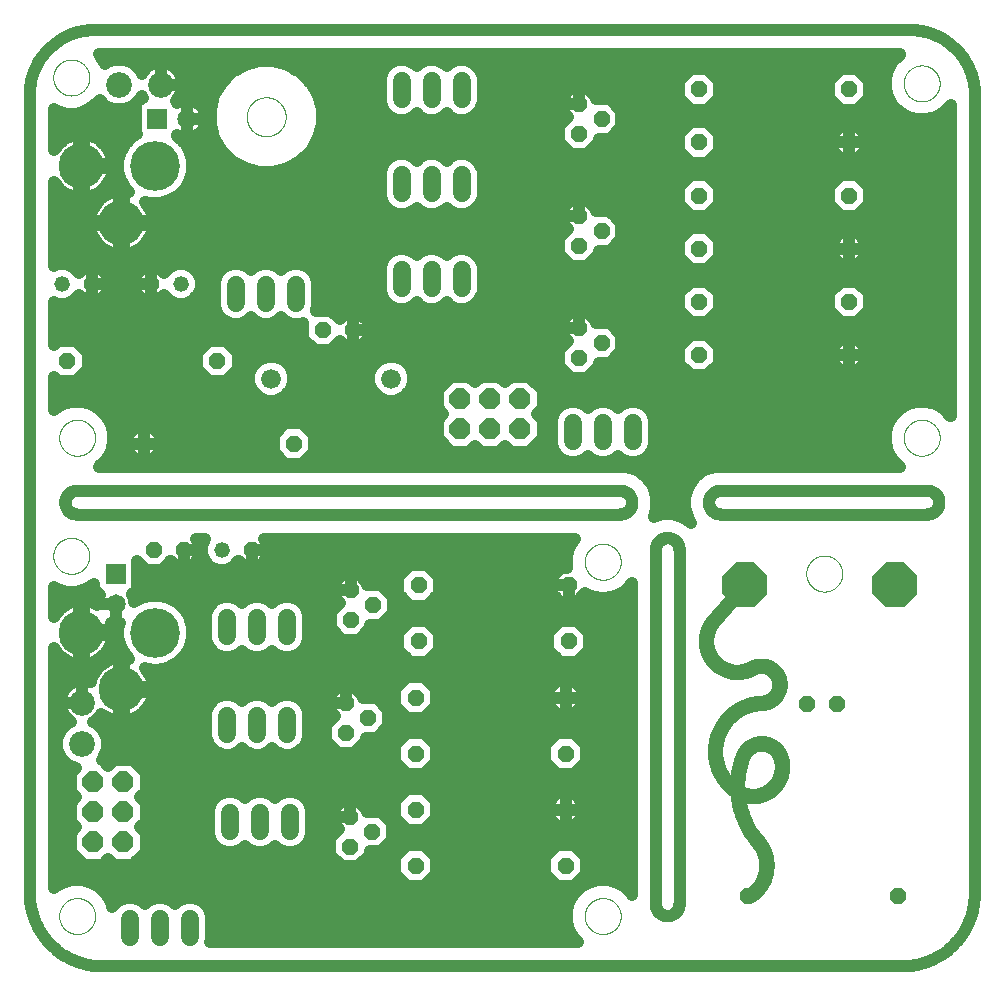
<source format=gbl>
G75*
%MOIN*%
%OFA0B0*%
%FSLAX25Y25*%
%IPPOS*%
%LPD*%
%AMOC8*
5,1,8,0,0,1.08239X$1,22.5*
%
%ADD10C,0.00600*%
%ADD11C,0.00000*%
%ADD12C,0.04000*%
%ADD13OC8,0.05200*%
%ADD14C,0.16598*%
%ADD15C,0.15024*%
%ADD16C,0.06000*%
%ADD17OC8,0.05600*%
%ADD18C,0.05200*%
%ADD19OC8,0.07000*%
%ADD20C,0.06600*%
%ADD21OC8,0.15000*%
%ADD22R,0.06500X0.06500*%
%ADD23C,0.06500*%
%ADD24C,0.08600*%
%ADD25C,0.05000*%
D10*
X0016811Y0026622D02*
X0016811Y0030559D01*
X0016811Y0140795D01*
X0036496Y0156543D02*
X0203819Y0156543D01*
X0016811Y0186071D02*
X0016811Y0298276D01*
X0016811Y0300244D01*
D11*
X0024591Y0302213D02*
X0024593Y0302367D01*
X0024599Y0302522D01*
X0024609Y0302676D01*
X0024623Y0302830D01*
X0024641Y0302983D01*
X0024662Y0303136D01*
X0024688Y0303289D01*
X0024718Y0303440D01*
X0024751Y0303591D01*
X0024789Y0303741D01*
X0024830Y0303890D01*
X0024875Y0304038D01*
X0024924Y0304184D01*
X0024977Y0304330D01*
X0025033Y0304473D01*
X0025093Y0304616D01*
X0025157Y0304756D01*
X0025224Y0304896D01*
X0025295Y0305033D01*
X0025369Y0305168D01*
X0025447Y0305302D01*
X0025528Y0305433D01*
X0025613Y0305562D01*
X0025701Y0305690D01*
X0025792Y0305814D01*
X0025886Y0305937D01*
X0025984Y0306057D01*
X0026084Y0306174D01*
X0026188Y0306289D01*
X0026294Y0306401D01*
X0026403Y0306510D01*
X0026515Y0306616D01*
X0026630Y0306720D01*
X0026747Y0306820D01*
X0026867Y0306918D01*
X0026990Y0307012D01*
X0027114Y0307103D01*
X0027242Y0307191D01*
X0027371Y0307276D01*
X0027502Y0307357D01*
X0027636Y0307435D01*
X0027771Y0307509D01*
X0027908Y0307580D01*
X0028048Y0307647D01*
X0028188Y0307711D01*
X0028331Y0307771D01*
X0028474Y0307827D01*
X0028620Y0307880D01*
X0028766Y0307929D01*
X0028914Y0307974D01*
X0029063Y0308015D01*
X0029213Y0308053D01*
X0029364Y0308086D01*
X0029515Y0308116D01*
X0029668Y0308142D01*
X0029821Y0308163D01*
X0029974Y0308181D01*
X0030128Y0308195D01*
X0030282Y0308205D01*
X0030437Y0308211D01*
X0030591Y0308213D01*
X0030745Y0308211D01*
X0030900Y0308205D01*
X0031054Y0308195D01*
X0031208Y0308181D01*
X0031361Y0308163D01*
X0031514Y0308142D01*
X0031667Y0308116D01*
X0031818Y0308086D01*
X0031969Y0308053D01*
X0032119Y0308015D01*
X0032268Y0307974D01*
X0032416Y0307929D01*
X0032562Y0307880D01*
X0032708Y0307827D01*
X0032851Y0307771D01*
X0032994Y0307711D01*
X0033134Y0307647D01*
X0033274Y0307580D01*
X0033411Y0307509D01*
X0033546Y0307435D01*
X0033680Y0307357D01*
X0033811Y0307276D01*
X0033940Y0307191D01*
X0034068Y0307103D01*
X0034192Y0307012D01*
X0034315Y0306918D01*
X0034435Y0306820D01*
X0034552Y0306720D01*
X0034667Y0306616D01*
X0034779Y0306510D01*
X0034888Y0306401D01*
X0034994Y0306289D01*
X0035098Y0306174D01*
X0035198Y0306057D01*
X0035296Y0305937D01*
X0035390Y0305814D01*
X0035481Y0305690D01*
X0035569Y0305562D01*
X0035654Y0305433D01*
X0035735Y0305302D01*
X0035813Y0305168D01*
X0035887Y0305033D01*
X0035958Y0304896D01*
X0036025Y0304756D01*
X0036089Y0304616D01*
X0036149Y0304473D01*
X0036205Y0304330D01*
X0036258Y0304184D01*
X0036307Y0304038D01*
X0036352Y0303890D01*
X0036393Y0303741D01*
X0036431Y0303591D01*
X0036464Y0303440D01*
X0036494Y0303289D01*
X0036520Y0303136D01*
X0036541Y0302983D01*
X0036559Y0302830D01*
X0036573Y0302676D01*
X0036583Y0302522D01*
X0036589Y0302367D01*
X0036591Y0302213D01*
X0036589Y0302059D01*
X0036583Y0301904D01*
X0036573Y0301750D01*
X0036559Y0301596D01*
X0036541Y0301443D01*
X0036520Y0301290D01*
X0036494Y0301137D01*
X0036464Y0300986D01*
X0036431Y0300835D01*
X0036393Y0300685D01*
X0036352Y0300536D01*
X0036307Y0300388D01*
X0036258Y0300242D01*
X0036205Y0300096D01*
X0036149Y0299953D01*
X0036089Y0299810D01*
X0036025Y0299670D01*
X0035958Y0299530D01*
X0035887Y0299393D01*
X0035813Y0299258D01*
X0035735Y0299124D01*
X0035654Y0298993D01*
X0035569Y0298864D01*
X0035481Y0298736D01*
X0035390Y0298612D01*
X0035296Y0298489D01*
X0035198Y0298369D01*
X0035098Y0298252D01*
X0034994Y0298137D01*
X0034888Y0298025D01*
X0034779Y0297916D01*
X0034667Y0297810D01*
X0034552Y0297706D01*
X0034435Y0297606D01*
X0034315Y0297508D01*
X0034192Y0297414D01*
X0034068Y0297323D01*
X0033940Y0297235D01*
X0033811Y0297150D01*
X0033680Y0297069D01*
X0033546Y0296991D01*
X0033411Y0296917D01*
X0033274Y0296846D01*
X0033134Y0296779D01*
X0032994Y0296715D01*
X0032851Y0296655D01*
X0032708Y0296599D01*
X0032562Y0296546D01*
X0032416Y0296497D01*
X0032268Y0296452D01*
X0032119Y0296411D01*
X0031969Y0296373D01*
X0031818Y0296340D01*
X0031667Y0296310D01*
X0031514Y0296284D01*
X0031361Y0296263D01*
X0031208Y0296245D01*
X0031054Y0296231D01*
X0030900Y0296221D01*
X0030745Y0296215D01*
X0030591Y0296213D01*
X0030437Y0296215D01*
X0030282Y0296221D01*
X0030128Y0296231D01*
X0029974Y0296245D01*
X0029821Y0296263D01*
X0029668Y0296284D01*
X0029515Y0296310D01*
X0029364Y0296340D01*
X0029213Y0296373D01*
X0029063Y0296411D01*
X0028914Y0296452D01*
X0028766Y0296497D01*
X0028620Y0296546D01*
X0028474Y0296599D01*
X0028331Y0296655D01*
X0028188Y0296715D01*
X0028048Y0296779D01*
X0027908Y0296846D01*
X0027771Y0296917D01*
X0027636Y0296991D01*
X0027502Y0297069D01*
X0027371Y0297150D01*
X0027242Y0297235D01*
X0027114Y0297323D01*
X0026990Y0297414D01*
X0026867Y0297508D01*
X0026747Y0297606D01*
X0026630Y0297706D01*
X0026515Y0297810D01*
X0026403Y0297916D01*
X0026294Y0298025D01*
X0026188Y0298137D01*
X0026084Y0298252D01*
X0025984Y0298369D01*
X0025886Y0298489D01*
X0025792Y0298612D01*
X0025701Y0298736D01*
X0025613Y0298864D01*
X0025528Y0298993D01*
X0025447Y0299124D01*
X0025369Y0299258D01*
X0025295Y0299393D01*
X0025224Y0299530D01*
X0025157Y0299670D01*
X0025093Y0299810D01*
X0025033Y0299953D01*
X0024977Y0300096D01*
X0024924Y0300242D01*
X0024875Y0300388D01*
X0024830Y0300536D01*
X0024789Y0300685D01*
X0024751Y0300835D01*
X0024718Y0300986D01*
X0024688Y0301137D01*
X0024662Y0301290D01*
X0024641Y0301443D01*
X0024623Y0301596D01*
X0024609Y0301750D01*
X0024599Y0301904D01*
X0024593Y0302059D01*
X0024591Y0302213D01*
X0089051Y0289126D02*
X0089053Y0289287D01*
X0089059Y0289447D01*
X0089069Y0289608D01*
X0089083Y0289768D01*
X0089101Y0289928D01*
X0089122Y0290087D01*
X0089148Y0290246D01*
X0089178Y0290404D01*
X0089211Y0290561D01*
X0089249Y0290718D01*
X0089290Y0290873D01*
X0089335Y0291027D01*
X0089384Y0291180D01*
X0089437Y0291332D01*
X0089493Y0291483D01*
X0089554Y0291632D01*
X0089617Y0291780D01*
X0089685Y0291926D01*
X0089756Y0292070D01*
X0089830Y0292212D01*
X0089908Y0292353D01*
X0089990Y0292491D01*
X0090075Y0292628D01*
X0090163Y0292762D01*
X0090255Y0292894D01*
X0090350Y0293024D01*
X0090448Y0293152D01*
X0090549Y0293277D01*
X0090653Y0293399D01*
X0090760Y0293519D01*
X0090870Y0293636D01*
X0090983Y0293751D01*
X0091099Y0293862D01*
X0091218Y0293971D01*
X0091339Y0294076D01*
X0091463Y0294179D01*
X0091589Y0294279D01*
X0091717Y0294375D01*
X0091848Y0294468D01*
X0091982Y0294558D01*
X0092117Y0294645D01*
X0092255Y0294728D01*
X0092394Y0294808D01*
X0092536Y0294884D01*
X0092679Y0294957D01*
X0092824Y0295026D01*
X0092971Y0295092D01*
X0093119Y0295154D01*
X0093269Y0295212D01*
X0093420Y0295267D01*
X0093573Y0295318D01*
X0093727Y0295365D01*
X0093882Y0295408D01*
X0094038Y0295447D01*
X0094194Y0295483D01*
X0094352Y0295514D01*
X0094510Y0295542D01*
X0094669Y0295566D01*
X0094829Y0295586D01*
X0094989Y0295602D01*
X0095149Y0295614D01*
X0095310Y0295622D01*
X0095471Y0295626D01*
X0095631Y0295626D01*
X0095792Y0295622D01*
X0095953Y0295614D01*
X0096113Y0295602D01*
X0096273Y0295586D01*
X0096433Y0295566D01*
X0096592Y0295542D01*
X0096750Y0295514D01*
X0096908Y0295483D01*
X0097064Y0295447D01*
X0097220Y0295408D01*
X0097375Y0295365D01*
X0097529Y0295318D01*
X0097682Y0295267D01*
X0097833Y0295212D01*
X0097983Y0295154D01*
X0098131Y0295092D01*
X0098278Y0295026D01*
X0098423Y0294957D01*
X0098566Y0294884D01*
X0098708Y0294808D01*
X0098847Y0294728D01*
X0098985Y0294645D01*
X0099120Y0294558D01*
X0099254Y0294468D01*
X0099385Y0294375D01*
X0099513Y0294279D01*
X0099639Y0294179D01*
X0099763Y0294076D01*
X0099884Y0293971D01*
X0100003Y0293862D01*
X0100119Y0293751D01*
X0100232Y0293636D01*
X0100342Y0293519D01*
X0100449Y0293399D01*
X0100553Y0293277D01*
X0100654Y0293152D01*
X0100752Y0293024D01*
X0100847Y0292894D01*
X0100939Y0292762D01*
X0101027Y0292628D01*
X0101112Y0292491D01*
X0101194Y0292353D01*
X0101272Y0292212D01*
X0101346Y0292070D01*
X0101417Y0291926D01*
X0101485Y0291780D01*
X0101548Y0291632D01*
X0101609Y0291483D01*
X0101665Y0291332D01*
X0101718Y0291180D01*
X0101767Y0291027D01*
X0101812Y0290873D01*
X0101853Y0290718D01*
X0101891Y0290561D01*
X0101924Y0290404D01*
X0101954Y0290246D01*
X0101980Y0290087D01*
X0102001Y0289928D01*
X0102019Y0289768D01*
X0102033Y0289608D01*
X0102043Y0289447D01*
X0102049Y0289287D01*
X0102051Y0289126D01*
X0102049Y0288965D01*
X0102043Y0288805D01*
X0102033Y0288644D01*
X0102019Y0288484D01*
X0102001Y0288324D01*
X0101980Y0288165D01*
X0101954Y0288006D01*
X0101924Y0287848D01*
X0101891Y0287691D01*
X0101853Y0287534D01*
X0101812Y0287379D01*
X0101767Y0287225D01*
X0101718Y0287072D01*
X0101665Y0286920D01*
X0101609Y0286769D01*
X0101548Y0286620D01*
X0101485Y0286472D01*
X0101417Y0286326D01*
X0101346Y0286182D01*
X0101272Y0286040D01*
X0101194Y0285899D01*
X0101112Y0285761D01*
X0101027Y0285624D01*
X0100939Y0285490D01*
X0100847Y0285358D01*
X0100752Y0285228D01*
X0100654Y0285100D01*
X0100553Y0284975D01*
X0100449Y0284853D01*
X0100342Y0284733D01*
X0100232Y0284616D01*
X0100119Y0284501D01*
X0100003Y0284390D01*
X0099884Y0284281D01*
X0099763Y0284176D01*
X0099639Y0284073D01*
X0099513Y0283973D01*
X0099385Y0283877D01*
X0099254Y0283784D01*
X0099120Y0283694D01*
X0098985Y0283607D01*
X0098847Y0283524D01*
X0098708Y0283444D01*
X0098566Y0283368D01*
X0098423Y0283295D01*
X0098278Y0283226D01*
X0098131Y0283160D01*
X0097983Y0283098D01*
X0097833Y0283040D01*
X0097682Y0282985D01*
X0097529Y0282934D01*
X0097375Y0282887D01*
X0097220Y0282844D01*
X0097064Y0282805D01*
X0096908Y0282769D01*
X0096750Y0282738D01*
X0096592Y0282710D01*
X0096433Y0282686D01*
X0096273Y0282666D01*
X0096113Y0282650D01*
X0095953Y0282638D01*
X0095792Y0282630D01*
X0095631Y0282626D01*
X0095471Y0282626D01*
X0095310Y0282630D01*
X0095149Y0282638D01*
X0094989Y0282650D01*
X0094829Y0282666D01*
X0094669Y0282686D01*
X0094510Y0282710D01*
X0094352Y0282738D01*
X0094194Y0282769D01*
X0094038Y0282805D01*
X0093882Y0282844D01*
X0093727Y0282887D01*
X0093573Y0282934D01*
X0093420Y0282985D01*
X0093269Y0283040D01*
X0093119Y0283098D01*
X0092971Y0283160D01*
X0092824Y0283226D01*
X0092679Y0283295D01*
X0092536Y0283368D01*
X0092394Y0283444D01*
X0092255Y0283524D01*
X0092117Y0283607D01*
X0091982Y0283694D01*
X0091848Y0283784D01*
X0091717Y0283877D01*
X0091589Y0283973D01*
X0091463Y0284073D01*
X0091339Y0284176D01*
X0091218Y0284281D01*
X0091099Y0284390D01*
X0090983Y0284501D01*
X0090870Y0284616D01*
X0090760Y0284733D01*
X0090653Y0284853D01*
X0090549Y0284975D01*
X0090448Y0285100D01*
X0090350Y0285228D01*
X0090255Y0285358D01*
X0090163Y0285490D01*
X0090075Y0285624D01*
X0089990Y0285761D01*
X0089908Y0285899D01*
X0089830Y0286040D01*
X0089756Y0286182D01*
X0089685Y0286326D01*
X0089617Y0286472D01*
X0089554Y0286620D01*
X0089493Y0286769D01*
X0089437Y0286920D01*
X0089384Y0287072D01*
X0089335Y0287225D01*
X0089290Y0287379D01*
X0089249Y0287534D01*
X0089211Y0287691D01*
X0089178Y0287848D01*
X0089148Y0288006D01*
X0089122Y0288165D01*
X0089101Y0288324D01*
X0089083Y0288484D01*
X0089069Y0288644D01*
X0089059Y0288805D01*
X0089053Y0288965D01*
X0089051Y0289126D01*
X0026559Y0182134D02*
X0026561Y0182288D01*
X0026567Y0182443D01*
X0026577Y0182597D01*
X0026591Y0182751D01*
X0026609Y0182904D01*
X0026630Y0183057D01*
X0026656Y0183210D01*
X0026686Y0183361D01*
X0026719Y0183512D01*
X0026757Y0183662D01*
X0026798Y0183811D01*
X0026843Y0183959D01*
X0026892Y0184105D01*
X0026945Y0184251D01*
X0027001Y0184394D01*
X0027061Y0184537D01*
X0027125Y0184677D01*
X0027192Y0184817D01*
X0027263Y0184954D01*
X0027337Y0185089D01*
X0027415Y0185223D01*
X0027496Y0185354D01*
X0027581Y0185483D01*
X0027669Y0185611D01*
X0027760Y0185735D01*
X0027854Y0185858D01*
X0027952Y0185978D01*
X0028052Y0186095D01*
X0028156Y0186210D01*
X0028262Y0186322D01*
X0028371Y0186431D01*
X0028483Y0186537D01*
X0028598Y0186641D01*
X0028715Y0186741D01*
X0028835Y0186839D01*
X0028958Y0186933D01*
X0029082Y0187024D01*
X0029210Y0187112D01*
X0029339Y0187197D01*
X0029470Y0187278D01*
X0029604Y0187356D01*
X0029739Y0187430D01*
X0029876Y0187501D01*
X0030016Y0187568D01*
X0030156Y0187632D01*
X0030299Y0187692D01*
X0030442Y0187748D01*
X0030588Y0187801D01*
X0030734Y0187850D01*
X0030882Y0187895D01*
X0031031Y0187936D01*
X0031181Y0187974D01*
X0031332Y0188007D01*
X0031483Y0188037D01*
X0031636Y0188063D01*
X0031789Y0188084D01*
X0031942Y0188102D01*
X0032096Y0188116D01*
X0032250Y0188126D01*
X0032405Y0188132D01*
X0032559Y0188134D01*
X0032713Y0188132D01*
X0032868Y0188126D01*
X0033022Y0188116D01*
X0033176Y0188102D01*
X0033329Y0188084D01*
X0033482Y0188063D01*
X0033635Y0188037D01*
X0033786Y0188007D01*
X0033937Y0187974D01*
X0034087Y0187936D01*
X0034236Y0187895D01*
X0034384Y0187850D01*
X0034530Y0187801D01*
X0034676Y0187748D01*
X0034819Y0187692D01*
X0034962Y0187632D01*
X0035102Y0187568D01*
X0035242Y0187501D01*
X0035379Y0187430D01*
X0035514Y0187356D01*
X0035648Y0187278D01*
X0035779Y0187197D01*
X0035908Y0187112D01*
X0036036Y0187024D01*
X0036160Y0186933D01*
X0036283Y0186839D01*
X0036403Y0186741D01*
X0036520Y0186641D01*
X0036635Y0186537D01*
X0036747Y0186431D01*
X0036856Y0186322D01*
X0036962Y0186210D01*
X0037066Y0186095D01*
X0037166Y0185978D01*
X0037264Y0185858D01*
X0037358Y0185735D01*
X0037449Y0185611D01*
X0037537Y0185483D01*
X0037622Y0185354D01*
X0037703Y0185223D01*
X0037781Y0185089D01*
X0037855Y0184954D01*
X0037926Y0184817D01*
X0037993Y0184677D01*
X0038057Y0184537D01*
X0038117Y0184394D01*
X0038173Y0184251D01*
X0038226Y0184105D01*
X0038275Y0183959D01*
X0038320Y0183811D01*
X0038361Y0183662D01*
X0038399Y0183512D01*
X0038432Y0183361D01*
X0038462Y0183210D01*
X0038488Y0183057D01*
X0038509Y0182904D01*
X0038527Y0182751D01*
X0038541Y0182597D01*
X0038551Y0182443D01*
X0038557Y0182288D01*
X0038559Y0182134D01*
X0038557Y0181980D01*
X0038551Y0181825D01*
X0038541Y0181671D01*
X0038527Y0181517D01*
X0038509Y0181364D01*
X0038488Y0181211D01*
X0038462Y0181058D01*
X0038432Y0180907D01*
X0038399Y0180756D01*
X0038361Y0180606D01*
X0038320Y0180457D01*
X0038275Y0180309D01*
X0038226Y0180163D01*
X0038173Y0180017D01*
X0038117Y0179874D01*
X0038057Y0179731D01*
X0037993Y0179591D01*
X0037926Y0179451D01*
X0037855Y0179314D01*
X0037781Y0179179D01*
X0037703Y0179045D01*
X0037622Y0178914D01*
X0037537Y0178785D01*
X0037449Y0178657D01*
X0037358Y0178533D01*
X0037264Y0178410D01*
X0037166Y0178290D01*
X0037066Y0178173D01*
X0036962Y0178058D01*
X0036856Y0177946D01*
X0036747Y0177837D01*
X0036635Y0177731D01*
X0036520Y0177627D01*
X0036403Y0177527D01*
X0036283Y0177429D01*
X0036160Y0177335D01*
X0036036Y0177244D01*
X0035908Y0177156D01*
X0035779Y0177071D01*
X0035648Y0176990D01*
X0035514Y0176912D01*
X0035379Y0176838D01*
X0035242Y0176767D01*
X0035102Y0176700D01*
X0034962Y0176636D01*
X0034819Y0176576D01*
X0034676Y0176520D01*
X0034530Y0176467D01*
X0034384Y0176418D01*
X0034236Y0176373D01*
X0034087Y0176332D01*
X0033937Y0176294D01*
X0033786Y0176261D01*
X0033635Y0176231D01*
X0033482Y0176205D01*
X0033329Y0176184D01*
X0033176Y0176166D01*
X0033022Y0176152D01*
X0032868Y0176142D01*
X0032713Y0176136D01*
X0032559Y0176134D01*
X0032405Y0176136D01*
X0032250Y0176142D01*
X0032096Y0176152D01*
X0031942Y0176166D01*
X0031789Y0176184D01*
X0031636Y0176205D01*
X0031483Y0176231D01*
X0031332Y0176261D01*
X0031181Y0176294D01*
X0031031Y0176332D01*
X0030882Y0176373D01*
X0030734Y0176418D01*
X0030588Y0176467D01*
X0030442Y0176520D01*
X0030299Y0176576D01*
X0030156Y0176636D01*
X0030016Y0176700D01*
X0029876Y0176767D01*
X0029739Y0176838D01*
X0029604Y0176912D01*
X0029470Y0176990D01*
X0029339Y0177071D01*
X0029210Y0177156D01*
X0029082Y0177244D01*
X0028958Y0177335D01*
X0028835Y0177429D01*
X0028715Y0177527D01*
X0028598Y0177627D01*
X0028483Y0177731D01*
X0028371Y0177837D01*
X0028262Y0177946D01*
X0028156Y0178058D01*
X0028052Y0178173D01*
X0027952Y0178290D01*
X0027854Y0178410D01*
X0027760Y0178533D01*
X0027669Y0178657D01*
X0027581Y0178785D01*
X0027496Y0178914D01*
X0027415Y0179045D01*
X0027337Y0179179D01*
X0027263Y0179314D01*
X0027192Y0179451D01*
X0027125Y0179591D01*
X0027061Y0179731D01*
X0027001Y0179874D01*
X0026945Y0180017D01*
X0026892Y0180163D01*
X0026843Y0180309D01*
X0026798Y0180457D01*
X0026757Y0180606D01*
X0026719Y0180756D01*
X0026686Y0180907D01*
X0026656Y0181058D01*
X0026630Y0181211D01*
X0026609Y0181364D01*
X0026591Y0181517D01*
X0026577Y0181671D01*
X0026567Y0181825D01*
X0026561Y0181980D01*
X0026559Y0182134D01*
X0024591Y0142764D02*
X0024593Y0142918D01*
X0024599Y0143073D01*
X0024609Y0143227D01*
X0024623Y0143381D01*
X0024641Y0143534D01*
X0024662Y0143687D01*
X0024688Y0143840D01*
X0024718Y0143991D01*
X0024751Y0144142D01*
X0024789Y0144292D01*
X0024830Y0144441D01*
X0024875Y0144589D01*
X0024924Y0144735D01*
X0024977Y0144881D01*
X0025033Y0145024D01*
X0025093Y0145167D01*
X0025157Y0145307D01*
X0025224Y0145447D01*
X0025295Y0145584D01*
X0025369Y0145719D01*
X0025447Y0145853D01*
X0025528Y0145984D01*
X0025613Y0146113D01*
X0025701Y0146241D01*
X0025792Y0146365D01*
X0025886Y0146488D01*
X0025984Y0146608D01*
X0026084Y0146725D01*
X0026188Y0146840D01*
X0026294Y0146952D01*
X0026403Y0147061D01*
X0026515Y0147167D01*
X0026630Y0147271D01*
X0026747Y0147371D01*
X0026867Y0147469D01*
X0026990Y0147563D01*
X0027114Y0147654D01*
X0027242Y0147742D01*
X0027371Y0147827D01*
X0027502Y0147908D01*
X0027636Y0147986D01*
X0027771Y0148060D01*
X0027908Y0148131D01*
X0028048Y0148198D01*
X0028188Y0148262D01*
X0028331Y0148322D01*
X0028474Y0148378D01*
X0028620Y0148431D01*
X0028766Y0148480D01*
X0028914Y0148525D01*
X0029063Y0148566D01*
X0029213Y0148604D01*
X0029364Y0148637D01*
X0029515Y0148667D01*
X0029668Y0148693D01*
X0029821Y0148714D01*
X0029974Y0148732D01*
X0030128Y0148746D01*
X0030282Y0148756D01*
X0030437Y0148762D01*
X0030591Y0148764D01*
X0030745Y0148762D01*
X0030900Y0148756D01*
X0031054Y0148746D01*
X0031208Y0148732D01*
X0031361Y0148714D01*
X0031514Y0148693D01*
X0031667Y0148667D01*
X0031818Y0148637D01*
X0031969Y0148604D01*
X0032119Y0148566D01*
X0032268Y0148525D01*
X0032416Y0148480D01*
X0032562Y0148431D01*
X0032708Y0148378D01*
X0032851Y0148322D01*
X0032994Y0148262D01*
X0033134Y0148198D01*
X0033274Y0148131D01*
X0033411Y0148060D01*
X0033546Y0147986D01*
X0033680Y0147908D01*
X0033811Y0147827D01*
X0033940Y0147742D01*
X0034068Y0147654D01*
X0034192Y0147563D01*
X0034315Y0147469D01*
X0034435Y0147371D01*
X0034552Y0147271D01*
X0034667Y0147167D01*
X0034779Y0147061D01*
X0034888Y0146952D01*
X0034994Y0146840D01*
X0035098Y0146725D01*
X0035198Y0146608D01*
X0035296Y0146488D01*
X0035390Y0146365D01*
X0035481Y0146241D01*
X0035569Y0146113D01*
X0035654Y0145984D01*
X0035735Y0145853D01*
X0035813Y0145719D01*
X0035887Y0145584D01*
X0035958Y0145447D01*
X0036025Y0145307D01*
X0036089Y0145167D01*
X0036149Y0145024D01*
X0036205Y0144881D01*
X0036258Y0144735D01*
X0036307Y0144589D01*
X0036352Y0144441D01*
X0036393Y0144292D01*
X0036431Y0144142D01*
X0036464Y0143991D01*
X0036494Y0143840D01*
X0036520Y0143687D01*
X0036541Y0143534D01*
X0036559Y0143381D01*
X0036573Y0143227D01*
X0036583Y0143073D01*
X0036589Y0142918D01*
X0036591Y0142764D01*
X0036589Y0142610D01*
X0036583Y0142455D01*
X0036573Y0142301D01*
X0036559Y0142147D01*
X0036541Y0141994D01*
X0036520Y0141841D01*
X0036494Y0141688D01*
X0036464Y0141537D01*
X0036431Y0141386D01*
X0036393Y0141236D01*
X0036352Y0141087D01*
X0036307Y0140939D01*
X0036258Y0140793D01*
X0036205Y0140647D01*
X0036149Y0140504D01*
X0036089Y0140361D01*
X0036025Y0140221D01*
X0035958Y0140081D01*
X0035887Y0139944D01*
X0035813Y0139809D01*
X0035735Y0139675D01*
X0035654Y0139544D01*
X0035569Y0139415D01*
X0035481Y0139287D01*
X0035390Y0139163D01*
X0035296Y0139040D01*
X0035198Y0138920D01*
X0035098Y0138803D01*
X0034994Y0138688D01*
X0034888Y0138576D01*
X0034779Y0138467D01*
X0034667Y0138361D01*
X0034552Y0138257D01*
X0034435Y0138157D01*
X0034315Y0138059D01*
X0034192Y0137965D01*
X0034068Y0137874D01*
X0033940Y0137786D01*
X0033811Y0137701D01*
X0033680Y0137620D01*
X0033546Y0137542D01*
X0033411Y0137468D01*
X0033274Y0137397D01*
X0033134Y0137330D01*
X0032994Y0137266D01*
X0032851Y0137206D01*
X0032708Y0137150D01*
X0032562Y0137097D01*
X0032416Y0137048D01*
X0032268Y0137003D01*
X0032119Y0136962D01*
X0031969Y0136924D01*
X0031818Y0136891D01*
X0031667Y0136861D01*
X0031514Y0136835D01*
X0031361Y0136814D01*
X0031208Y0136796D01*
X0031054Y0136782D01*
X0030900Y0136772D01*
X0030745Y0136766D01*
X0030591Y0136764D01*
X0030437Y0136766D01*
X0030282Y0136772D01*
X0030128Y0136782D01*
X0029974Y0136796D01*
X0029821Y0136814D01*
X0029668Y0136835D01*
X0029515Y0136861D01*
X0029364Y0136891D01*
X0029213Y0136924D01*
X0029063Y0136962D01*
X0028914Y0137003D01*
X0028766Y0137048D01*
X0028620Y0137097D01*
X0028474Y0137150D01*
X0028331Y0137206D01*
X0028188Y0137266D01*
X0028048Y0137330D01*
X0027908Y0137397D01*
X0027771Y0137468D01*
X0027636Y0137542D01*
X0027502Y0137620D01*
X0027371Y0137701D01*
X0027242Y0137786D01*
X0027114Y0137874D01*
X0026990Y0137965D01*
X0026867Y0138059D01*
X0026747Y0138157D01*
X0026630Y0138257D01*
X0026515Y0138361D01*
X0026403Y0138467D01*
X0026294Y0138576D01*
X0026188Y0138688D01*
X0026084Y0138803D01*
X0025984Y0138920D01*
X0025886Y0139040D01*
X0025792Y0139163D01*
X0025701Y0139287D01*
X0025613Y0139415D01*
X0025528Y0139544D01*
X0025447Y0139675D01*
X0025369Y0139809D01*
X0025295Y0139944D01*
X0025224Y0140081D01*
X0025157Y0140221D01*
X0025093Y0140361D01*
X0025033Y0140504D01*
X0024977Y0140647D01*
X0024924Y0140793D01*
X0024875Y0140939D01*
X0024830Y0141087D01*
X0024789Y0141236D01*
X0024751Y0141386D01*
X0024718Y0141537D01*
X0024688Y0141688D01*
X0024662Y0141841D01*
X0024641Y0141994D01*
X0024623Y0142147D01*
X0024609Y0142301D01*
X0024599Y0142455D01*
X0024593Y0142610D01*
X0024591Y0142764D01*
X0026559Y0022685D02*
X0026561Y0022839D01*
X0026567Y0022994D01*
X0026577Y0023148D01*
X0026591Y0023302D01*
X0026609Y0023455D01*
X0026630Y0023608D01*
X0026656Y0023761D01*
X0026686Y0023912D01*
X0026719Y0024063D01*
X0026757Y0024213D01*
X0026798Y0024362D01*
X0026843Y0024510D01*
X0026892Y0024656D01*
X0026945Y0024802D01*
X0027001Y0024945D01*
X0027061Y0025088D01*
X0027125Y0025228D01*
X0027192Y0025368D01*
X0027263Y0025505D01*
X0027337Y0025640D01*
X0027415Y0025774D01*
X0027496Y0025905D01*
X0027581Y0026034D01*
X0027669Y0026162D01*
X0027760Y0026286D01*
X0027854Y0026409D01*
X0027952Y0026529D01*
X0028052Y0026646D01*
X0028156Y0026761D01*
X0028262Y0026873D01*
X0028371Y0026982D01*
X0028483Y0027088D01*
X0028598Y0027192D01*
X0028715Y0027292D01*
X0028835Y0027390D01*
X0028958Y0027484D01*
X0029082Y0027575D01*
X0029210Y0027663D01*
X0029339Y0027748D01*
X0029470Y0027829D01*
X0029604Y0027907D01*
X0029739Y0027981D01*
X0029876Y0028052D01*
X0030016Y0028119D01*
X0030156Y0028183D01*
X0030299Y0028243D01*
X0030442Y0028299D01*
X0030588Y0028352D01*
X0030734Y0028401D01*
X0030882Y0028446D01*
X0031031Y0028487D01*
X0031181Y0028525D01*
X0031332Y0028558D01*
X0031483Y0028588D01*
X0031636Y0028614D01*
X0031789Y0028635D01*
X0031942Y0028653D01*
X0032096Y0028667D01*
X0032250Y0028677D01*
X0032405Y0028683D01*
X0032559Y0028685D01*
X0032713Y0028683D01*
X0032868Y0028677D01*
X0033022Y0028667D01*
X0033176Y0028653D01*
X0033329Y0028635D01*
X0033482Y0028614D01*
X0033635Y0028588D01*
X0033786Y0028558D01*
X0033937Y0028525D01*
X0034087Y0028487D01*
X0034236Y0028446D01*
X0034384Y0028401D01*
X0034530Y0028352D01*
X0034676Y0028299D01*
X0034819Y0028243D01*
X0034962Y0028183D01*
X0035102Y0028119D01*
X0035242Y0028052D01*
X0035379Y0027981D01*
X0035514Y0027907D01*
X0035648Y0027829D01*
X0035779Y0027748D01*
X0035908Y0027663D01*
X0036036Y0027575D01*
X0036160Y0027484D01*
X0036283Y0027390D01*
X0036403Y0027292D01*
X0036520Y0027192D01*
X0036635Y0027088D01*
X0036747Y0026982D01*
X0036856Y0026873D01*
X0036962Y0026761D01*
X0037066Y0026646D01*
X0037166Y0026529D01*
X0037264Y0026409D01*
X0037358Y0026286D01*
X0037449Y0026162D01*
X0037537Y0026034D01*
X0037622Y0025905D01*
X0037703Y0025774D01*
X0037781Y0025640D01*
X0037855Y0025505D01*
X0037926Y0025368D01*
X0037993Y0025228D01*
X0038057Y0025088D01*
X0038117Y0024945D01*
X0038173Y0024802D01*
X0038226Y0024656D01*
X0038275Y0024510D01*
X0038320Y0024362D01*
X0038361Y0024213D01*
X0038399Y0024063D01*
X0038432Y0023912D01*
X0038462Y0023761D01*
X0038488Y0023608D01*
X0038509Y0023455D01*
X0038527Y0023302D01*
X0038541Y0023148D01*
X0038551Y0022994D01*
X0038557Y0022839D01*
X0038559Y0022685D01*
X0038557Y0022531D01*
X0038551Y0022376D01*
X0038541Y0022222D01*
X0038527Y0022068D01*
X0038509Y0021915D01*
X0038488Y0021762D01*
X0038462Y0021609D01*
X0038432Y0021458D01*
X0038399Y0021307D01*
X0038361Y0021157D01*
X0038320Y0021008D01*
X0038275Y0020860D01*
X0038226Y0020714D01*
X0038173Y0020568D01*
X0038117Y0020425D01*
X0038057Y0020282D01*
X0037993Y0020142D01*
X0037926Y0020002D01*
X0037855Y0019865D01*
X0037781Y0019730D01*
X0037703Y0019596D01*
X0037622Y0019465D01*
X0037537Y0019336D01*
X0037449Y0019208D01*
X0037358Y0019084D01*
X0037264Y0018961D01*
X0037166Y0018841D01*
X0037066Y0018724D01*
X0036962Y0018609D01*
X0036856Y0018497D01*
X0036747Y0018388D01*
X0036635Y0018282D01*
X0036520Y0018178D01*
X0036403Y0018078D01*
X0036283Y0017980D01*
X0036160Y0017886D01*
X0036036Y0017795D01*
X0035908Y0017707D01*
X0035779Y0017622D01*
X0035648Y0017541D01*
X0035514Y0017463D01*
X0035379Y0017389D01*
X0035242Y0017318D01*
X0035102Y0017251D01*
X0034962Y0017187D01*
X0034819Y0017127D01*
X0034676Y0017071D01*
X0034530Y0017018D01*
X0034384Y0016969D01*
X0034236Y0016924D01*
X0034087Y0016883D01*
X0033937Y0016845D01*
X0033786Y0016812D01*
X0033635Y0016782D01*
X0033482Y0016756D01*
X0033329Y0016735D01*
X0033176Y0016717D01*
X0033022Y0016703D01*
X0032868Y0016693D01*
X0032713Y0016687D01*
X0032559Y0016685D01*
X0032405Y0016687D01*
X0032250Y0016693D01*
X0032096Y0016703D01*
X0031942Y0016717D01*
X0031789Y0016735D01*
X0031636Y0016756D01*
X0031483Y0016782D01*
X0031332Y0016812D01*
X0031181Y0016845D01*
X0031031Y0016883D01*
X0030882Y0016924D01*
X0030734Y0016969D01*
X0030588Y0017018D01*
X0030442Y0017071D01*
X0030299Y0017127D01*
X0030156Y0017187D01*
X0030016Y0017251D01*
X0029876Y0017318D01*
X0029739Y0017389D01*
X0029604Y0017463D01*
X0029470Y0017541D01*
X0029339Y0017622D01*
X0029210Y0017707D01*
X0029082Y0017795D01*
X0028958Y0017886D01*
X0028835Y0017980D01*
X0028715Y0018078D01*
X0028598Y0018178D01*
X0028483Y0018282D01*
X0028371Y0018388D01*
X0028262Y0018497D01*
X0028156Y0018609D01*
X0028052Y0018724D01*
X0027952Y0018841D01*
X0027854Y0018961D01*
X0027760Y0019084D01*
X0027669Y0019208D01*
X0027581Y0019336D01*
X0027496Y0019465D01*
X0027415Y0019596D01*
X0027337Y0019730D01*
X0027263Y0019865D01*
X0027192Y0020002D01*
X0027125Y0020142D01*
X0027061Y0020282D01*
X0027001Y0020425D01*
X0026945Y0020568D01*
X0026892Y0020714D01*
X0026843Y0020860D01*
X0026798Y0021008D01*
X0026757Y0021157D01*
X0026719Y0021307D01*
X0026686Y0021458D01*
X0026656Y0021609D01*
X0026630Y0021762D01*
X0026609Y0021915D01*
X0026591Y0022068D01*
X0026577Y0022222D01*
X0026567Y0022376D01*
X0026561Y0022531D01*
X0026559Y0022685D01*
X0201756Y0022685D02*
X0201758Y0022839D01*
X0201764Y0022994D01*
X0201774Y0023148D01*
X0201788Y0023302D01*
X0201806Y0023455D01*
X0201827Y0023608D01*
X0201853Y0023761D01*
X0201883Y0023912D01*
X0201916Y0024063D01*
X0201954Y0024213D01*
X0201995Y0024362D01*
X0202040Y0024510D01*
X0202089Y0024656D01*
X0202142Y0024802D01*
X0202198Y0024945D01*
X0202258Y0025088D01*
X0202322Y0025228D01*
X0202389Y0025368D01*
X0202460Y0025505D01*
X0202534Y0025640D01*
X0202612Y0025774D01*
X0202693Y0025905D01*
X0202778Y0026034D01*
X0202866Y0026162D01*
X0202957Y0026286D01*
X0203051Y0026409D01*
X0203149Y0026529D01*
X0203249Y0026646D01*
X0203353Y0026761D01*
X0203459Y0026873D01*
X0203568Y0026982D01*
X0203680Y0027088D01*
X0203795Y0027192D01*
X0203912Y0027292D01*
X0204032Y0027390D01*
X0204155Y0027484D01*
X0204279Y0027575D01*
X0204407Y0027663D01*
X0204536Y0027748D01*
X0204667Y0027829D01*
X0204801Y0027907D01*
X0204936Y0027981D01*
X0205073Y0028052D01*
X0205213Y0028119D01*
X0205353Y0028183D01*
X0205496Y0028243D01*
X0205639Y0028299D01*
X0205785Y0028352D01*
X0205931Y0028401D01*
X0206079Y0028446D01*
X0206228Y0028487D01*
X0206378Y0028525D01*
X0206529Y0028558D01*
X0206680Y0028588D01*
X0206833Y0028614D01*
X0206986Y0028635D01*
X0207139Y0028653D01*
X0207293Y0028667D01*
X0207447Y0028677D01*
X0207602Y0028683D01*
X0207756Y0028685D01*
X0207910Y0028683D01*
X0208065Y0028677D01*
X0208219Y0028667D01*
X0208373Y0028653D01*
X0208526Y0028635D01*
X0208679Y0028614D01*
X0208832Y0028588D01*
X0208983Y0028558D01*
X0209134Y0028525D01*
X0209284Y0028487D01*
X0209433Y0028446D01*
X0209581Y0028401D01*
X0209727Y0028352D01*
X0209873Y0028299D01*
X0210016Y0028243D01*
X0210159Y0028183D01*
X0210299Y0028119D01*
X0210439Y0028052D01*
X0210576Y0027981D01*
X0210711Y0027907D01*
X0210845Y0027829D01*
X0210976Y0027748D01*
X0211105Y0027663D01*
X0211233Y0027575D01*
X0211357Y0027484D01*
X0211480Y0027390D01*
X0211600Y0027292D01*
X0211717Y0027192D01*
X0211832Y0027088D01*
X0211944Y0026982D01*
X0212053Y0026873D01*
X0212159Y0026761D01*
X0212263Y0026646D01*
X0212363Y0026529D01*
X0212461Y0026409D01*
X0212555Y0026286D01*
X0212646Y0026162D01*
X0212734Y0026034D01*
X0212819Y0025905D01*
X0212900Y0025774D01*
X0212978Y0025640D01*
X0213052Y0025505D01*
X0213123Y0025368D01*
X0213190Y0025228D01*
X0213254Y0025088D01*
X0213314Y0024945D01*
X0213370Y0024802D01*
X0213423Y0024656D01*
X0213472Y0024510D01*
X0213517Y0024362D01*
X0213558Y0024213D01*
X0213596Y0024063D01*
X0213629Y0023912D01*
X0213659Y0023761D01*
X0213685Y0023608D01*
X0213706Y0023455D01*
X0213724Y0023302D01*
X0213738Y0023148D01*
X0213748Y0022994D01*
X0213754Y0022839D01*
X0213756Y0022685D01*
X0213754Y0022531D01*
X0213748Y0022376D01*
X0213738Y0022222D01*
X0213724Y0022068D01*
X0213706Y0021915D01*
X0213685Y0021762D01*
X0213659Y0021609D01*
X0213629Y0021458D01*
X0213596Y0021307D01*
X0213558Y0021157D01*
X0213517Y0021008D01*
X0213472Y0020860D01*
X0213423Y0020714D01*
X0213370Y0020568D01*
X0213314Y0020425D01*
X0213254Y0020282D01*
X0213190Y0020142D01*
X0213123Y0020002D01*
X0213052Y0019865D01*
X0212978Y0019730D01*
X0212900Y0019596D01*
X0212819Y0019465D01*
X0212734Y0019336D01*
X0212646Y0019208D01*
X0212555Y0019084D01*
X0212461Y0018961D01*
X0212363Y0018841D01*
X0212263Y0018724D01*
X0212159Y0018609D01*
X0212053Y0018497D01*
X0211944Y0018388D01*
X0211832Y0018282D01*
X0211717Y0018178D01*
X0211600Y0018078D01*
X0211480Y0017980D01*
X0211357Y0017886D01*
X0211233Y0017795D01*
X0211105Y0017707D01*
X0210976Y0017622D01*
X0210845Y0017541D01*
X0210711Y0017463D01*
X0210576Y0017389D01*
X0210439Y0017318D01*
X0210299Y0017251D01*
X0210159Y0017187D01*
X0210016Y0017127D01*
X0209873Y0017071D01*
X0209727Y0017018D01*
X0209581Y0016969D01*
X0209433Y0016924D01*
X0209284Y0016883D01*
X0209134Y0016845D01*
X0208983Y0016812D01*
X0208832Y0016782D01*
X0208679Y0016756D01*
X0208526Y0016735D01*
X0208373Y0016717D01*
X0208219Y0016703D01*
X0208065Y0016693D01*
X0207910Y0016687D01*
X0207756Y0016685D01*
X0207602Y0016687D01*
X0207447Y0016693D01*
X0207293Y0016703D01*
X0207139Y0016717D01*
X0206986Y0016735D01*
X0206833Y0016756D01*
X0206680Y0016782D01*
X0206529Y0016812D01*
X0206378Y0016845D01*
X0206228Y0016883D01*
X0206079Y0016924D01*
X0205931Y0016969D01*
X0205785Y0017018D01*
X0205639Y0017071D01*
X0205496Y0017127D01*
X0205353Y0017187D01*
X0205213Y0017251D01*
X0205073Y0017318D01*
X0204936Y0017389D01*
X0204801Y0017463D01*
X0204667Y0017541D01*
X0204536Y0017622D01*
X0204407Y0017707D01*
X0204279Y0017795D01*
X0204155Y0017886D01*
X0204032Y0017980D01*
X0203912Y0018078D01*
X0203795Y0018178D01*
X0203680Y0018282D01*
X0203568Y0018388D01*
X0203459Y0018497D01*
X0203353Y0018609D01*
X0203249Y0018724D01*
X0203149Y0018841D01*
X0203051Y0018961D01*
X0202957Y0019084D01*
X0202866Y0019208D01*
X0202778Y0019336D01*
X0202693Y0019465D01*
X0202612Y0019596D01*
X0202534Y0019730D01*
X0202460Y0019865D01*
X0202389Y0020002D01*
X0202322Y0020142D01*
X0202258Y0020282D01*
X0202198Y0020425D01*
X0202142Y0020568D01*
X0202089Y0020714D01*
X0202040Y0020860D01*
X0201995Y0021008D01*
X0201954Y0021157D01*
X0201916Y0021307D01*
X0201883Y0021458D01*
X0201853Y0021609D01*
X0201827Y0021762D01*
X0201806Y0021915D01*
X0201788Y0022068D01*
X0201774Y0022222D01*
X0201764Y0022376D01*
X0201758Y0022531D01*
X0201756Y0022685D01*
X0275575Y0136858D02*
X0275577Y0137012D01*
X0275583Y0137167D01*
X0275593Y0137321D01*
X0275607Y0137475D01*
X0275625Y0137628D01*
X0275646Y0137781D01*
X0275672Y0137934D01*
X0275702Y0138085D01*
X0275735Y0138236D01*
X0275773Y0138386D01*
X0275814Y0138535D01*
X0275859Y0138683D01*
X0275908Y0138829D01*
X0275961Y0138975D01*
X0276017Y0139118D01*
X0276077Y0139261D01*
X0276141Y0139401D01*
X0276208Y0139541D01*
X0276279Y0139678D01*
X0276353Y0139813D01*
X0276431Y0139947D01*
X0276512Y0140078D01*
X0276597Y0140207D01*
X0276685Y0140335D01*
X0276776Y0140459D01*
X0276870Y0140582D01*
X0276968Y0140702D01*
X0277068Y0140819D01*
X0277172Y0140934D01*
X0277278Y0141046D01*
X0277387Y0141155D01*
X0277499Y0141261D01*
X0277614Y0141365D01*
X0277731Y0141465D01*
X0277851Y0141563D01*
X0277974Y0141657D01*
X0278098Y0141748D01*
X0278226Y0141836D01*
X0278355Y0141921D01*
X0278486Y0142002D01*
X0278620Y0142080D01*
X0278755Y0142154D01*
X0278892Y0142225D01*
X0279032Y0142292D01*
X0279172Y0142356D01*
X0279315Y0142416D01*
X0279458Y0142472D01*
X0279604Y0142525D01*
X0279750Y0142574D01*
X0279898Y0142619D01*
X0280047Y0142660D01*
X0280197Y0142698D01*
X0280348Y0142731D01*
X0280499Y0142761D01*
X0280652Y0142787D01*
X0280805Y0142808D01*
X0280958Y0142826D01*
X0281112Y0142840D01*
X0281266Y0142850D01*
X0281421Y0142856D01*
X0281575Y0142858D01*
X0281729Y0142856D01*
X0281884Y0142850D01*
X0282038Y0142840D01*
X0282192Y0142826D01*
X0282345Y0142808D01*
X0282498Y0142787D01*
X0282651Y0142761D01*
X0282802Y0142731D01*
X0282953Y0142698D01*
X0283103Y0142660D01*
X0283252Y0142619D01*
X0283400Y0142574D01*
X0283546Y0142525D01*
X0283692Y0142472D01*
X0283835Y0142416D01*
X0283978Y0142356D01*
X0284118Y0142292D01*
X0284258Y0142225D01*
X0284395Y0142154D01*
X0284530Y0142080D01*
X0284664Y0142002D01*
X0284795Y0141921D01*
X0284924Y0141836D01*
X0285052Y0141748D01*
X0285176Y0141657D01*
X0285299Y0141563D01*
X0285419Y0141465D01*
X0285536Y0141365D01*
X0285651Y0141261D01*
X0285763Y0141155D01*
X0285872Y0141046D01*
X0285978Y0140934D01*
X0286082Y0140819D01*
X0286182Y0140702D01*
X0286280Y0140582D01*
X0286374Y0140459D01*
X0286465Y0140335D01*
X0286553Y0140207D01*
X0286638Y0140078D01*
X0286719Y0139947D01*
X0286797Y0139813D01*
X0286871Y0139678D01*
X0286942Y0139541D01*
X0287009Y0139401D01*
X0287073Y0139261D01*
X0287133Y0139118D01*
X0287189Y0138975D01*
X0287242Y0138829D01*
X0287291Y0138683D01*
X0287336Y0138535D01*
X0287377Y0138386D01*
X0287415Y0138236D01*
X0287448Y0138085D01*
X0287478Y0137934D01*
X0287504Y0137781D01*
X0287525Y0137628D01*
X0287543Y0137475D01*
X0287557Y0137321D01*
X0287567Y0137167D01*
X0287573Y0137012D01*
X0287575Y0136858D01*
X0287573Y0136704D01*
X0287567Y0136549D01*
X0287557Y0136395D01*
X0287543Y0136241D01*
X0287525Y0136088D01*
X0287504Y0135935D01*
X0287478Y0135782D01*
X0287448Y0135631D01*
X0287415Y0135480D01*
X0287377Y0135330D01*
X0287336Y0135181D01*
X0287291Y0135033D01*
X0287242Y0134887D01*
X0287189Y0134741D01*
X0287133Y0134598D01*
X0287073Y0134455D01*
X0287009Y0134315D01*
X0286942Y0134175D01*
X0286871Y0134038D01*
X0286797Y0133903D01*
X0286719Y0133769D01*
X0286638Y0133638D01*
X0286553Y0133509D01*
X0286465Y0133381D01*
X0286374Y0133257D01*
X0286280Y0133134D01*
X0286182Y0133014D01*
X0286082Y0132897D01*
X0285978Y0132782D01*
X0285872Y0132670D01*
X0285763Y0132561D01*
X0285651Y0132455D01*
X0285536Y0132351D01*
X0285419Y0132251D01*
X0285299Y0132153D01*
X0285176Y0132059D01*
X0285052Y0131968D01*
X0284924Y0131880D01*
X0284795Y0131795D01*
X0284664Y0131714D01*
X0284530Y0131636D01*
X0284395Y0131562D01*
X0284258Y0131491D01*
X0284118Y0131424D01*
X0283978Y0131360D01*
X0283835Y0131300D01*
X0283692Y0131244D01*
X0283546Y0131191D01*
X0283400Y0131142D01*
X0283252Y0131097D01*
X0283103Y0131056D01*
X0282953Y0131018D01*
X0282802Y0130985D01*
X0282651Y0130955D01*
X0282498Y0130929D01*
X0282345Y0130908D01*
X0282192Y0130890D01*
X0282038Y0130876D01*
X0281884Y0130866D01*
X0281729Y0130860D01*
X0281575Y0130858D01*
X0281421Y0130860D01*
X0281266Y0130866D01*
X0281112Y0130876D01*
X0280958Y0130890D01*
X0280805Y0130908D01*
X0280652Y0130929D01*
X0280499Y0130955D01*
X0280348Y0130985D01*
X0280197Y0131018D01*
X0280047Y0131056D01*
X0279898Y0131097D01*
X0279750Y0131142D01*
X0279604Y0131191D01*
X0279458Y0131244D01*
X0279315Y0131300D01*
X0279172Y0131360D01*
X0279032Y0131424D01*
X0278892Y0131491D01*
X0278755Y0131562D01*
X0278620Y0131636D01*
X0278486Y0131714D01*
X0278355Y0131795D01*
X0278226Y0131880D01*
X0278098Y0131968D01*
X0277974Y0132059D01*
X0277851Y0132153D01*
X0277731Y0132251D01*
X0277614Y0132351D01*
X0277499Y0132455D01*
X0277387Y0132561D01*
X0277278Y0132670D01*
X0277172Y0132782D01*
X0277068Y0132897D01*
X0276968Y0133014D01*
X0276870Y0133134D01*
X0276776Y0133257D01*
X0276685Y0133381D01*
X0276597Y0133509D01*
X0276512Y0133638D01*
X0276431Y0133769D01*
X0276353Y0133903D01*
X0276279Y0134038D01*
X0276208Y0134175D01*
X0276141Y0134315D01*
X0276077Y0134455D01*
X0276017Y0134598D01*
X0275961Y0134741D01*
X0275908Y0134887D01*
X0275859Y0135033D01*
X0275814Y0135181D01*
X0275773Y0135330D01*
X0275735Y0135480D01*
X0275702Y0135631D01*
X0275672Y0135782D01*
X0275646Y0135935D01*
X0275625Y0136088D01*
X0275607Y0136241D01*
X0275593Y0136395D01*
X0275583Y0136549D01*
X0275577Y0136704D01*
X0275575Y0136858D01*
X0308055Y0182134D02*
X0308057Y0182288D01*
X0308063Y0182443D01*
X0308073Y0182597D01*
X0308087Y0182751D01*
X0308105Y0182904D01*
X0308126Y0183057D01*
X0308152Y0183210D01*
X0308182Y0183361D01*
X0308215Y0183512D01*
X0308253Y0183662D01*
X0308294Y0183811D01*
X0308339Y0183959D01*
X0308388Y0184105D01*
X0308441Y0184251D01*
X0308497Y0184394D01*
X0308557Y0184537D01*
X0308621Y0184677D01*
X0308688Y0184817D01*
X0308759Y0184954D01*
X0308833Y0185089D01*
X0308911Y0185223D01*
X0308992Y0185354D01*
X0309077Y0185483D01*
X0309165Y0185611D01*
X0309256Y0185735D01*
X0309350Y0185858D01*
X0309448Y0185978D01*
X0309548Y0186095D01*
X0309652Y0186210D01*
X0309758Y0186322D01*
X0309867Y0186431D01*
X0309979Y0186537D01*
X0310094Y0186641D01*
X0310211Y0186741D01*
X0310331Y0186839D01*
X0310454Y0186933D01*
X0310578Y0187024D01*
X0310706Y0187112D01*
X0310835Y0187197D01*
X0310966Y0187278D01*
X0311100Y0187356D01*
X0311235Y0187430D01*
X0311372Y0187501D01*
X0311512Y0187568D01*
X0311652Y0187632D01*
X0311795Y0187692D01*
X0311938Y0187748D01*
X0312084Y0187801D01*
X0312230Y0187850D01*
X0312378Y0187895D01*
X0312527Y0187936D01*
X0312677Y0187974D01*
X0312828Y0188007D01*
X0312979Y0188037D01*
X0313132Y0188063D01*
X0313285Y0188084D01*
X0313438Y0188102D01*
X0313592Y0188116D01*
X0313746Y0188126D01*
X0313901Y0188132D01*
X0314055Y0188134D01*
X0314209Y0188132D01*
X0314364Y0188126D01*
X0314518Y0188116D01*
X0314672Y0188102D01*
X0314825Y0188084D01*
X0314978Y0188063D01*
X0315131Y0188037D01*
X0315282Y0188007D01*
X0315433Y0187974D01*
X0315583Y0187936D01*
X0315732Y0187895D01*
X0315880Y0187850D01*
X0316026Y0187801D01*
X0316172Y0187748D01*
X0316315Y0187692D01*
X0316458Y0187632D01*
X0316598Y0187568D01*
X0316738Y0187501D01*
X0316875Y0187430D01*
X0317010Y0187356D01*
X0317144Y0187278D01*
X0317275Y0187197D01*
X0317404Y0187112D01*
X0317532Y0187024D01*
X0317656Y0186933D01*
X0317779Y0186839D01*
X0317899Y0186741D01*
X0318016Y0186641D01*
X0318131Y0186537D01*
X0318243Y0186431D01*
X0318352Y0186322D01*
X0318458Y0186210D01*
X0318562Y0186095D01*
X0318662Y0185978D01*
X0318760Y0185858D01*
X0318854Y0185735D01*
X0318945Y0185611D01*
X0319033Y0185483D01*
X0319118Y0185354D01*
X0319199Y0185223D01*
X0319277Y0185089D01*
X0319351Y0184954D01*
X0319422Y0184817D01*
X0319489Y0184677D01*
X0319553Y0184537D01*
X0319613Y0184394D01*
X0319669Y0184251D01*
X0319722Y0184105D01*
X0319771Y0183959D01*
X0319816Y0183811D01*
X0319857Y0183662D01*
X0319895Y0183512D01*
X0319928Y0183361D01*
X0319958Y0183210D01*
X0319984Y0183057D01*
X0320005Y0182904D01*
X0320023Y0182751D01*
X0320037Y0182597D01*
X0320047Y0182443D01*
X0320053Y0182288D01*
X0320055Y0182134D01*
X0320053Y0181980D01*
X0320047Y0181825D01*
X0320037Y0181671D01*
X0320023Y0181517D01*
X0320005Y0181364D01*
X0319984Y0181211D01*
X0319958Y0181058D01*
X0319928Y0180907D01*
X0319895Y0180756D01*
X0319857Y0180606D01*
X0319816Y0180457D01*
X0319771Y0180309D01*
X0319722Y0180163D01*
X0319669Y0180017D01*
X0319613Y0179874D01*
X0319553Y0179731D01*
X0319489Y0179591D01*
X0319422Y0179451D01*
X0319351Y0179314D01*
X0319277Y0179179D01*
X0319199Y0179045D01*
X0319118Y0178914D01*
X0319033Y0178785D01*
X0318945Y0178657D01*
X0318854Y0178533D01*
X0318760Y0178410D01*
X0318662Y0178290D01*
X0318562Y0178173D01*
X0318458Y0178058D01*
X0318352Y0177946D01*
X0318243Y0177837D01*
X0318131Y0177731D01*
X0318016Y0177627D01*
X0317899Y0177527D01*
X0317779Y0177429D01*
X0317656Y0177335D01*
X0317532Y0177244D01*
X0317404Y0177156D01*
X0317275Y0177071D01*
X0317144Y0176990D01*
X0317010Y0176912D01*
X0316875Y0176838D01*
X0316738Y0176767D01*
X0316598Y0176700D01*
X0316458Y0176636D01*
X0316315Y0176576D01*
X0316172Y0176520D01*
X0316026Y0176467D01*
X0315880Y0176418D01*
X0315732Y0176373D01*
X0315583Y0176332D01*
X0315433Y0176294D01*
X0315282Y0176261D01*
X0315131Y0176231D01*
X0314978Y0176205D01*
X0314825Y0176184D01*
X0314672Y0176166D01*
X0314518Y0176152D01*
X0314364Y0176142D01*
X0314209Y0176136D01*
X0314055Y0176134D01*
X0313901Y0176136D01*
X0313746Y0176142D01*
X0313592Y0176152D01*
X0313438Y0176166D01*
X0313285Y0176184D01*
X0313132Y0176205D01*
X0312979Y0176231D01*
X0312828Y0176261D01*
X0312677Y0176294D01*
X0312527Y0176332D01*
X0312378Y0176373D01*
X0312230Y0176418D01*
X0312084Y0176467D01*
X0311938Y0176520D01*
X0311795Y0176576D01*
X0311652Y0176636D01*
X0311512Y0176700D01*
X0311372Y0176767D01*
X0311235Y0176838D01*
X0311100Y0176912D01*
X0310966Y0176990D01*
X0310835Y0177071D01*
X0310706Y0177156D01*
X0310578Y0177244D01*
X0310454Y0177335D01*
X0310331Y0177429D01*
X0310211Y0177527D01*
X0310094Y0177627D01*
X0309979Y0177731D01*
X0309867Y0177837D01*
X0309758Y0177946D01*
X0309652Y0178058D01*
X0309548Y0178173D01*
X0309448Y0178290D01*
X0309350Y0178410D01*
X0309256Y0178533D01*
X0309165Y0178657D01*
X0309077Y0178785D01*
X0308992Y0178914D01*
X0308911Y0179045D01*
X0308833Y0179179D01*
X0308759Y0179314D01*
X0308688Y0179451D01*
X0308621Y0179591D01*
X0308557Y0179731D01*
X0308497Y0179874D01*
X0308441Y0180017D01*
X0308388Y0180163D01*
X0308339Y0180309D01*
X0308294Y0180457D01*
X0308253Y0180606D01*
X0308215Y0180756D01*
X0308182Y0180907D01*
X0308152Y0181058D01*
X0308126Y0181211D01*
X0308105Y0181364D01*
X0308087Y0181517D01*
X0308073Y0181671D01*
X0308063Y0181825D01*
X0308057Y0181980D01*
X0308055Y0182134D01*
X0201756Y0140795D02*
X0201758Y0140949D01*
X0201764Y0141104D01*
X0201774Y0141258D01*
X0201788Y0141412D01*
X0201806Y0141565D01*
X0201827Y0141718D01*
X0201853Y0141871D01*
X0201883Y0142022D01*
X0201916Y0142173D01*
X0201954Y0142323D01*
X0201995Y0142472D01*
X0202040Y0142620D01*
X0202089Y0142766D01*
X0202142Y0142912D01*
X0202198Y0143055D01*
X0202258Y0143198D01*
X0202322Y0143338D01*
X0202389Y0143478D01*
X0202460Y0143615D01*
X0202534Y0143750D01*
X0202612Y0143884D01*
X0202693Y0144015D01*
X0202778Y0144144D01*
X0202866Y0144272D01*
X0202957Y0144396D01*
X0203051Y0144519D01*
X0203149Y0144639D01*
X0203249Y0144756D01*
X0203353Y0144871D01*
X0203459Y0144983D01*
X0203568Y0145092D01*
X0203680Y0145198D01*
X0203795Y0145302D01*
X0203912Y0145402D01*
X0204032Y0145500D01*
X0204155Y0145594D01*
X0204279Y0145685D01*
X0204407Y0145773D01*
X0204536Y0145858D01*
X0204667Y0145939D01*
X0204801Y0146017D01*
X0204936Y0146091D01*
X0205073Y0146162D01*
X0205213Y0146229D01*
X0205353Y0146293D01*
X0205496Y0146353D01*
X0205639Y0146409D01*
X0205785Y0146462D01*
X0205931Y0146511D01*
X0206079Y0146556D01*
X0206228Y0146597D01*
X0206378Y0146635D01*
X0206529Y0146668D01*
X0206680Y0146698D01*
X0206833Y0146724D01*
X0206986Y0146745D01*
X0207139Y0146763D01*
X0207293Y0146777D01*
X0207447Y0146787D01*
X0207602Y0146793D01*
X0207756Y0146795D01*
X0207910Y0146793D01*
X0208065Y0146787D01*
X0208219Y0146777D01*
X0208373Y0146763D01*
X0208526Y0146745D01*
X0208679Y0146724D01*
X0208832Y0146698D01*
X0208983Y0146668D01*
X0209134Y0146635D01*
X0209284Y0146597D01*
X0209433Y0146556D01*
X0209581Y0146511D01*
X0209727Y0146462D01*
X0209873Y0146409D01*
X0210016Y0146353D01*
X0210159Y0146293D01*
X0210299Y0146229D01*
X0210439Y0146162D01*
X0210576Y0146091D01*
X0210711Y0146017D01*
X0210845Y0145939D01*
X0210976Y0145858D01*
X0211105Y0145773D01*
X0211233Y0145685D01*
X0211357Y0145594D01*
X0211480Y0145500D01*
X0211600Y0145402D01*
X0211717Y0145302D01*
X0211832Y0145198D01*
X0211944Y0145092D01*
X0212053Y0144983D01*
X0212159Y0144871D01*
X0212263Y0144756D01*
X0212363Y0144639D01*
X0212461Y0144519D01*
X0212555Y0144396D01*
X0212646Y0144272D01*
X0212734Y0144144D01*
X0212819Y0144015D01*
X0212900Y0143884D01*
X0212978Y0143750D01*
X0213052Y0143615D01*
X0213123Y0143478D01*
X0213190Y0143338D01*
X0213254Y0143198D01*
X0213314Y0143055D01*
X0213370Y0142912D01*
X0213423Y0142766D01*
X0213472Y0142620D01*
X0213517Y0142472D01*
X0213558Y0142323D01*
X0213596Y0142173D01*
X0213629Y0142022D01*
X0213659Y0141871D01*
X0213685Y0141718D01*
X0213706Y0141565D01*
X0213724Y0141412D01*
X0213738Y0141258D01*
X0213748Y0141104D01*
X0213754Y0140949D01*
X0213756Y0140795D01*
X0213754Y0140641D01*
X0213748Y0140486D01*
X0213738Y0140332D01*
X0213724Y0140178D01*
X0213706Y0140025D01*
X0213685Y0139872D01*
X0213659Y0139719D01*
X0213629Y0139568D01*
X0213596Y0139417D01*
X0213558Y0139267D01*
X0213517Y0139118D01*
X0213472Y0138970D01*
X0213423Y0138824D01*
X0213370Y0138678D01*
X0213314Y0138535D01*
X0213254Y0138392D01*
X0213190Y0138252D01*
X0213123Y0138112D01*
X0213052Y0137975D01*
X0212978Y0137840D01*
X0212900Y0137706D01*
X0212819Y0137575D01*
X0212734Y0137446D01*
X0212646Y0137318D01*
X0212555Y0137194D01*
X0212461Y0137071D01*
X0212363Y0136951D01*
X0212263Y0136834D01*
X0212159Y0136719D01*
X0212053Y0136607D01*
X0211944Y0136498D01*
X0211832Y0136392D01*
X0211717Y0136288D01*
X0211600Y0136188D01*
X0211480Y0136090D01*
X0211357Y0135996D01*
X0211233Y0135905D01*
X0211105Y0135817D01*
X0210976Y0135732D01*
X0210845Y0135651D01*
X0210711Y0135573D01*
X0210576Y0135499D01*
X0210439Y0135428D01*
X0210299Y0135361D01*
X0210159Y0135297D01*
X0210016Y0135237D01*
X0209873Y0135181D01*
X0209727Y0135128D01*
X0209581Y0135079D01*
X0209433Y0135034D01*
X0209284Y0134993D01*
X0209134Y0134955D01*
X0208983Y0134922D01*
X0208832Y0134892D01*
X0208679Y0134866D01*
X0208526Y0134845D01*
X0208373Y0134827D01*
X0208219Y0134813D01*
X0208065Y0134803D01*
X0207910Y0134797D01*
X0207756Y0134795D01*
X0207602Y0134797D01*
X0207447Y0134803D01*
X0207293Y0134813D01*
X0207139Y0134827D01*
X0206986Y0134845D01*
X0206833Y0134866D01*
X0206680Y0134892D01*
X0206529Y0134922D01*
X0206378Y0134955D01*
X0206228Y0134993D01*
X0206079Y0135034D01*
X0205931Y0135079D01*
X0205785Y0135128D01*
X0205639Y0135181D01*
X0205496Y0135237D01*
X0205353Y0135297D01*
X0205213Y0135361D01*
X0205073Y0135428D01*
X0204936Y0135499D01*
X0204801Y0135573D01*
X0204667Y0135651D01*
X0204536Y0135732D01*
X0204407Y0135817D01*
X0204279Y0135905D01*
X0204155Y0135996D01*
X0204032Y0136090D01*
X0203912Y0136188D01*
X0203795Y0136288D01*
X0203680Y0136392D01*
X0203568Y0136498D01*
X0203459Y0136607D01*
X0203353Y0136719D01*
X0203249Y0136834D01*
X0203149Y0136951D01*
X0203051Y0137071D01*
X0202957Y0137194D01*
X0202866Y0137318D01*
X0202778Y0137446D01*
X0202693Y0137575D01*
X0202612Y0137706D01*
X0202534Y0137840D01*
X0202460Y0137975D01*
X0202389Y0138112D01*
X0202322Y0138252D01*
X0202258Y0138392D01*
X0202198Y0138535D01*
X0202142Y0138678D01*
X0202089Y0138824D01*
X0202040Y0138970D01*
X0201995Y0139118D01*
X0201954Y0139267D01*
X0201916Y0139417D01*
X0201883Y0139568D01*
X0201853Y0139719D01*
X0201827Y0139872D01*
X0201806Y0140025D01*
X0201788Y0140178D01*
X0201774Y0140332D01*
X0201764Y0140486D01*
X0201758Y0140641D01*
X0201756Y0140795D01*
X0308055Y0300244D02*
X0308057Y0300398D01*
X0308063Y0300553D01*
X0308073Y0300707D01*
X0308087Y0300861D01*
X0308105Y0301014D01*
X0308126Y0301167D01*
X0308152Y0301320D01*
X0308182Y0301471D01*
X0308215Y0301622D01*
X0308253Y0301772D01*
X0308294Y0301921D01*
X0308339Y0302069D01*
X0308388Y0302215D01*
X0308441Y0302361D01*
X0308497Y0302504D01*
X0308557Y0302647D01*
X0308621Y0302787D01*
X0308688Y0302927D01*
X0308759Y0303064D01*
X0308833Y0303199D01*
X0308911Y0303333D01*
X0308992Y0303464D01*
X0309077Y0303593D01*
X0309165Y0303721D01*
X0309256Y0303845D01*
X0309350Y0303968D01*
X0309448Y0304088D01*
X0309548Y0304205D01*
X0309652Y0304320D01*
X0309758Y0304432D01*
X0309867Y0304541D01*
X0309979Y0304647D01*
X0310094Y0304751D01*
X0310211Y0304851D01*
X0310331Y0304949D01*
X0310454Y0305043D01*
X0310578Y0305134D01*
X0310706Y0305222D01*
X0310835Y0305307D01*
X0310966Y0305388D01*
X0311100Y0305466D01*
X0311235Y0305540D01*
X0311372Y0305611D01*
X0311512Y0305678D01*
X0311652Y0305742D01*
X0311795Y0305802D01*
X0311938Y0305858D01*
X0312084Y0305911D01*
X0312230Y0305960D01*
X0312378Y0306005D01*
X0312527Y0306046D01*
X0312677Y0306084D01*
X0312828Y0306117D01*
X0312979Y0306147D01*
X0313132Y0306173D01*
X0313285Y0306194D01*
X0313438Y0306212D01*
X0313592Y0306226D01*
X0313746Y0306236D01*
X0313901Y0306242D01*
X0314055Y0306244D01*
X0314209Y0306242D01*
X0314364Y0306236D01*
X0314518Y0306226D01*
X0314672Y0306212D01*
X0314825Y0306194D01*
X0314978Y0306173D01*
X0315131Y0306147D01*
X0315282Y0306117D01*
X0315433Y0306084D01*
X0315583Y0306046D01*
X0315732Y0306005D01*
X0315880Y0305960D01*
X0316026Y0305911D01*
X0316172Y0305858D01*
X0316315Y0305802D01*
X0316458Y0305742D01*
X0316598Y0305678D01*
X0316738Y0305611D01*
X0316875Y0305540D01*
X0317010Y0305466D01*
X0317144Y0305388D01*
X0317275Y0305307D01*
X0317404Y0305222D01*
X0317532Y0305134D01*
X0317656Y0305043D01*
X0317779Y0304949D01*
X0317899Y0304851D01*
X0318016Y0304751D01*
X0318131Y0304647D01*
X0318243Y0304541D01*
X0318352Y0304432D01*
X0318458Y0304320D01*
X0318562Y0304205D01*
X0318662Y0304088D01*
X0318760Y0303968D01*
X0318854Y0303845D01*
X0318945Y0303721D01*
X0319033Y0303593D01*
X0319118Y0303464D01*
X0319199Y0303333D01*
X0319277Y0303199D01*
X0319351Y0303064D01*
X0319422Y0302927D01*
X0319489Y0302787D01*
X0319553Y0302647D01*
X0319613Y0302504D01*
X0319669Y0302361D01*
X0319722Y0302215D01*
X0319771Y0302069D01*
X0319816Y0301921D01*
X0319857Y0301772D01*
X0319895Y0301622D01*
X0319928Y0301471D01*
X0319958Y0301320D01*
X0319984Y0301167D01*
X0320005Y0301014D01*
X0320023Y0300861D01*
X0320037Y0300707D01*
X0320047Y0300553D01*
X0320053Y0300398D01*
X0320055Y0300244D01*
X0320053Y0300090D01*
X0320047Y0299935D01*
X0320037Y0299781D01*
X0320023Y0299627D01*
X0320005Y0299474D01*
X0319984Y0299321D01*
X0319958Y0299168D01*
X0319928Y0299017D01*
X0319895Y0298866D01*
X0319857Y0298716D01*
X0319816Y0298567D01*
X0319771Y0298419D01*
X0319722Y0298273D01*
X0319669Y0298127D01*
X0319613Y0297984D01*
X0319553Y0297841D01*
X0319489Y0297701D01*
X0319422Y0297561D01*
X0319351Y0297424D01*
X0319277Y0297289D01*
X0319199Y0297155D01*
X0319118Y0297024D01*
X0319033Y0296895D01*
X0318945Y0296767D01*
X0318854Y0296643D01*
X0318760Y0296520D01*
X0318662Y0296400D01*
X0318562Y0296283D01*
X0318458Y0296168D01*
X0318352Y0296056D01*
X0318243Y0295947D01*
X0318131Y0295841D01*
X0318016Y0295737D01*
X0317899Y0295637D01*
X0317779Y0295539D01*
X0317656Y0295445D01*
X0317532Y0295354D01*
X0317404Y0295266D01*
X0317275Y0295181D01*
X0317144Y0295100D01*
X0317010Y0295022D01*
X0316875Y0294948D01*
X0316738Y0294877D01*
X0316598Y0294810D01*
X0316458Y0294746D01*
X0316315Y0294686D01*
X0316172Y0294630D01*
X0316026Y0294577D01*
X0315880Y0294528D01*
X0315732Y0294483D01*
X0315583Y0294442D01*
X0315433Y0294404D01*
X0315282Y0294371D01*
X0315131Y0294341D01*
X0314978Y0294315D01*
X0314825Y0294294D01*
X0314672Y0294276D01*
X0314518Y0294262D01*
X0314364Y0294252D01*
X0314209Y0294246D01*
X0314055Y0294244D01*
X0313901Y0294246D01*
X0313746Y0294252D01*
X0313592Y0294262D01*
X0313438Y0294276D01*
X0313285Y0294294D01*
X0313132Y0294315D01*
X0312979Y0294341D01*
X0312828Y0294371D01*
X0312677Y0294404D01*
X0312527Y0294442D01*
X0312378Y0294483D01*
X0312230Y0294528D01*
X0312084Y0294577D01*
X0311938Y0294630D01*
X0311795Y0294686D01*
X0311652Y0294746D01*
X0311512Y0294810D01*
X0311372Y0294877D01*
X0311235Y0294948D01*
X0311100Y0295022D01*
X0310966Y0295100D01*
X0310835Y0295181D01*
X0310706Y0295266D01*
X0310578Y0295354D01*
X0310454Y0295445D01*
X0310331Y0295539D01*
X0310211Y0295637D01*
X0310094Y0295737D01*
X0309979Y0295841D01*
X0309867Y0295947D01*
X0309758Y0296056D01*
X0309652Y0296168D01*
X0309548Y0296283D01*
X0309448Y0296400D01*
X0309350Y0296520D01*
X0309256Y0296643D01*
X0309165Y0296767D01*
X0309077Y0296895D01*
X0308992Y0297024D01*
X0308911Y0297155D01*
X0308833Y0297289D01*
X0308759Y0297424D01*
X0308688Y0297561D01*
X0308621Y0297701D01*
X0308557Y0297841D01*
X0308497Y0297984D01*
X0308441Y0298127D01*
X0308388Y0298273D01*
X0308339Y0298419D01*
X0308294Y0298567D01*
X0308253Y0298716D01*
X0308215Y0298866D01*
X0308182Y0299017D01*
X0308152Y0299168D01*
X0308126Y0299321D01*
X0308105Y0299474D01*
X0308087Y0299627D01*
X0308073Y0299781D01*
X0308063Y0299935D01*
X0308057Y0300090D01*
X0308055Y0300244D01*
D12*
X0308149Y0317961D02*
X0308673Y0318002D01*
X0309198Y0318031D01*
X0309723Y0318046D01*
X0310249Y0318050D01*
X0310774Y0318040D01*
X0311299Y0318018D01*
X0311823Y0317983D01*
X0312346Y0317936D01*
X0312868Y0317875D01*
X0313389Y0317803D01*
X0313907Y0317717D01*
X0314423Y0317619D01*
X0314937Y0317509D01*
X0315448Y0317387D01*
X0315956Y0317252D01*
X0316460Y0317104D01*
X0316961Y0316945D01*
X0317458Y0316774D01*
X0317950Y0316590D01*
X0318438Y0316395D01*
X0318921Y0316188D01*
X0319399Y0315970D01*
X0319871Y0315740D01*
X0320338Y0315498D01*
X0320799Y0315246D01*
X0321253Y0314982D01*
X0321701Y0314708D01*
X0322142Y0314422D01*
X0322577Y0314127D01*
X0323004Y0313820D01*
X0323423Y0313504D01*
X0323835Y0313177D01*
X0324238Y0312841D01*
X0324634Y0312495D01*
X0325021Y0312140D01*
X0325399Y0311775D01*
X0325768Y0311401D01*
X0326128Y0311018D01*
X0326479Y0310627D01*
X0326820Y0310228D01*
X0327152Y0309820D01*
X0327473Y0309405D01*
X0327785Y0308981D01*
X0328086Y0308551D01*
X0328377Y0308113D01*
X0328657Y0307668D01*
X0328926Y0307217D01*
X0329184Y0306759D01*
X0329431Y0306296D01*
X0329667Y0305826D01*
X0329891Y0305351D01*
X0330104Y0304871D01*
X0330305Y0304385D01*
X0330494Y0303895D01*
X0330671Y0303400D01*
X0330837Y0302902D01*
X0330990Y0302399D01*
X0331131Y0301893D01*
X0331260Y0301384D01*
X0331377Y0300871D01*
X0331481Y0300356D01*
X0331572Y0299839D01*
X0331651Y0299319D01*
X0331718Y0298798D01*
X0331772Y0298276D01*
X0331772Y0030559D01*
X0331771Y0030559D02*
X0331776Y0029976D01*
X0331767Y0029394D01*
X0331743Y0028811D01*
X0331706Y0028229D01*
X0331654Y0027649D01*
X0331589Y0027070D01*
X0331510Y0026492D01*
X0331416Y0025917D01*
X0331309Y0025344D01*
X0331188Y0024774D01*
X0331053Y0024207D01*
X0330905Y0023643D01*
X0330743Y0023083D01*
X0330567Y0022528D01*
X0330378Y0021976D01*
X0330176Y0021430D01*
X0329961Y0020888D01*
X0329733Y0020352D01*
X0329492Y0019821D01*
X0329238Y0019296D01*
X0328971Y0018778D01*
X0328692Y0018266D01*
X0328401Y0017762D01*
X0328097Y0017264D01*
X0327782Y0016774D01*
X0327455Y0016291D01*
X0327116Y0015817D01*
X0326766Y0015351D01*
X0326405Y0014893D01*
X0326033Y0014445D01*
X0325650Y0014005D01*
X0325257Y0013575D01*
X0324853Y0013155D01*
X0324439Y0012744D01*
X0324016Y0012344D01*
X0323583Y0011954D01*
X0323141Y0011574D01*
X0322689Y0011205D01*
X0322229Y0010848D01*
X0321760Y0010501D01*
X0321283Y0010166D01*
X0320799Y0009843D01*
X0320306Y0009531D01*
X0319806Y0009231D01*
X0319299Y0008944D01*
X0318785Y0008669D01*
X0318265Y0008406D01*
X0317738Y0008156D01*
X0317206Y0007919D01*
X0316668Y0007695D01*
X0316125Y0007483D01*
X0315577Y0007285D01*
X0315024Y0007101D01*
X0314467Y0006929D01*
X0313906Y0006772D01*
X0313341Y0006627D01*
X0312773Y0006497D01*
X0312202Y0006380D01*
X0311628Y0006277D01*
X0311052Y0006188D01*
X0310474Y0006113D01*
X0309895Y0006052D01*
X0309314Y0006005D01*
X0308732Y0005972D01*
X0308149Y0005953D01*
X0308150Y0005953D02*
X0040433Y0005953D01*
X0044176Y0025694D02*
X0043741Y0027317D01*
X0042161Y0030053D01*
X0039927Y0032287D01*
X0037191Y0033867D01*
X0034139Y0034685D01*
X0030979Y0034685D01*
X0027927Y0033867D01*
X0025191Y0032287D01*
X0024841Y0031937D01*
X0024842Y0031987D01*
X0024811Y0032066D01*
X0024811Y0111939D01*
X0025350Y0111081D01*
X0026087Y0110158D01*
X0026921Y0109323D01*
X0027845Y0108587D01*
X0028844Y0107959D01*
X0029908Y0107446D01*
X0031022Y0107056D01*
X0032173Y0106794D01*
X0033181Y0106680D01*
X0033181Y0116417D01*
X0034693Y0116417D01*
X0034693Y0106680D01*
X0035701Y0106794D01*
X0036852Y0107056D01*
X0037966Y0107446D01*
X0039030Y0107959D01*
X0040029Y0108587D01*
X0040953Y0109323D01*
X0041787Y0110158D01*
X0042524Y0111081D01*
X0043152Y0112080D01*
X0043664Y0113144D01*
X0044054Y0114259D01*
X0044317Y0115410D01*
X0044430Y0116417D01*
X0034693Y0116417D01*
X0034693Y0117929D01*
X0044430Y0117929D01*
X0044317Y0118937D01*
X0044054Y0120088D01*
X0043911Y0120498D01*
X0043942Y0120487D01*
X0044914Y0120333D01*
X0045405Y0120333D01*
X0045405Y0126583D01*
X0039155Y0126583D01*
X0039156Y0126309D01*
X0039030Y0126388D01*
X0037966Y0126900D01*
X0036852Y0127290D01*
X0035701Y0127553D01*
X0034693Y0127666D01*
X0034693Y0117929D01*
X0033181Y0117929D01*
X0033181Y0127666D01*
X0032173Y0127553D01*
X0031022Y0127290D01*
X0029908Y0126900D01*
X0028844Y0126388D01*
X0027845Y0125760D01*
X0026921Y0125024D01*
X0026087Y0124189D01*
X0025350Y0123266D01*
X0024811Y0122407D01*
X0024811Y0132244D01*
X0025959Y0131582D01*
X0029011Y0130764D01*
X0032170Y0130764D01*
X0035222Y0131582D01*
X0037959Y0133161D01*
X0038156Y0133358D01*
X0038156Y0132538D01*
X0038764Y0131068D01*
X0039890Y0129942D01*
X0040067Y0129869D01*
X0040060Y0129859D01*
X0039613Y0128983D01*
X0039309Y0128047D01*
X0039156Y0127075D01*
X0039155Y0126584D01*
X0045405Y0126584D01*
X0045405Y0126583D01*
X0045406Y0126583D01*
X0045406Y0120333D01*
X0045897Y0120333D01*
X0046691Y0120459D01*
X0046244Y0118792D01*
X0046244Y0115554D01*
X0047082Y0112426D01*
X0048701Y0109621D01*
X0049840Y0108483D01*
X0049086Y0108655D01*
X0048079Y0108769D01*
X0048079Y0099032D01*
X0046567Y0099032D01*
X0046567Y0108769D01*
X0045559Y0108655D01*
X0044408Y0108392D01*
X0043294Y0108003D01*
X0042230Y0107490D01*
X0041230Y0106862D01*
X0040307Y0106126D01*
X0039472Y0105291D01*
X0038736Y0104368D01*
X0038108Y0103368D01*
X0037596Y0102305D01*
X0037206Y0101190D01*
X0037064Y0100569D01*
X0036634Y0100747D01*
X0035710Y0100995D01*
X0034761Y0101120D01*
X0034283Y0101120D01*
X0034283Y0093820D01*
X0034283Y0093820D01*
X0034283Y0101120D01*
X0033804Y0101120D01*
X0032855Y0100995D01*
X0031931Y0100747D01*
X0031047Y0100381D01*
X0030218Y0099902D01*
X0029459Y0099320D01*
X0028782Y0098643D01*
X0028200Y0097884D01*
X0027721Y0097055D01*
X0027355Y0096171D01*
X0027108Y0095247D01*
X0026983Y0094298D01*
X0026983Y0093820D01*
X0034283Y0093820D01*
X0034283Y0093820D01*
X0026983Y0093820D01*
X0026983Y0093341D01*
X0027108Y0092392D01*
X0027355Y0091468D01*
X0027721Y0090584D01*
X0028200Y0089755D01*
X0028782Y0088996D01*
X0029459Y0088319D01*
X0030218Y0087737D01*
X0030618Y0087506D01*
X0029581Y0087077D01*
X0027246Y0084742D01*
X0025983Y0081691D01*
X0025983Y0078389D01*
X0027246Y0075339D01*
X0029581Y0073004D01*
X0032049Y0071982D01*
X0030411Y0070344D01*
X0030411Y0064130D01*
X0032304Y0062237D01*
X0030411Y0060344D01*
X0030411Y0054130D01*
X0032304Y0052237D01*
X0030411Y0050344D01*
X0030411Y0044130D01*
X0034804Y0039737D01*
X0041018Y0039737D01*
X0042911Y0041630D01*
X0044804Y0039737D01*
X0051018Y0039737D01*
X0055411Y0044130D01*
X0055411Y0050344D01*
X0053518Y0052237D01*
X0055411Y0054130D01*
X0055411Y0060344D01*
X0053518Y0062237D01*
X0055411Y0064130D01*
X0055411Y0070344D01*
X0051018Y0074737D01*
X0044804Y0074737D01*
X0042911Y0072844D01*
X0041018Y0074737D01*
X0040717Y0074737D01*
X0041319Y0075339D01*
X0042583Y0078389D01*
X0042583Y0081691D01*
X0041319Y0084742D01*
X0038984Y0087077D01*
X0037947Y0087506D01*
X0038347Y0087737D01*
X0039106Y0088319D01*
X0039783Y0088996D01*
X0040365Y0089755D01*
X0040612Y0090182D01*
X0041230Y0089689D01*
X0042230Y0089061D01*
X0043294Y0088549D01*
X0044408Y0088159D01*
X0045559Y0087896D01*
X0046567Y0087782D01*
X0046567Y0097520D01*
X0048079Y0097520D01*
X0048079Y0099031D01*
X0057816Y0099031D01*
X0057702Y0100039D01*
X0057440Y0101190D01*
X0057050Y0102305D01*
X0056537Y0103368D01*
X0055909Y0104368D01*
X0055173Y0105291D01*
X0055102Y0105362D01*
X0056924Y0104874D01*
X0060163Y0104874D01*
X0063291Y0105712D01*
X0066095Y0107331D01*
X0068385Y0109621D01*
X0070004Y0112426D01*
X0070843Y0115554D01*
X0070843Y0118792D01*
X0070004Y0121921D01*
X0068385Y0124725D01*
X0066095Y0127015D01*
X0063291Y0128634D01*
X0060163Y0129472D01*
X0056924Y0129472D01*
X0053796Y0128634D01*
X0051609Y0127371D01*
X0051502Y0128047D01*
X0051198Y0128983D01*
X0050751Y0129859D01*
X0050744Y0129869D01*
X0050921Y0129942D01*
X0052047Y0131068D01*
X0052655Y0132538D01*
X0052655Y0140629D01*
X0052525Y0140944D01*
X0055337Y0138132D01*
X0060805Y0138132D01*
X0063778Y0141106D01*
X0065751Y0139132D01*
X0068071Y0139132D01*
X0070390Y0139132D01*
X0073671Y0142413D01*
X0073671Y0144732D01*
X0068071Y0144732D01*
X0068071Y0139132D01*
X0068071Y0144732D01*
X0068071Y0144732D01*
X0068071Y0144732D01*
X0073671Y0144732D01*
X0073671Y0147052D01*
X0072179Y0148543D01*
X0075186Y0148543D01*
X0075113Y0148471D01*
X0074109Y0146045D01*
X0074109Y0143419D01*
X0075113Y0140994D01*
X0076970Y0139137D01*
X0079396Y0138132D01*
X0082021Y0138132D01*
X0084447Y0139137D01*
X0086304Y0140994D01*
X0086369Y0141152D01*
X0088389Y0139132D01*
X0090709Y0139132D01*
X0093028Y0139132D01*
X0096309Y0142413D01*
X0096309Y0144732D01*
X0090709Y0144732D01*
X0090709Y0144732D01*
X0090709Y0139132D01*
X0090709Y0144732D01*
X0090709Y0144732D01*
X0096309Y0144732D01*
X0096309Y0147052D01*
X0094817Y0148543D01*
X0198533Y0148543D01*
X0198154Y0148163D01*
X0196574Y0145427D01*
X0195756Y0142375D01*
X0195756Y0139215D01*
X0195888Y0138721D01*
X0193936Y0138721D01*
X0190539Y0135324D01*
X0190539Y0132921D01*
X0153139Y0132921D01*
X0153139Y0130105D02*
X0149155Y0126121D01*
X0143522Y0126121D01*
X0139539Y0130105D01*
X0139539Y0135738D01*
X0143522Y0139721D01*
X0149155Y0139721D01*
X0153139Y0135738D01*
X0153139Y0130105D01*
X0151956Y0128922D02*
X0192135Y0128922D01*
X0190539Y0130519D02*
X0193936Y0127121D01*
X0196339Y0127121D01*
X0198741Y0127121D01*
X0201925Y0130305D01*
X0203124Y0129613D01*
X0206176Y0128795D01*
X0209336Y0128795D01*
X0212388Y0129613D01*
X0215124Y0131193D01*
X0217358Y0133427D01*
X0217472Y0133625D01*
X0217472Y0029855D01*
X0217358Y0030053D01*
X0215124Y0032287D01*
X0212388Y0033867D01*
X0209336Y0034685D01*
X0206176Y0034685D01*
X0203124Y0033867D01*
X0200388Y0032287D01*
X0198154Y0030053D01*
X0196574Y0027317D01*
X0195756Y0024265D01*
X0195756Y0021105D01*
X0196574Y0018053D01*
X0198154Y0015317D01*
X0199518Y0013953D01*
X0076951Y0013953D01*
X0077118Y0014356D01*
X0077118Y0023140D01*
X0076052Y0025713D01*
X0074083Y0027682D01*
X0071510Y0028748D01*
X0068726Y0028748D01*
X0066153Y0027682D01*
X0065118Y0026648D01*
X0064083Y0027682D01*
X0061510Y0028748D01*
X0058726Y0028748D01*
X0056153Y0027682D01*
X0055118Y0026648D01*
X0054083Y0027682D01*
X0051510Y0028748D01*
X0048726Y0028748D01*
X0046153Y0027682D01*
X0044184Y0025713D01*
X0044176Y0025694D01*
X0042793Y0028960D02*
X0197522Y0028960D01*
X0198171Y0032617D02*
X0202154Y0036601D01*
X0202154Y0042234D01*
X0198171Y0046217D01*
X0192538Y0046217D01*
X0188554Y0042234D01*
X0188554Y0036601D01*
X0192538Y0032617D01*
X0198171Y0032617D01*
X0198512Y0032958D02*
X0201549Y0032958D01*
X0202154Y0036957D02*
X0217472Y0036957D01*
X0217472Y0040955D02*
X0202154Y0040955D01*
X0199435Y0044954D02*
X0217472Y0044954D01*
X0217472Y0048952D02*
X0137594Y0048952D01*
X0137594Y0048116D02*
X0137594Y0053583D01*
X0133728Y0057450D01*
X0129094Y0057450D01*
X0129094Y0058169D01*
X0125814Y0061450D01*
X0123495Y0061450D01*
X0123495Y0055850D01*
X0123494Y0055850D01*
X0123494Y0055850D01*
X0117894Y0055850D01*
X0117894Y0058169D01*
X0121175Y0061450D01*
X0123494Y0061450D01*
X0123494Y0055850D01*
X0117894Y0055850D01*
X0117894Y0053530D01*
X0119868Y0051557D01*
X0116894Y0048583D01*
X0116894Y0043116D01*
X0120761Y0039250D01*
X0126228Y0039250D01*
X0130094Y0043116D01*
X0130094Y0044250D01*
X0133728Y0044250D01*
X0137594Y0048116D01*
X0134432Y0044954D02*
X0141274Y0044954D01*
X0142538Y0046217D02*
X0138554Y0042234D01*
X0138554Y0036601D01*
X0142538Y0032617D01*
X0148171Y0032617D01*
X0152154Y0036601D01*
X0152154Y0042234D01*
X0148171Y0046217D01*
X0142538Y0046217D01*
X0142538Y0051318D02*
X0148171Y0051318D01*
X0152154Y0055301D01*
X0152154Y0060935D01*
X0148171Y0064918D01*
X0142538Y0064918D01*
X0138554Y0060935D01*
X0138554Y0055301D01*
X0142538Y0051318D01*
X0140905Y0052951D02*
X0137594Y0052951D01*
X0138554Y0056949D02*
X0134229Y0056949D01*
X0138567Y0060948D02*
X0126316Y0060948D01*
X0123495Y0060948D02*
X0123494Y0060948D01*
X0120673Y0060948D02*
X0109534Y0060948D01*
X0109517Y0060989D02*
X0107548Y0062958D01*
X0104975Y0064024D01*
X0102190Y0064024D01*
X0099617Y0062958D01*
X0098583Y0061923D01*
X0097548Y0062958D01*
X0094975Y0064024D01*
X0092190Y0064024D01*
X0089617Y0062958D01*
X0088583Y0061923D01*
X0087548Y0062958D01*
X0084975Y0064024D01*
X0082190Y0064024D01*
X0079617Y0062958D01*
X0077648Y0060989D01*
X0076583Y0058416D01*
X0076583Y0049631D01*
X0077648Y0047058D01*
X0079617Y0045089D01*
X0082190Y0044024D01*
X0084975Y0044024D01*
X0087548Y0045089D01*
X0088583Y0046124D01*
X0089617Y0045089D01*
X0092190Y0044024D01*
X0094975Y0044024D01*
X0097548Y0045089D01*
X0098583Y0046124D01*
X0099617Y0045089D01*
X0102190Y0044024D01*
X0104975Y0044024D01*
X0107548Y0045089D01*
X0109517Y0047058D01*
X0110583Y0049631D01*
X0110583Y0058416D01*
X0109517Y0060989D01*
X0110583Y0056949D02*
X0117894Y0056949D01*
X0118474Y0052951D02*
X0110583Y0052951D01*
X0110301Y0048952D02*
X0117263Y0048952D01*
X0116894Y0044954D02*
X0107220Y0044954D01*
X0099945Y0044954D02*
X0097220Y0044954D01*
X0089945Y0044954D02*
X0087220Y0044954D01*
X0079945Y0044954D02*
X0055411Y0044954D01*
X0055411Y0048952D02*
X0076864Y0048952D01*
X0076583Y0052951D02*
X0054231Y0052951D01*
X0055411Y0056949D02*
X0076583Y0056949D01*
X0077631Y0060948D02*
X0054807Y0060948D01*
X0055411Y0064946D02*
X0217472Y0064946D01*
X0217472Y0060948D02*
X0200727Y0060948D01*
X0201154Y0060521D02*
X0197757Y0063918D01*
X0195354Y0063918D01*
X0192952Y0063918D01*
X0189554Y0060521D01*
X0189554Y0058118D01*
X0189554Y0055716D01*
X0192952Y0052318D01*
X0195354Y0052318D01*
X0195354Y0058118D01*
X0189554Y0058118D01*
X0195354Y0058118D01*
X0195354Y0058118D01*
X0195354Y0058118D01*
X0195354Y0063918D01*
X0195354Y0058118D01*
X0195354Y0058118D01*
X0195354Y0052318D01*
X0197757Y0052318D01*
X0201154Y0055716D01*
X0201154Y0058118D01*
X0195354Y0058118D01*
X0195354Y0058118D01*
X0201154Y0058118D01*
X0201154Y0060521D01*
X0201154Y0056949D02*
X0217472Y0056949D01*
X0217472Y0052951D02*
X0198389Y0052951D01*
X0195354Y0052951D02*
X0195354Y0052951D01*
X0192319Y0052951D02*
X0149804Y0052951D01*
X0152154Y0056949D02*
X0189554Y0056949D01*
X0189981Y0060948D02*
X0152141Y0060948D01*
X0148171Y0070019D02*
X0142538Y0070019D01*
X0138554Y0074002D01*
X0138554Y0079636D01*
X0142538Y0083619D01*
X0148171Y0083619D01*
X0152154Y0079636D01*
X0152154Y0074002D01*
X0148171Y0070019D01*
X0151095Y0072943D02*
X0189613Y0072943D01*
X0188554Y0074002D02*
X0192538Y0070019D01*
X0198171Y0070019D01*
X0202154Y0074002D01*
X0202154Y0079636D01*
X0198171Y0083619D01*
X0192538Y0083619D01*
X0188554Y0079636D01*
X0188554Y0074002D01*
X0188554Y0076942D02*
X0152154Y0076942D01*
X0150850Y0080940D02*
X0189859Y0080940D01*
X0192952Y0089720D02*
X0195354Y0089720D01*
X0195354Y0095520D01*
X0195354Y0101320D01*
X0192952Y0101320D01*
X0189554Y0097922D01*
X0189554Y0095520D01*
X0195354Y0095520D01*
X0195354Y0095520D01*
X0195354Y0095520D01*
X0195354Y0101320D01*
X0197757Y0101320D01*
X0201154Y0097922D01*
X0201154Y0095520D01*
X0195354Y0095520D01*
X0189554Y0095520D01*
X0189554Y0093117D01*
X0192952Y0089720D01*
X0195354Y0089720D02*
X0197757Y0089720D01*
X0201154Y0093117D01*
X0201154Y0095520D01*
X0195354Y0095520D01*
X0195354Y0095520D01*
X0195354Y0095520D01*
X0195354Y0089720D01*
X0195354Y0092936D02*
X0195354Y0092936D01*
X0195354Y0096934D02*
X0195354Y0096934D01*
X0195354Y0100933D02*
X0195354Y0100933D01*
X0192565Y0100933D02*
X0149558Y0100933D01*
X0148171Y0102320D02*
X0142538Y0102320D01*
X0138554Y0098336D01*
X0138554Y0092703D01*
X0142538Y0088720D01*
X0148171Y0088720D01*
X0152154Y0092703D01*
X0152154Y0098336D01*
X0148171Y0102320D01*
X0149155Y0107420D02*
X0143522Y0107420D01*
X0139539Y0111404D01*
X0139539Y0117037D01*
X0143522Y0121020D01*
X0149155Y0121020D01*
X0153139Y0117037D01*
X0153139Y0111404D01*
X0149155Y0107420D01*
X0150665Y0108930D02*
X0192013Y0108930D01*
X0193522Y0107420D02*
X0189539Y0111404D01*
X0189539Y0117037D01*
X0193522Y0121020D01*
X0199155Y0121020D01*
X0203139Y0117037D01*
X0203139Y0111404D01*
X0199155Y0107420D01*
X0193522Y0107420D01*
X0189539Y0112928D02*
X0153139Y0112928D01*
X0153139Y0116927D02*
X0189539Y0116927D01*
X0193427Y0120925D02*
X0149250Y0120925D01*
X0143427Y0120925D02*
X0135143Y0120925D01*
X0133928Y0119710D02*
X0137794Y0123576D01*
X0137794Y0129044D01*
X0133928Y0132910D01*
X0129294Y0132910D01*
X0129294Y0133630D01*
X0126014Y0136910D01*
X0123695Y0136910D01*
X0123695Y0131310D01*
X0123694Y0131310D01*
X0118094Y0131310D01*
X0118094Y0128991D01*
X0120068Y0127017D01*
X0117094Y0124044D01*
X0117094Y0118576D01*
X0120961Y0114710D01*
X0126428Y0114710D01*
X0130294Y0118576D01*
X0130294Y0119710D01*
X0133928Y0119710D01*
X0128645Y0116927D02*
X0139539Y0116927D01*
X0139539Y0112928D02*
X0108909Y0112928D01*
X0108533Y0112019D02*
X0109598Y0114592D01*
X0109598Y0123377D01*
X0108533Y0125949D01*
X0106564Y0127919D01*
X0103991Y0128984D01*
X0101206Y0128984D01*
X0098633Y0127919D01*
X0097598Y0126884D01*
X0096564Y0127919D01*
X0093991Y0128984D01*
X0091206Y0128984D01*
X0088633Y0127919D01*
X0087598Y0126884D01*
X0086564Y0127919D01*
X0083991Y0128984D01*
X0081206Y0128984D01*
X0078633Y0127919D01*
X0076664Y0125949D01*
X0075598Y0123377D01*
X0075598Y0114592D01*
X0076664Y0112019D01*
X0078633Y0110050D01*
X0081206Y0108984D01*
X0083991Y0108984D01*
X0086564Y0110050D01*
X0087598Y0111085D01*
X0088633Y0110050D01*
X0091206Y0108984D01*
X0093991Y0108984D01*
X0096564Y0110050D01*
X0097598Y0111085D01*
X0098633Y0110050D01*
X0101206Y0108984D01*
X0103991Y0108984D01*
X0106564Y0110050D01*
X0108533Y0112019D01*
X0109598Y0116927D02*
X0118744Y0116927D01*
X0117094Y0120925D02*
X0109598Y0120925D01*
X0108958Y0124924D02*
X0117974Y0124924D01*
X0118163Y0128922D02*
X0104140Y0128922D01*
X0101057Y0128922D02*
X0094140Y0128922D01*
X0091057Y0128922D02*
X0084140Y0128922D01*
X0081057Y0128922D02*
X0062215Y0128922D01*
X0068186Y0124924D02*
X0076239Y0124924D01*
X0075598Y0120925D02*
X0070271Y0120925D01*
X0070843Y0116927D02*
X0075598Y0116927D01*
X0076287Y0112928D02*
X0070139Y0112928D01*
X0067694Y0108930D02*
X0142013Y0108930D01*
X0141151Y0100933D02*
X0057498Y0100933D01*
X0057816Y0097520D02*
X0048079Y0097520D01*
X0048079Y0087782D01*
X0049086Y0087896D01*
X0050237Y0088159D01*
X0051352Y0088549D01*
X0052416Y0089061D01*
X0053415Y0089689D01*
X0054338Y0090425D01*
X0055173Y0091260D01*
X0055909Y0092183D01*
X0056537Y0093183D01*
X0057050Y0094247D01*
X0057440Y0095361D01*
X0057702Y0096512D01*
X0057816Y0097520D01*
X0057750Y0096934D02*
X0117511Y0096934D01*
X0116526Y0095950D02*
X0116526Y0093630D01*
X0122126Y0093630D01*
X0122126Y0093630D01*
X0122126Y0099230D01*
X0124446Y0099230D01*
X0127726Y0095950D01*
X0127726Y0095230D01*
X0132360Y0095230D01*
X0136226Y0091364D01*
X0136226Y0085896D01*
X0132360Y0082030D01*
X0128726Y0082030D01*
X0128726Y0080896D01*
X0124860Y0077030D01*
X0119392Y0077030D01*
X0115526Y0080896D01*
X0115526Y0086364D01*
X0118499Y0089337D01*
X0116526Y0091310D01*
X0116526Y0093630D01*
X0122126Y0093630D01*
X0122126Y0099230D01*
X0119806Y0099230D01*
X0116526Y0095950D01*
X0116526Y0092936D02*
X0108754Y0092936D01*
X0108533Y0093469D02*
X0106564Y0095438D01*
X0103991Y0096504D01*
X0101206Y0096504D01*
X0098633Y0095438D01*
X0097598Y0094403D01*
X0096564Y0095438D01*
X0093991Y0096504D01*
X0091206Y0096504D01*
X0088633Y0095438D01*
X0087598Y0094403D01*
X0086564Y0095438D01*
X0083991Y0096504D01*
X0081206Y0096504D01*
X0078633Y0095438D01*
X0076664Y0093469D01*
X0075598Y0090896D01*
X0075598Y0082112D01*
X0076664Y0079539D01*
X0078633Y0077570D01*
X0081206Y0076504D01*
X0083991Y0076504D01*
X0086564Y0077570D01*
X0087598Y0078604D01*
X0088633Y0077570D01*
X0091206Y0076504D01*
X0093991Y0076504D01*
X0096564Y0077570D01*
X0097598Y0078604D01*
X0098633Y0077570D01*
X0101206Y0076504D01*
X0103991Y0076504D01*
X0106564Y0077570D01*
X0108533Y0079539D01*
X0109598Y0082112D01*
X0109598Y0090896D01*
X0108533Y0093469D01*
X0109598Y0088937D02*
X0118100Y0088937D01*
X0122126Y0093630D02*
X0122126Y0093630D01*
X0122126Y0096934D02*
X0122126Y0096934D01*
X0126741Y0096934D02*
X0138554Y0096934D01*
X0138554Y0092936D02*
X0134654Y0092936D01*
X0136226Y0088937D02*
X0142320Y0088937D01*
X0148389Y0088937D02*
X0217472Y0088937D01*
X0217472Y0092936D02*
X0200973Y0092936D01*
X0201154Y0096934D02*
X0217472Y0096934D01*
X0217472Y0100933D02*
X0198144Y0100933D01*
X0189554Y0096934D02*
X0152154Y0096934D01*
X0152154Y0092936D02*
X0189736Y0092936D01*
X0200850Y0080940D02*
X0217472Y0080940D01*
X0217472Y0076942D02*
X0202154Y0076942D01*
X0201095Y0072943D02*
X0217472Y0072943D01*
X0217472Y0068945D02*
X0055411Y0068945D01*
X0052811Y0072943D02*
X0139613Y0072943D01*
X0138554Y0076942D02*
X0105048Y0076942D01*
X0100149Y0076942D02*
X0095048Y0076942D01*
X0090149Y0076942D02*
X0085048Y0076942D01*
X0080149Y0076942D02*
X0041983Y0076942D01*
X0042583Y0080940D02*
X0076084Y0080940D01*
X0075598Y0084939D02*
X0041122Y0084939D01*
X0042487Y0088937D02*
X0039724Y0088937D01*
X0046567Y0088937D02*
X0048079Y0088937D01*
X0048079Y0092936D02*
X0046567Y0092936D01*
X0046567Y0096934D02*
X0048079Y0096934D01*
X0048079Y0100933D02*
X0046567Y0100933D01*
X0046567Y0104931D02*
X0048079Y0104931D01*
X0049393Y0108930D02*
X0040460Y0108930D01*
X0043560Y0112928D02*
X0046948Y0112928D01*
X0046244Y0116927D02*
X0034693Y0116927D01*
X0034693Y0120925D02*
X0033181Y0120925D01*
X0033181Y0124924D02*
X0034693Y0124924D01*
X0039594Y0128922D02*
X0024811Y0128922D01*
X0024811Y0124924D02*
X0026822Y0124924D01*
X0037542Y0132921D02*
X0038156Y0132921D01*
X0045405Y0124924D02*
X0045406Y0124924D01*
X0045405Y0120925D02*
X0045406Y0120925D01*
X0051217Y0128922D02*
X0054871Y0128922D01*
X0052655Y0132921D02*
X0118094Y0132921D01*
X0118094Y0133630D02*
X0118094Y0131310D01*
X0123694Y0131310D01*
X0123694Y0131310D01*
X0123694Y0136910D01*
X0121375Y0136910D01*
X0118094Y0133630D01*
X0123694Y0132921D02*
X0123695Y0132921D01*
X0129294Y0132921D02*
X0139539Y0132921D01*
X0140720Y0136919D02*
X0052655Y0136919D01*
X0052536Y0140918D02*
X0052551Y0140918D01*
X0063590Y0140918D02*
X0063966Y0140918D01*
X0068071Y0140918D02*
X0068071Y0140918D01*
X0072176Y0140918D02*
X0075189Y0140918D01*
X0074109Y0144916D02*
X0073671Y0144916D01*
X0086228Y0140918D02*
X0086603Y0140918D01*
X0090709Y0140918D02*
X0090709Y0140918D01*
X0094814Y0140918D02*
X0195756Y0140918D01*
X0192134Y0136919D02*
X0151957Y0136919D01*
X0140721Y0128922D02*
X0137794Y0128922D01*
X0137794Y0124924D02*
X0217472Y0124924D01*
X0217472Y0120925D02*
X0199250Y0120925D01*
X0203139Y0116927D02*
X0217472Y0116927D01*
X0217472Y0112928D02*
X0203139Y0112928D01*
X0200665Y0108930D02*
X0217472Y0108930D01*
X0217472Y0104931D02*
X0060376Y0104931D01*
X0056710Y0104931D02*
X0055460Y0104931D01*
X0056382Y0092936D02*
X0076443Y0092936D01*
X0075598Y0088937D02*
X0052159Y0088937D01*
X0039185Y0104931D02*
X0024811Y0104931D01*
X0024811Y0100933D02*
X0032624Y0100933D01*
X0034283Y0100933D02*
X0034283Y0100933D01*
X0035941Y0100933D02*
X0037147Y0100933D01*
X0034283Y0096934D02*
X0034283Y0096934D01*
X0027671Y0096934D02*
X0024811Y0096934D01*
X0024811Y0092936D02*
X0027036Y0092936D01*
X0028841Y0088937D02*
X0024811Y0088937D01*
X0024811Y0084939D02*
X0027443Y0084939D01*
X0025983Y0080940D02*
X0024811Y0080940D01*
X0024811Y0076942D02*
X0026582Y0076942D01*
X0024811Y0072943D02*
X0029727Y0072943D01*
X0030411Y0068945D02*
X0024811Y0068945D01*
X0024811Y0064946D02*
X0030411Y0064946D01*
X0031015Y0060948D02*
X0024811Y0060948D01*
X0024811Y0056949D02*
X0030411Y0056949D01*
X0031591Y0052951D02*
X0024811Y0052951D01*
X0024811Y0048952D02*
X0030411Y0048952D01*
X0030411Y0044954D02*
X0024811Y0044954D01*
X0024811Y0040955D02*
X0033586Y0040955D01*
X0038766Y0032958D02*
X0142197Y0032958D01*
X0138554Y0036957D02*
X0024811Y0036957D01*
X0024811Y0032958D02*
X0026353Y0032958D01*
X0016811Y0030559D02*
X0016811Y0298276D01*
X0024811Y0291693D02*
X0025959Y0291030D01*
X0029011Y0290213D01*
X0032170Y0290213D01*
X0035222Y0291030D01*
X0037959Y0292610D01*
X0040046Y0294698D01*
X0041906Y0292838D01*
X0044956Y0291575D01*
X0048258Y0291575D01*
X0051309Y0292838D01*
X0053643Y0295173D01*
X0054073Y0296210D01*
X0054304Y0295810D01*
X0054592Y0295435D01*
X0053749Y0295086D01*
X0052624Y0293961D01*
X0052015Y0292491D01*
X0052015Y0284399D01*
X0052443Y0283365D01*
X0050991Y0282527D01*
X0048701Y0280237D01*
X0047082Y0277432D01*
X0046244Y0274304D01*
X0046244Y0271066D01*
X0047082Y0267938D01*
X0048701Y0265133D01*
X0049840Y0263995D01*
X0049086Y0264167D01*
X0048079Y0264281D01*
X0048079Y0254543D01*
X0057816Y0254543D01*
X0057702Y0255551D01*
X0057440Y0256702D01*
X0057050Y0257816D01*
X0056537Y0258880D01*
X0055909Y0259880D01*
X0055173Y0260803D01*
X0055102Y0260874D01*
X0056924Y0260386D01*
X0060163Y0260386D01*
X0063291Y0261224D01*
X0066095Y0262843D01*
X0068385Y0265133D01*
X0070004Y0267938D01*
X0070843Y0271066D01*
X0070843Y0274304D01*
X0070004Y0277432D01*
X0068385Y0280237D01*
X0066095Y0282527D01*
X0065720Y0282743D01*
X0065906Y0282929D01*
X0065979Y0283106D01*
X0065989Y0283099D01*
X0066865Y0282653D01*
X0067801Y0282349D01*
X0068773Y0282195D01*
X0069264Y0282195D01*
X0069264Y0288445D01*
X0069264Y0294695D01*
X0068773Y0294695D01*
X0067801Y0294541D01*
X0066865Y0294237D01*
X0065989Y0293790D01*
X0065979Y0293783D01*
X0065906Y0293961D01*
X0065351Y0294515D01*
X0065887Y0295051D01*
X0066469Y0295810D01*
X0066948Y0296639D01*
X0067314Y0297523D01*
X0067562Y0298448D01*
X0067687Y0299396D01*
X0067687Y0299875D01*
X0067687Y0300353D01*
X0067562Y0301302D01*
X0067314Y0302226D01*
X0066948Y0303110D01*
X0066469Y0303939D01*
X0065887Y0304698D01*
X0065210Y0305375D01*
X0064451Y0305958D01*
X0063622Y0306436D01*
X0062738Y0306802D01*
X0061814Y0307050D01*
X0060865Y0307175D01*
X0060387Y0307175D01*
X0060387Y0299875D01*
X0067687Y0299875D01*
X0060387Y0299875D01*
X0060387Y0299875D01*
X0060387Y0299875D01*
X0060387Y0307175D01*
X0059908Y0307175D01*
X0058959Y0307050D01*
X0058035Y0306802D01*
X0057151Y0306436D01*
X0056322Y0305958D01*
X0055563Y0305375D01*
X0054886Y0304698D01*
X0054304Y0303939D01*
X0054073Y0303539D01*
X0053643Y0304576D01*
X0051309Y0306911D01*
X0048258Y0308175D01*
X0044956Y0308175D01*
X0041906Y0306911D01*
X0041787Y0306792D01*
X0041773Y0306844D01*
X0040193Y0309581D01*
X0039813Y0309961D01*
X0040070Y0309961D01*
X0041294Y0309849D01*
X0041651Y0309961D01*
X0306885Y0309961D01*
X0306687Y0309846D01*
X0304453Y0307612D01*
X0302873Y0304876D01*
X0302055Y0301824D01*
X0302055Y0298664D01*
X0302873Y0295612D01*
X0304453Y0292876D01*
X0306687Y0290642D01*
X0309423Y0289062D01*
X0312475Y0288244D01*
X0315635Y0288244D01*
X0318687Y0289062D01*
X0321423Y0290642D01*
X0323657Y0292876D01*
X0323772Y0293074D01*
X0323772Y0189304D01*
X0323657Y0189502D01*
X0321423Y0191736D01*
X0318687Y0193316D01*
X0315635Y0194134D01*
X0312475Y0194134D01*
X0309423Y0193316D01*
X0306687Y0191736D01*
X0304453Y0189502D01*
X0302873Y0186766D01*
X0302055Y0183714D01*
X0302055Y0180554D01*
X0302873Y0177502D01*
X0304453Y0174766D01*
X0306687Y0172531D01*
X0306885Y0172417D01*
X0245235Y0172417D01*
X0241639Y0171249D01*
X0238580Y0169026D01*
X0236357Y0165967D01*
X0235189Y0162371D01*
X0235189Y0158590D01*
X0236357Y0154993D01*
X0237210Y0153819D01*
X0234896Y0155501D01*
X0231300Y0156669D01*
X0227519Y0156669D01*
X0224674Y0155745D01*
X0225598Y0158590D01*
X0225598Y0162371D01*
X0224430Y0165967D01*
X0224430Y0165967D01*
X0222207Y0169026D01*
X0219148Y0171249D01*
X0215552Y0172417D01*
X0039729Y0172417D01*
X0039927Y0172531D01*
X0042161Y0174766D01*
X0043741Y0177502D01*
X0044559Y0180554D01*
X0044559Y0183714D01*
X0043741Y0186766D01*
X0042161Y0189502D01*
X0039927Y0191736D01*
X0037191Y0193316D01*
X0034139Y0194134D01*
X0030979Y0194134D01*
X0027927Y0193316D01*
X0025191Y0191736D01*
X0024811Y0191356D01*
X0024811Y0202509D01*
X0026396Y0200924D01*
X0032029Y0200924D01*
X0036013Y0204908D01*
X0036013Y0210541D01*
X0032029Y0214524D01*
X0026396Y0214524D01*
X0024811Y0212939D01*
X0024811Y0227309D01*
X0026246Y0226715D01*
X0028872Y0226715D01*
X0031298Y0227720D01*
X0033154Y0229576D01*
X0033220Y0229735D01*
X0035239Y0227715D01*
X0037559Y0227715D01*
X0037559Y0233315D01*
X0037559Y0238915D01*
X0035239Y0238915D01*
X0033220Y0236895D01*
X0033154Y0237054D01*
X0031298Y0238910D01*
X0028872Y0239915D01*
X0026246Y0239915D01*
X0024811Y0239320D01*
X0024811Y0267451D01*
X0025350Y0266593D01*
X0026087Y0265669D01*
X0026921Y0264835D01*
X0027845Y0264099D01*
X0028844Y0263470D01*
X0029908Y0262958D01*
X0031022Y0262568D01*
X0032173Y0262305D01*
X0033181Y0262192D01*
X0033181Y0271929D01*
X0034693Y0271929D01*
X0034693Y0262192D01*
X0035701Y0262305D01*
X0036852Y0262568D01*
X0037966Y0262958D01*
X0039030Y0263470D01*
X0040029Y0264099D01*
X0040953Y0264835D01*
X0041787Y0265669D01*
X0042524Y0266593D01*
X0043152Y0267592D01*
X0043664Y0268656D01*
X0044054Y0269770D01*
X0044317Y0270921D01*
X0044430Y0271929D01*
X0034693Y0271929D01*
X0034693Y0273441D01*
X0044430Y0273441D01*
X0044317Y0274449D01*
X0044054Y0275600D01*
X0043664Y0276714D01*
X0043152Y0277778D01*
X0042524Y0278777D01*
X0041787Y0279701D01*
X0040953Y0280535D01*
X0040029Y0281272D01*
X0039030Y0281900D01*
X0037966Y0282412D01*
X0036852Y0282802D01*
X0035701Y0283065D01*
X0034693Y0283178D01*
X0034693Y0273441D01*
X0033181Y0273441D01*
X0033181Y0283178D01*
X0032173Y0283065D01*
X0031022Y0282802D01*
X0029908Y0282412D01*
X0028844Y0281900D01*
X0027845Y0281272D01*
X0026921Y0280535D01*
X0026087Y0279701D01*
X0025350Y0278777D01*
X0024811Y0277919D01*
X0024811Y0291693D01*
X0024811Y0288863D02*
X0052015Y0288863D01*
X0052015Y0284864D02*
X0024811Y0284864D01*
X0024811Y0280866D02*
X0027336Y0280866D01*
X0033181Y0280866D02*
X0034693Y0280866D01*
X0034693Y0276867D02*
X0033181Y0276867D01*
X0034693Y0272869D02*
X0046244Y0272869D01*
X0046832Y0268870D02*
X0043739Y0268870D01*
X0040990Y0264872D02*
X0048963Y0264872D01*
X0046567Y0264281D02*
X0045559Y0264167D01*
X0044408Y0263904D01*
X0043294Y0263514D01*
X0042230Y0263002D01*
X0041230Y0262374D01*
X0040307Y0261638D01*
X0039472Y0260803D01*
X0038736Y0259880D01*
X0038108Y0258880D01*
X0037596Y0257816D01*
X0037206Y0256702D01*
X0036943Y0255551D01*
X0036830Y0254543D01*
X0046567Y0254543D01*
X0046567Y0253031D01*
X0048079Y0253031D01*
X0048079Y0243294D01*
X0049086Y0243408D01*
X0050237Y0243671D01*
X0051352Y0244060D01*
X0052416Y0244573D01*
X0053415Y0245201D01*
X0054338Y0245937D01*
X0055173Y0246772D01*
X0055909Y0247695D01*
X0056537Y0248695D01*
X0057050Y0249758D01*
X0057440Y0250873D01*
X0057702Y0252024D01*
X0057816Y0253031D01*
X0048079Y0253031D01*
X0048079Y0254543D01*
X0046567Y0254543D01*
X0046567Y0264281D01*
X0046567Y0260873D02*
X0048079Y0260873D01*
X0048079Y0256875D02*
X0046567Y0256875D01*
X0046567Y0253031D02*
X0036830Y0253031D01*
X0036943Y0252024D01*
X0037206Y0250873D01*
X0037596Y0249758D01*
X0038108Y0248695D01*
X0038736Y0247695D01*
X0039472Y0246772D01*
X0040307Y0245937D01*
X0041230Y0245201D01*
X0042230Y0244573D01*
X0043294Y0244060D01*
X0044408Y0243671D01*
X0045559Y0243408D01*
X0046567Y0243294D01*
X0046567Y0253031D01*
X0046567Y0252876D02*
X0048079Y0252876D01*
X0048079Y0248878D02*
X0046567Y0248878D01*
X0046567Y0244879D02*
X0048079Y0244879D01*
X0041742Y0244879D02*
X0024811Y0244879D01*
X0024811Y0240881D02*
X0134234Y0240881D01*
X0134735Y0242091D02*
X0133669Y0239518D01*
X0133669Y0230734D01*
X0134735Y0228161D01*
X0136704Y0226192D01*
X0139277Y0225126D01*
X0142062Y0225126D01*
X0144634Y0226192D01*
X0145669Y0227227D01*
X0146704Y0226192D01*
X0149277Y0225126D01*
X0152062Y0225126D01*
X0154634Y0226192D01*
X0155669Y0227227D01*
X0156704Y0226192D01*
X0159277Y0225126D01*
X0162062Y0225126D01*
X0164634Y0226192D01*
X0166604Y0228161D01*
X0167669Y0230734D01*
X0167669Y0239518D01*
X0166604Y0242091D01*
X0164634Y0244060D01*
X0162062Y0245126D01*
X0159277Y0245126D01*
X0156704Y0244060D01*
X0155669Y0243025D01*
X0154634Y0244060D01*
X0152062Y0245126D01*
X0149277Y0245126D01*
X0146704Y0244060D01*
X0145669Y0243025D01*
X0144634Y0244060D01*
X0142062Y0245126D01*
X0139277Y0245126D01*
X0136704Y0244060D01*
X0134735Y0242091D01*
X0138681Y0244879D02*
X0052903Y0244879D01*
X0056626Y0248878D02*
X0193394Y0248878D01*
X0193282Y0248765D02*
X0193282Y0243298D01*
X0197148Y0239431D01*
X0202616Y0239431D01*
X0206482Y0243298D01*
X0206482Y0244431D01*
X0210116Y0244431D01*
X0213982Y0248298D01*
X0213982Y0253765D01*
X0210116Y0257631D01*
X0205482Y0257631D01*
X0205482Y0258351D01*
X0202201Y0261631D01*
X0199882Y0261631D01*
X0199882Y0256032D01*
X0199882Y0256032D01*
X0199882Y0261631D01*
X0197562Y0261631D01*
X0194282Y0258351D01*
X0194282Y0256032D01*
X0199882Y0256032D01*
X0199882Y0256031D01*
X0194282Y0256031D01*
X0194282Y0253712D01*
X0196255Y0251739D01*
X0193282Y0248765D01*
X0193282Y0244879D02*
X0162657Y0244879D01*
X0158681Y0244879D02*
X0152657Y0244879D01*
X0148681Y0244879D02*
X0142657Y0244879D01*
X0133669Y0236882D02*
X0111572Y0236882D01*
X0111485Y0237091D02*
X0109516Y0239060D01*
X0106944Y0240126D01*
X0104159Y0240126D01*
X0101586Y0239060D01*
X0100551Y0238025D01*
X0099516Y0239060D01*
X0096944Y0240126D01*
X0094159Y0240126D01*
X0091586Y0239060D01*
X0090551Y0238025D01*
X0089516Y0239060D01*
X0086944Y0240126D01*
X0084159Y0240126D01*
X0081586Y0239060D01*
X0079617Y0237091D01*
X0078551Y0234518D01*
X0078551Y0225734D01*
X0079617Y0223161D01*
X0081586Y0221192D01*
X0084159Y0220126D01*
X0086944Y0220126D01*
X0089516Y0221192D01*
X0090551Y0222227D01*
X0091586Y0221192D01*
X0094159Y0220126D01*
X0096944Y0220126D01*
X0099516Y0221192D01*
X0100551Y0222227D01*
X0101586Y0221192D01*
X0104159Y0220126D01*
X0106944Y0220126D01*
X0107939Y0220538D01*
X0107939Y0215200D01*
X0111805Y0211334D01*
X0117272Y0211334D01*
X0120246Y0214307D01*
X0122219Y0212334D01*
X0124539Y0212334D01*
X0126858Y0212334D01*
X0130139Y0215614D01*
X0130139Y0217934D01*
X0130139Y0220253D01*
X0126858Y0223534D01*
X0124539Y0223534D01*
X0124539Y0217934D01*
X0130139Y0217934D01*
X0124539Y0217934D01*
X0124539Y0217934D01*
X0124539Y0217934D01*
X0124539Y0212334D01*
X0124539Y0217934D01*
X0124539Y0217934D01*
X0124539Y0223534D01*
X0122219Y0223534D01*
X0120246Y0221561D01*
X0117272Y0224534D01*
X0112054Y0224534D01*
X0112551Y0225734D01*
X0112551Y0234518D01*
X0111485Y0237091D01*
X0112551Y0232884D02*
X0133669Y0232884D01*
X0134435Y0228885D02*
X0112551Y0228885D01*
X0112200Y0224887D02*
X0233043Y0224887D01*
X0233043Y0224593D02*
X0237026Y0220609D01*
X0242659Y0220609D01*
X0246643Y0224593D01*
X0246643Y0230226D01*
X0242659Y0234209D01*
X0237026Y0234209D01*
X0233043Y0230226D01*
X0233043Y0224593D01*
X0233043Y0228885D02*
X0166904Y0228885D01*
X0167669Y0232884D02*
X0235700Y0232884D01*
X0237026Y0238326D02*
X0242659Y0238326D01*
X0246643Y0242309D01*
X0246643Y0247943D01*
X0242659Y0251926D01*
X0237026Y0251926D01*
X0233043Y0247943D01*
X0233043Y0242309D01*
X0237026Y0238326D01*
X0234471Y0240881D02*
X0204065Y0240881D01*
X0210563Y0244879D02*
X0233043Y0244879D01*
X0233978Y0248878D02*
X0213982Y0248878D01*
X0213982Y0252876D02*
X0323772Y0252876D01*
X0323772Y0248878D02*
X0294293Y0248878D01*
X0295643Y0247528D02*
X0292245Y0250926D01*
X0289843Y0250926D01*
X0289843Y0245126D01*
X0295643Y0245126D01*
X0295643Y0247528D01*
X0295643Y0245126D02*
X0289843Y0245126D01*
X0289843Y0245126D01*
X0289842Y0245126D01*
X0284043Y0245126D01*
X0284043Y0242724D01*
X0287440Y0239326D01*
X0289842Y0239326D01*
X0289842Y0245126D01*
X0289842Y0245126D01*
X0284043Y0245126D01*
X0284043Y0247528D01*
X0287440Y0250926D01*
X0289842Y0250926D01*
X0289842Y0245126D01*
X0289843Y0245126D01*
X0289843Y0239326D01*
X0292245Y0239326D01*
X0295643Y0242724D01*
X0295643Y0245126D01*
X0295643Y0244879D02*
X0323772Y0244879D01*
X0323772Y0240881D02*
X0293800Y0240881D01*
X0289843Y0240881D02*
X0289842Y0240881D01*
X0289842Y0244879D02*
X0289843Y0244879D01*
X0289842Y0248878D02*
X0289843Y0248878D01*
X0285392Y0248878D02*
X0245707Y0248878D01*
X0246643Y0244879D02*
X0284043Y0244879D01*
X0285885Y0240881D02*
X0245214Y0240881D01*
X0243985Y0232884D02*
X0285700Y0232884D01*
X0287026Y0234209D02*
X0283043Y0230226D01*
X0283043Y0224593D01*
X0287026Y0220609D01*
X0292659Y0220609D01*
X0296643Y0224593D01*
X0296643Y0230226D01*
X0292659Y0234209D01*
X0287026Y0234209D01*
X0283043Y0228885D02*
X0246643Y0228885D01*
X0246643Y0224887D02*
X0283043Y0224887D01*
X0286747Y0220888D02*
X0242938Y0220888D01*
X0242659Y0216493D02*
X0237026Y0216493D01*
X0233043Y0212510D01*
X0233043Y0206876D01*
X0237026Y0202893D01*
X0242659Y0202893D01*
X0246643Y0206876D01*
X0246643Y0212510D01*
X0242659Y0216493D01*
X0246261Y0212891D02*
X0284838Y0212891D01*
X0284043Y0212095D02*
X0284043Y0209693D01*
X0289842Y0209693D01*
X0289842Y0209693D01*
X0284043Y0209693D01*
X0284043Y0207290D01*
X0287440Y0203893D01*
X0289842Y0203893D01*
X0289842Y0209693D01*
X0289842Y0215493D01*
X0287440Y0215493D01*
X0284043Y0212095D01*
X0284043Y0208893D02*
X0246643Y0208893D01*
X0244660Y0204894D02*
X0286439Y0204894D01*
X0289842Y0204894D02*
X0289843Y0204894D01*
X0289843Y0203893D02*
X0292245Y0203893D01*
X0295643Y0207290D01*
X0295643Y0209693D01*
X0295643Y0212095D01*
X0292245Y0215493D01*
X0289843Y0215493D01*
X0289843Y0209693D01*
X0295643Y0209693D01*
X0289843Y0209693D01*
X0289843Y0209693D01*
X0289842Y0209693D01*
X0289843Y0209693D01*
X0289843Y0203893D01*
X0293246Y0204894D02*
X0323772Y0204894D01*
X0323772Y0200896D02*
X0184916Y0200896D01*
X0183303Y0202508D02*
X0177090Y0202508D01*
X0175197Y0200614D01*
X0173303Y0202508D01*
X0167090Y0202508D01*
X0165197Y0200614D01*
X0163303Y0202508D01*
X0157090Y0202508D01*
X0152697Y0198114D01*
X0152697Y0191901D01*
X0154590Y0190008D01*
X0152697Y0188114D01*
X0152697Y0181901D01*
X0157090Y0177508D01*
X0163303Y0177508D01*
X0165197Y0179401D01*
X0167090Y0177508D01*
X0173303Y0177508D01*
X0175197Y0179401D01*
X0177090Y0177508D01*
X0183303Y0177508D01*
X0187697Y0181901D01*
X0187697Y0188114D01*
X0185803Y0190008D01*
X0187697Y0191901D01*
X0187697Y0198114D01*
X0183303Y0202508D01*
X0187697Y0196897D02*
X0323772Y0196897D01*
X0323772Y0192899D02*
X0319410Y0192899D01*
X0308700Y0192899D02*
X0221859Y0192899D01*
X0221721Y0193037D02*
X0219148Y0194102D01*
X0216364Y0194102D01*
X0213791Y0193037D01*
X0212756Y0192002D01*
X0211721Y0193037D01*
X0209148Y0194102D01*
X0206364Y0194102D01*
X0203791Y0193037D01*
X0202756Y0192002D01*
X0201721Y0193037D01*
X0199148Y0194102D01*
X0196364Y0194102D01*
X0193791Y0193037D01*
X0191822Y0191068D01*
X0190756Y0188495D01*
X0190756Y0179710D01*
X0191822Y0177137D01*
X0193791Y0175168D01*
X0196364Y0174102D01*
X0199148Y0174102D01*
X0201721Y0175168D01*
X0202756Y0176203D01*
X0203791Y0175168D01*
X0206364Y0174102D01*
X0209148Y0174102D01*
X0211721Y0175168D01*
X0212756Y0176203D01*
X0213791Y0175168D01*
X0216364Y0174102D01*
X0219148Y0174102D01*
X0221721Y0175168D01*
X0223690Y0177137D01*
X0224756Y0179710D01*
X0224756Y0188495D01*
X0223690Y0191068D01*
X0221721Y0193037D01*
X0224588Y0188900D02*
X0304105Y0188900D01*
X0302373Y0184902D02*
X0224756Y0184902D01*
X0224756Y0180903D02*
X0302055Y0180903D01*
X0303218Y0176904D02*
X0223458Y0176904D01*
X0219148Y0171249D02*
X0219148Y0171249D01*
X0222207Y0169026D02*
X0222207Y0169026D01*
X0222207Y0169026D01*
X0222294Y0168907D02*
X0238494Y0168907D01*
X0238580Y0169026D02*
X0238580Y0169026D01*
X0238580Y0169026D01*
X0236357Y0165967D02*
X0236357Y0165967D01*
X0236014Y0164909D02*
X0224774Y0164909D01*
X0225598Y0160910D02*
X0235189Y0160910D01*
X0235734Y0156912D02*
X0225053Y0156912D01*
X0234896Y0155501D02*
X0234896Y0155501D01*
X0236357Y0154993D02*
X0236357Y0154993D01*
X0233346Y0144732D02*
X0233346Y0026622D01*
X0233344Y0026498D01*
X0233338Y0026375D01*
X0233329Y0026251D01*
X0233315Y0026129D01*
X0233298Y0026006D01*
X0233276Y0025884D01*
X0233251Y0025763D01*
X0233222Y0025643D01*
X0233190Y0025524D01*
X0233153Y0025405D01*
X0233113Y0025288D01*
X0233070Y0025173D01*
X0233022Y0025058D01*
X0232971Y0024946D01*
X0232917Y0024835D01*
X0232859Y0024725D01*
X0232798Y0024618D01*
X0232733Y0024512D01*
X0232665Y0024409D01*
X0232594Y0024308D01*
X0232520Y0024209D01*
X0232443Y0024112D01*
X0232362Y0024018D01*
X0232279Y0023927D01*
X0232193Y0023838D01*
X0232104Y0023752D01*
X0232013Y0023669D01*
X0231919Y0023588D01*
X0231822Y0023511D01*
X0231723Y0023437D01*
X0231622Y0023366D01*
X0231519Y0023298D01*
X0231413Y0023233D01*
X0231306Y0023172D01*
X0231196Y0023114D01*
X0231085Y0023060D01*
X0230973Y0023009D01*
X0230858Y0022961D01*
X0230743Y0022918D01*
X0230626Y0022878D01*
X0230507Y0022841D01*
X0230388Y0022809D01*
X0230268Y0022780D01*
X0230147Y0022755D01*
X0230025Y0022733D01*
X0229902Y0022716D01*
X0229780Y0022702D01*
X0229656Y0022693D01*
X0229533Y0022687D01*
X0229409Y0022685D01*
X0229285Y0022687D01*
X0229162Y0022693D01*
X0229038Y0022702D01*
X0228916Y0022716D01*
X0228793Y0022733D01*
X0228671Y0022755D01*
X0228550Y0022780D01*
X0228430Y0022809D01*
X0228311Y0022841D01*
X0228192Y0022878D01*
X0228075Y0022918D01*
X0227960Y0022961D01*
X0227845Y0023009D01*
X0227733Y0023060D01*
X0227622Y0023114D01*
X0227512Y0023172D01*
X0227405Y0023233D01*
X0227299Y0023298D01*
X0227196Y0023366D01*
X0227095Y0023437D01*
X0226996Y0023511D01*
X0226899Y0023588D01*
X0226805Y0023669D01*
X0226714Y0023752D01*
X0226625Y0023838D01*
X0226539Y0023927D01*
X0226456Y0024018D01*
X0226375Y0024112D01*
X0226298Y0024209D01*
X0226224Y0024308D01*
X0226153Y0024409D01*
X0226085Y0024512D01*
X0226020Y0024618D01*
X0225959Y0024725D01*
X0225901Y0024835D01*
X0225847Y0024946D01*
X0225796Y0025058D01*
X0225748Y0025173D01*
X0225705Y0025288D01*
X0225665Y0025405D01*
X0225628Y0025524D01*
X0225596Y0025643D01*
X0225567Y0025763D01*
X0225542Y0025884D01*
X0225520Y0026006D01*
X0225503Y0026129D01*
X0225489Y0026251D01*
X0225480Y0026375D01*
X0225474Y0026498D01*
X0225472Y0026622D01*
X0225472Y0144732D01*
X0229409Y0148669D02*
X0229533Y0148667D01*
X0229656Y0148661D01*
X0229780Y0148652D01*
X0229902Y0148638D01*
X0230025Y0148621D01*
X0230147Y0148599D01*
X0230268Y0148574D01*
X0230388Y0148545D01*
X0230507Y0148513D01*
X0230626Y0148476D01*
X0230743Y0148436D01*
X0230858Y0148393D01*
X0230973Y0148345D01*
X0231085Y0148294D01*
X0231196Y0148240D01*
X0231306Y0148182D01*
X0231413Y0148121D01*
X0231519Y0148056D01*
X0231622Y0147988D01*
X0231723Y0147917D01*
X0231822Y0147843D01*
X0231919Y0147766D01*
X0232013Y0147685D01*
X0232104Y0147602D01*
X0232193Y0147516D01*
X0232279Y0147427D01*
X0232362Y0147336D01*
X0232443Y0147242D01*
X0232520Y0147145D01*
X0232594Y0147046D01*
X0232665Y0146945D01*
X0232733Y0146842D01*
X0232798Y0146736D01*
X0232859Y0146629D01*
X0232917Y0146519D01*
X0232971Y0146408D01*
X0233022Y0146296D01*
X0233070Y0146181D01*
X0233113Y0146066D01*
X0233153Y0145949D01*
X0233190Y0145830D01*
X0233222Y0145711D01*
X0233251Y0145591D01*
X0233276Y0145470D01*
X0233298Y0145348D01*
X0233315Y0145225D01*
X0233329Y0145103D01*
X0233338Y0144979D01*
X0233344Y0144856D01*
X0233346Y0144732D01*
X0229409Y0148669D02*
X0229285Y0148667D01*
X0229162Y0148661D01*
X0229038Y0148652D01*
X0228916Y0148638D01*
X0228793Y0148621D01*
X0228671Y0148599D01*
X0228550Y0148574D01*
X0228430Y0148545D01*
X0228311Y0148513D01*
X0228192Y0148476D01*
X0228075Y0148436D01*
X0227960Y0148393D01*
X0227845Y0148345D01*
X0227733Y0148294D01*
X0227622Y0148240D01*
X0227512Y0148182D01*
X0227405Y0148121D01*
X0227299Y0148056D01*
X0227196Y0147988D01*
X0227095Y0147917D01*
X0226996Y0147843D01*
X0226899Y0147766D01*
X0226805Y0147685D01*
X0226714Y0147602D01*
X0226625Y0147516D01*
X0226539Y0147427D01*
X0226456Y0147336D01*
X0226375Y0147242D01*
X0226298Y0147145D01*
X0226224Y0147046D01*
X0226153Y0146945D01*
X0226085Y0146842D01*
X0226020Y0146736D01*
X0225959Y0146629D01*
X0225901Y0146519D01*
X0225847Y0146408D01*
X0225796Y0146296D01*
X0225748Y0146181D01*
X0225705Y0146066D01*
X0225665Y0145949D01*
X0225628Y0145830D01*
X0225596Y0145711D01*
X0225567Y0145591D01*
X0225542Y0145470D01*
X0225520Y0145348D01*
X0225503Y0145225D01*
X0225489Y0145103D01*
X0225480Y0144979D01*
X0225474Y0144856D01*
X0225472Y0144732D01*
X0213661Y0156543D02*
X0032559Y0156543D01*
X0032435Y0156545D01*
X0032312Y0156551D01*
X0032188Y0156560D01*
X0032066Y0156574D01*
X0031943Y0156591D01*
X0031821Y0156613D01*
X0031700Y0156638D01*
X0031580Y0156667D01*
X0031461Y0156699D01*
X0031342Y0156736D01*
X0031225Y0156776D01*
X0031110Y0156819D01*
X0030995Y0156867D01*
X0030883Y0156918D01*
X0030772Y0156972D01*
X0030662Y0157030D01*
X0030555Y0157091D01*
X0030449Y0157156D01*
X0030346Y0157224D01*
X0030245Y0157295D01*
X0030146Y0157369D01*
X0030049Y0157446D01*
X0029955Y0157527D01*
X0029864Y0157610D01*
X0029775Y0157696D01*
X0029689Y0157785D01*
X0029606Y0157876D01*
X0029525Y0157970D01*
X0029448Y0158067D01*
X0029374Y0158166D01*
X0029303Y0158267D01*
X0029235Y0158370D01*
X0029170Y0158476D01*
X0029109Y0158583D01*
X0029051Y0158693D01*
X0028997Y0158804D01*
X0028946Y0158916D01*
X0028898Y0159031D01*
X0028855Y0159146D01*
X0028815Y0159263D01*
X0028778Y0159382D01*
X0028746Y0159501D01*
X0028717Y0159621D01*
X0028692Y0159742D01*
X0028670Y0159864D01*
X0028653Y0159987D01*
X0028639Y0160109D01*
X0028630Y0160233D01*
X0028624Y0160356D01*
X0028622Y0160480D01*
X0028624Y0160604D01*
X0028630Y0160727D01*
X0028639Y0160851D01*
X0028653Y0160973D01*
X0028670Y0161096D01*
X0028692Y0161218D01*
X0028717Y0161339D01*
X0028746Y0161459D01*
X0028778Y0161578D01*
X0028815Y0161697D01*
X0028855Y0161814D01*
X0028898Y0161929D01*
X0028946Y0162044D01*
X0028997Y0162156D01*
X0029051Y0162267D01*
X0029109Y0162377D01*
X0029170Y0162484D01*
X0029235Y0162590D01*
X0029303Y0162693D01*
X0029374Y0162794D01*
X0029448Y0162893D01*
X0029525Y0162990D01*
X0029606Y0163084D01*
X0029689Y0163175D01*
X0029775Y0163264D01*
X0029864Y0163350D01*
X0029955Y0163433D01*
X0030049Y0163514D01*
X0030146Y0163591D01*
X0030245Y0163665D01*
X0030346Y0163736D01*
X0030449Y0163804D01*
X0030555Y0163869D01*
X0030662Y0163930D01*
X0030772Y0163988D01*
X0030883Y0164042D01*
X0030995Y0164093D01*
X0031110Y0164141D01*
X0031225Y0164184D01*
X0031342Y0164224D01*
X0031461Y0164261D01*
X0031580Y0164293D01*
X0031700Y0164322D01*
X0031821Y0164347D01*
X0031943Y0164369D01*
X0032066Y0164386D01*
X0032188Y0164400D01*
X0032312Y0164409D01*
X0032435Y0164415D01*
X0032559Y0164417D01*
X0213661Y0164417D01*
X0217598Y0160480D02*
X0217596Y0160356D01*
X0217590Y0160233D01*
X0217581Y0160109D01*
X0217567Y0159987D01*
X0217550Y0159864D01*
X0217528Y0159742D01*
X0217503Y0159621D01*
X0217474Y0159501D01*
X0217442Y0159382D01*
X0217405Y0159263D01*
X0217365Y0159146D01*
X0217322Y0159031D01*
X0217274Y0158916D01*
X0217223Y0158804D01*
X0217169Y0158693D01*
X0217111Y0158583D01*
X0217050Y0158476D01*
X0216985Y0158370D01*
X0216917Y0158267D01*
X0216846Y0158166D01*
X0216772Y0158067D01*
X0216695Y0157970D01*
X0216614Y0157876D01*
X0216531Y0157785D01*
X0216445Y0157696D01*
X0216356Y0157610D01*
X0216265Y0157527D01*
X0216171Y0157446D01*
X0216074Y0157369D01*
X0215975Y0157295D01*
X0215874Y0157224D01*
X0215771Y0157156D01*
X0215665Y0157091D01*
X0215558Y0157030D01*
X0215448Y0156972D01*
X0215337Y0156918D01*
X0215225Y0156867D01*
X0215110Y0156819D01*
X0214995Y0156776D01*
X0214878Y0156736D01*
X0214759Y0156699D01*
X0214640Y0156667D01*
X0214520Y0156638D01*
X0214399Y0156613D01*
X0214277Y0156591D01*
X0214154Y0156574D01*
X0214032Y0156560D01*
X0213908Y0156551D01*
X0213785Y0156545D01*
X0213661Y0156543D01*
X0217598Y0160480D02*
X0217596Y0160604D01*
X0217590Y0160727D01*
X0217581Y0160851D01*
X0217567Y0160973D01*
X0217550Y0161096D01*
X0217528Y0161218D01*
X0217503Y0161339D01*
X0217474Y0161459D01*
X0217442Y0161578D01*
X0217405Y0161697D01*
X0217365Y0161814D01*
X0217322Y0161929D01*
X0217274Y0162044D01*
X0217223Y0162156D01*
X0217169Y0162267D01*
X0217111Y0162377D01*
X0217050Y0162484D01*
X0216985Y0162590D01*
X0216917Y0162693D01*
X0216846Y0162794D01*
X0216772Y0162893D01*
X0216695Y0162990D01*
X0216614Y0163084D01*
X0216531Y0163175D01*
X0216445Y0163264D01*
X0216356Y0163350D01*
X0216265Y0163433D01*
X0216171Y0163514D01*
X0216074Y0163591D01*
X0215975Y0163665D01*
X0215874Y0163736D01*
X0215771Y0163804D01*
X0215665Y0163869D01*
X0215558Y0163930D01*
X0215448Y0163988D01*
X0215337Y0164042D01*
X0215225Y0164093D01*
X0215110Y0164141D01*
X0214995Y0164184D01*
X0214878Y0164224D01*
X0214759Y0164261D01*
X0214640Y0164293D01*
X0214520Y0164322D01*
X0214399Y0164347D01*
X0214277Y0164369D01*
X0214154Y0164386D01*
X0214032Y0164400D01*
X0213908Y0164409D01*
X0213785Y0164415D01*
X0213661Y0164417D01*
X0196437Y0144916D02*
X0096309Y0144916D01*
X0101986Y0173365D02*
X0107620Y0173365D01*
X0111603Y0177349D01*
X0111603Y0182982D01*
X0107620Y0186965D01*
X0101986Y0186965D01*
X0098003Y0182982D01*
X0098003Y0177349D01*
X0101986Y0173365D01*
X0098447Y0176904D02*
X0059745Y0176904D01*
X0060603Y0177763D02*
X0060603Y0180165D01*
X0054803Y0180165D01*
X0054803Y0180165D01*
X0054803Y0174365D01*
X0052401Y0174365D01*
X0049003Y0177763D01*
X0049003Y0180165D01*
X0054803Y0180165D01*
X0054803Y0180165D01*
X0054803Y0174365D01*
X0057206Y0174365D01*
X0060603Y0177763D01*
X0060603Y0180165D02*
X0060603Y0182568D01*
X0057206Y0185965D01*
X0054803Y0185965D01*
X0052401Y0185965D01*
X0049003Y0182568D01*
X0049003Y0180165D01*
X0054803Y0180165D01*
X0054803Y0180165D01*
X0060603Y0180165D01*
X0060603Y0180903D02*
X0098003Y0180903D01*
X0099923Y0184902D02*
X0058269Y0184902D01*
X0054803Y0184902D02*
X0054803Y0184902D01*
X0054803Y0185965D02*
X0054803Y0180165D01*
X0054803Y0180165D01*
X0054803Y0185965D01*
X0051337Y0184902D02*
X0044241Y0184902D01*
X0044559Y0180903D02*
X0049003Y0180903D01*
X0054803Y0180903D02*
X0054803Y0180903D01*
X0054803Y0176904D02*
X0054803Y0176904D01*
X0049862Y0176904D02*
X0043396Y0176904D01*
X0040302Y0172906D02*
X0306312Y0172906D01*
X0316024Y0164417D02*
X0247126Y0164417D01*
X0247002Y0164415D01*
X0246879Y0164409D01*
X0246755Y0164400D01*
X0246633Y0164386D01*
X0246510Y0164369D01*
X0246388Y0164347D01*
X0246267Y0164322D01*
X0246147Y0164293D01*
X0246028Y0164261D01*
X0245909Y0164224D01*
X0245792Y0164184D01*
X0245677Y0164141D01*
X0245562Y0164093D01*
X0245450Y0164042D01*
X0245339Y0163988D01*
X0245229Y0163930D01*
X0245122Y0163869D01*
X0245016Y0163804D01*
X0244913Y0163736D01*
X0244812Y0163665D01*
X0244713Y0163591D01*
X0244616Y0163514D01*
X0244522Y0163433D01*
X0244431Y0163350D01*
X0244342Y0163264D01*
X0244256Y0163175D01*
X0244173Y0163084D01*
X0244092Y0162990D01*
X0244015Y0162893D01*
X0243941Y0162794D01*
X0243870Y0162693D01*
X0243802Y0162590D01*
X0243737Y0162484D01*
X0243676Y0162377D01*
X0243618Y0162267D01*
X0243564Y0162156D01*
X0243513Y0162044D01*
X0243465Y0161929D01*
X0243422Y0161814D01*
X0243382Y0161697D01*
X0243345Y0161578D01*
X0243313Y0161459D01*
X0243284Y0161339D01*
X0243259Y0161218D01*
X0243237Y0161096D01*
X0243220Y0160973D01*
X0243206Y0160851D01*
X0243197Y0160727D01*
X0243191Y0160604D01*
X0243189Y0160480D01*
X0243191Y0160356D01*
X0243197Y0160233D01*
X0243206Y0160109D01*
X0243220Y0159987D01*
X0243237Y0159864D01*
X0243259Y0159742D01*
X0243284Y0159621D01*
X0243313Y0159501D01*
X0243345Y0159382D01*
X0243382Y0159263D01*
X0243422Y0159146D01*
X0243465Y0159031D01*
X0243513Y0158916D01*
X0243564Y0158804D01*
X0243618Y0158693D01*
X0243676Y0158583D01*
X0243737Y0158476D01*
X0243802Y0158370D01*
X0243870Y0158267D01*
X0243941Y0158166D01*
X0244015Y0158067D01*
X0244092Y0157970D01*
X0244173Y0157876D01*
X0244256Y0157785D01*
X0244342Y0157696D01*
X0244431Y0157610D01*
X0244522Y0157527D01*
X0244616Y0157446D01*
X0244713Y0157369D01*
X0244812Y0157295D01*
X0244913Y0157224D01*
X0245016Y0157156D01*
X0245122Y0157091D01*
X0245229Y0157030D01*
X0245339Y0156972D01*
X0245450Y0156918D01*
X0245562Y0156867D01*
X0245677Y0156819D01*
X0245792Y0156776D01*
X0245909Y0156736D01*
X0246028Y0156699D01*
X0246147Y0156667D01*
X0246267Y0156638D01*
X0246388Y0156613D01*
X0246510Y0156591D01*
X0246633Y0156574D01*
X0246755Y0156560D01*
X0246879Y0156551D01*
X0247002Y0156545D01*
X0247126Y0156543D01*
X0316024Y0156543D01*
X0316148Y0156545D01*
X0316271Y0156551D01*
X0316395Y0156560D01*
X0316517Y0156574D01*
X0316640Y0156591D01*
X0316762Y0156613D01*
X0316883Y0156638D01*
X0317003Y0156667D01*
X0317122Y0156699D01*
X0317241Y0156736D01*
X0317358Y0156776D01*
X0317473Y0156819D01*
X0317588Y0156867D01*
X0317700Y0156918D01*
X0317811Y0156972D01*
X0317921Y0157030D01*
X0318028Y0157091D01*
X0318134Y0157156D01*
X0318237Y0157224D01*
X0318338Y0157295D01*
X0318437Y0157369D01*
X0318534Y0157446D01*
X0318628Y0157527D01*
X0318719Y0157610D01*
X0318808Y0157696D01*
X0318894Y0157785D01*
X0318977Y0157876D01*
X0319058Y0157970D01*
X0319135Y0158067D01*
X0319209Y0158166D01*
X0319280Y0158267D01*
X0319348Y0158370D01*
X0319413Y0158476D01*
X0319474Y0158583D01*
X0319532Y0158693D01*
X0319586Y0158804D01*
X0319637Y0158916D01*
X0319685Y0159031D01*
X0319728Y0159146D01*
X0319768Y0159263D01*
X0319805Y0159382D01*
X0319837Y0159501D01*
X0319866Y0159621D01*
X0319891Y0159742D01*
X0319913Y0159864D01*
X0319930Y0159987D01*
X0319944Y0160109D01*
X0319953Y0160233D01*
X0319959Y0160356D01*
X0319961Y0160480D01*
X0319959Y0160604D01*
X0319953Y0160727D01*
X0319944Y0160851D01*
X0319930Y0160973D01*
X0319913Y0161096D01*
X0319891Y0161218D01*
X0319866Y0161339D01*
X0319837Y0161459D01*
X0319805Y0161578D01*
X0319768Y0161697D01*
X0319728Y0161814D01*
X0319685Y0161929D01*
X0319637Y0162044D01*
X0319586Y0162156D01*
X0319532Y0162267D01*
X0319474Y0162377D01*
X0319413Y0162484D01*
X0319348Y0162590D01*
X0319280Y0162693D01*
X0319209Y0162794D01*
X0319135Y0162893D01*
X0319058Y0162990D01*
X0318977Y0163084D01*
X0318894Y0163175D01*
X0318808Y0163264D01*
X0318719Y0163350D01*
X0318628Y0163433D01*
X0318534Y0163514D01*
X0318437Y0163591D01*
X0318338Y0163665D01*
X0318237Y0163736D01*
X0318134Y0163804D01*
X0318028Y0163869D01*
X0317921Y0163930D01*
X0317811Y0163988D01*
X0317700Y0164042D01*
X0317588Y0164093D01*
X0317473Y0164141D01*
X0317358Y0164184D01*
X0317241Y0164224D01*
X0317122Y0164261D01*
X0317003Y0164293D01*
X0316883Y0164322D01*
X0316762Y0164347D01*
X0316640Y0164369D01*
X0316517Y0164386D01*
X0316395Y0164400D01*
X0316271Y0164409D01*
X0316148Y0164415D01*
X0316024Y0164417D01*
X0323772Y0208893D02*
X0295643Y0208893D01*
X0294847Y0212891D02*
X0323772Y0212891D01*
X0323772Y0216890D02*
X0213456Y0216890D01*
X0213982Y0216364D02*
X0210116Y0220230D01*
X0205482Y0220230D01*
X0205482Y0220950D01*
X0202201Y0224230D01*
X0199882Y0224230D01*
X0199882Y0218630D01*
X0199882Y0218630D01*
X0199882Y0224230D01*
X0197562Y0224230D01*
X0194282Y0220950D01*
X0194282Y0218630D01*
X0199882Y0218630D01*
X0199882Y0218630D01*
X0194282Y0218630D01*
X0194282Y0216310D01*
X0196255Y0214337D01*
X0193282Y0211364D01*
X0193282Y0205896D01*
X0197148Y0202030D01*
X0202616Y0202030D01*
X0206482Y0205896D01*
X0206482Y0207030D01*
X0210116Y0207030D01*
X0213982Y0210896D01*
X0213982Y0216364D01*
X0213982Y0212891D02*
X0233424Y0212891D01*
X0233043Y0208893D02*
X0211978Y0208893D01*
X0205480Y0204894D02*
X0235025Y0204894D01*
X0236747Y0220888D02*
X0205482Y0220888D01*
X0199882Y0220888D02*
X0199882Y0220888D01*
X0194282Y0220888D02*
X0129504Y0220888D01*
X0124539Y0220888D02*
X0124539Y0220888D01*
X0124539Y0216890D02*
X0124539Y0216890D01*
X0124539Y0212891D02*
X0124539Y0212891D01*
X0127415Y0212891D02*
X0194809Y0212891D01*
X0194282Y0216890D02*
X0130139Y0216890D01*
X0133070Y0208008D02*
X0131016Y0205954D01*
X0129905Y0203271D01*
X0129905Y0200367D01*
X0131016Y0197684D01*
X0133070Y0195630D01*
X0135753Y0194519D01*
X0138657Y0194519D01*
X0141340Y0195630D01*
X0143393Y0197684D01*
X0144505Y0200367D01*
X0144505Y0203271D01*
X0143393Y0205954D01*
X0141340Y0208008D01*
X0138657Y0209119D01*
X0135753Y0209119D01*
X0133070Y0208008D01*
X0135206Y0208893D02*
X0099203Y0208893D01*
X0098657Y0209119D02*
X0095753Y0209119D01*
X0093070Y0208008D01*
X0091016Y0205954D01*
X0089905Y0203271D01*
X0089905Y0200367D01*
X0091016Y0197684D01*
X0093070Y0195630D01*
X0095753Y0194519D01*
X0098657Y0194519D01*
X0101340Y0195630D01*
X0103393Y0197684D01*
X0104505Y0200367D01*
X0104505Y0203271D01*
X0103393Y0205954D01*
X0101340Y0208008D01*
X0098657Y0209119D01*
X0095206Y0208893D02*
X0086013Y0208893D01*
X0086013Y0210541D02*
X0086013Y0204908D01*
X0082029Y0200924D01*
X0076396Y0200924D01*
X0072413Y0204908D01*
X0072413Y0210541D01*
X0076396Y0214524D01*
X0082029Y0214524D01*
X0086013Y0210541D01*
X0083663Y0212891D02*
X0110248Y0212891D01*
X0107939Y0216890D02*
X0024811Y0216890D01*
X0024811Y0220888D02*
X0082319Y0220888D01*
X0078902Y0224887D02*
X0024811Y0224887D01*
X0032463Y0228885D02*
X0034069Y0228885D01*
X0037559Y0228885D02*
X0037559Y0228885D01*
X0037559Y0227715D02*
X0039879Y0227715D01*
X0043159Y0230995D01*
X0043159Y0233315D01*
X0043159Y0235635D01*
X0039879Y0238915D01*
X0037559Y0238915D01*
X0037559Y0233315D01*
X0037559Y0233315D01*
X0043159Y0233315D01*
X0037559Y0233315D01*
X0037559Y0233315D01*
X0037559Y0233315D01*
X0037559Y0227715D01*
X0041049Y0228885D02*
X0053597Y0228885D01*
X0054767Y0227715D02*
X0057087Y0227715D01*
X0059406Y0227715D01*
X0061426Y0229735D01*
X0061491Y0229576D01*
X0063348Y0227720D01*
X0065774Y0226715D01*
X0068399Y0226715D01*
X0070825Y0227720D01*
X0072682Y0229576D01*
X0073687Y0232002D01*
X0073687Y0234628D01*
X0072682Y0237054D01*
X0070825Y0238910D01*
X0068399Y0239915D01*
X0065774Y0239915D01*
X0063348Y0238910D01*
X0061491Y0237054D01*
X0061426Y0236895D01*
X0059406Y0238915D01*
X0057087Y0238915D01*
X0057087Y0233315D01*
X0057087Y0233315D01*
X0057087Y0227715D01*
X0057087Y0233315D01*
X0057087Y0233315D01*
X0057087Y0238915D01*
X0054767Y0238915D01*
X0051487Y0235635D01*
X0051487Y0233315D01*
X0057086Y0233315D01*
X0057086Y0233315D01*
X0051487Y0233315D01*
X0051487Y0230995D01*
X0054767Y0227715D01*
X0057087Y0228885D02*
X0057087Y0228885D01*
X0060576Y0228885D02*
X0062183Y0228885D01*
X0057087Y0232884D02*
X0057087Y0232884D01*
X0057087Y0236882D02*
X0057087Y0236882D01*
X0052734Y0236882D02*
X0041911Y0236882D01*
X0043159Y0232884D02*
X0051487Y0232884D01*
X0037559Y0232884D02*
X0037559Y0232884D01*
X0037559Y0236882D02*
X0037559Y0236882D01*
X0038020Y0248878D02*
X0024811Y0248878D01*
X0024811Y0252876D02*
X0036847Y0252876D01*
X0037266Y0256875D02*
X0024811Y0256875D01*
X0024811Y0260873D02*
X0039543Y0260873D01*
X0034693Y0264872D02*
X0033181Y0264872D01*
X0033181Y0268870D02*
X0034693Y0268870D01*
X0026884Y0264872D02*
X0024811Y0264872D01*
X0043590Y0276867D02*
X0046931Y0276867D01*
X0049330Y0280866D02*
X0040538Y0280866D01*
X0041883Y0292861D02*
X0038210Y0292861D01*
X0016811Y0298276D02*
X0016865Y0298798D01*
X0016932Y0299319D01*
X0017011Y0299839D01*
X0017102Y0300356D01*
X0017206Y0300871D01*
X0017323Y0301384D01*
X0017452Y0301893D01*
X0017593Y0302399D01*
X0017746Y0302902D01*
X0017912Y0303400D01*
X0018089Y0303895D01*
X0018278Y0304385D01*
X0018479Y0304871D01*
X0018692Y0305351D01*
X0018916Y0305826D01*
X0019152Y0306296D01*
X0019399Y0306759D01*
X0019657Y0307217D01*
X0019926Y0307668D01*
X0020206Y0308113D01*
X0020497Y0308551D01*
X0020798Y0308981D01*
X0021110Y0309405D01*
X0021431Y0309820D01*
X0021763Y0310228D01*
X0022104Y0310627D01*
X0022455Y0311018D01*
X0022815Y0311401D01*
X0023184Y0311775D01*
X0023562Y0312140D01*
X0023949Y0312495D01*
X0024345Y0312841D01*
X0024748Y0313177D01*
X0025160Y0313504D01*
X0025579Y0313820D01*
X0026006Y0314127D01*
X0026441Y0314422D01*
X0026882Y0314708D01*
X0027330Y0314982D01*
X0027784Y0315246D01*
X0028245Y0315498D01*
X0028712Y0315740D01*
X0029184Y0315970D01*
X0029662Y0316188D01*
X0030145Y0316395D01*
X0030633Y0316590D01*
X0031125Y0316774D01*
X0031622Y0316945D01*
X0032123Y0317104D01*
X0032627Y0317252D01*
X0033135Y0317387D01*
X0033646Y0317509D01*
X0034160Y0317619D01*
X0034676Y0317717D01*
X0035194Y0317803D01*
X0035715Y0317875D01*
X0036237Y0317936D01*
X0036760Y0317983D01*
X0037284Y0318018D01*
X0037809Y0318040D01*
X0038334Y0318050D01*
X0038860Y0318046D01*
X0039385Y0318031D01*
X0039910Y0318002D01*
X0040434Y0317961D01*
X0040433Y0317961D02*
X0308150Y0317961D01*
X0305696Y0308855D02*
X0040612Y0308855D01*
X0040434Y0317961D02*
X0039910Y0318002D01*
X0039385Y0318031D01*
X0038860Y0318046D01*
X0038334Y0318050D01*
X0037809Y0318040D01*
X0037284Y0318018D01*
X0036760Y0317983D01*
X0036237Y0317936D01*
X0035715Y0317875D01*
X0035194Y0317803D01*
X0034676Y0317717D01*
X0034160Y0317619D01*
X0033646Y0317509D01*
X0033135Y0317387D01*
X0032627Y0317252D01*
X0032123Y0317104D01*
X0031622Y0316945D01*
X0031125Y0316774D01*
X0030633Y0316590D01*
X0030145Y0316395D01*
X0029662Y0316188D01*
X0029184Y0315970D01*
X0028712Y0315740D01*
X0028245Y0315498D01*
X0027784Y0315246D01*
X0027330Y0314982D01*
X0026882Y0314708D01*
X0026441Y0314422D01*
X0026006Y0314127D01*
X0025579Y0313820D01*
X0025160Y0313504D01*
X0024748Y0313177D01*
X0024345Y0312841D01*
X0023949Y0312495D01*
X0023562Y0312140D01*
X0023184Y0311775D01*
X0022815Y0311401D01*
X0022455Y0311018D01*
X0022104Y0310627D01*
X0021763Y0310228D01*
X0021431Y0309820D01*
X0021110Y0309405D01*
X0020798Y0308981D01*
X0020497Y0308551D01*
X0020206Y0308113D01*
X0019926Y0307668D01*
X0019657Y0307217D01*
X0019399Y0306759D01*
X0019152Y0306296D01*
X0018916Y0305826D01*
X0018692Y0305351D01*
X0018479Y0304871D01*
X0018278Y0304385D01*
X0018089Y0303895D01*
X0017912Y0303400D01*
X0017746Y0302902D01*
X0017593Y0302399D01*
X0017452Y0301893D01*
X0017323Y0301384D01*
X0017206Y0300871D01*
X0017102Y0300356D01*
X0017011Y0299839D01*
X0016932Y0299319D01*
X0016865Y0298798D01*
X0016811Y0298276D01*
X0051332Y0292861D02*
X0052168Y0292861D01*
X0060387Y0300858D02*
X0060387Y0300858D01*
X0060387Y0304857D02*
X0060387Y0304857D01*
X0065728Y0304857D02*
X0085798Y0304857D01*
X0084192Y0303930D02*
X0080747Y0300485D01*
X0078312Y0296267D01*
X0077051Y0291562D01*
X0077051Y0286690D01*
X0078312Y0281985D01*
X0080747Y0277767D01*
X0084192Y0274322D01*
X0088410Y0271887D01*
X0093116Y0270626D01*
X0097987Y0270626D01*
X0102692Y0271887D01*
X0106910Y0274322D01*
X0110355Y0277767D01*
X0112790Y0281985D01*
X0114051Y0286690D01*
X0114051Y0291562D01*
X0112790Y0296267D01*
X0110355Y0300485D01*
X0106910Y0303930D01*
X0102692Y0306365D01*
X0097987Y0307626D01*
X0093116Y0307626D01*
X0088410Y0306365D01*
X0084192Y0303930D01*
X0081121Y0300858D02*
X0067620Y0300858D01*
X0067039Y0296860D02*
X0078654Y0296860D01*
X0077399Y0292861D02*
X0073687Y0292861D01*
X0074032Y0292516D02*
X0073336Y0293212D01*
X0072540Y0293790D01*
X0071664Y0294237D01*
X0070728Y0294541D01*
X0069756Y0294695D01*
X0069265Y0294695D01*
X0069265Y0288445D01*
X0075515Y0288445D01*
X0075515Y0288937D01*
X0075361Y0289908D01*
X0075057Y0290844D01*
X0074610Y0291721D01*
X0074032Y0292516D01*
X0075515Y0288863D02*
X0077051Y0288863D01*
X0075515Y0288445D02*
X0069265Y0288445D01*
X0069265Y0288445D01*
X0069264Y0288445D01*
X0069265Y0288445D01*
X0069265Y0282195D01*
X0069756Y0282195D01*
X0070728Y0282349D01*
X0071664Y0282653D01*
X0072540Y0283099D01*
X0073336Y0283678D01*
X0074032Y0284373D01*
X0074610Y0285169D01*
X0075057Y0286046D01*
X0075361Y0286981D01*
X0075515Y0287953D01*
X0075515Y0288445D01*
X0074389Y0284864D02*
X0077540Y0284864D01*
X0078958Y0280866D02*
X0067756Y0280866D01*
X0069264Y0284864D02*
X0069265Y0284864D01*
X0069264Y0288863D02*
X0069265Y0288863D01*
X0069264Y0292861D02*
X0069265Y0292861D01*
X0070156Y0276867D02*
X0081647Y0276867D01*
X0086709Y0272869D02*
X0070843Y0272869D01*
X0070254Y0268870D02*
X0133669Y0268870D01*
X0133669Y0271014D02*
X0134735Y0273587D01*
X0136704Y0275556D01*
X0139277Y0276622D01*
X0142062Y0276622D01*
X0144634Y0275556D01*
X0145669Y0274522D01*
X0146704Y0275556D01*
X0149277Y0276622D01*
X0152062Y0276622D01*
X0154634Y0275556D01*
X0155669Y0274522D01*
X0156704Y0275556D01*
X0159277Y0276622D01*
X0162062Y0276622D01*
X0164634Y0275556D01*
X0166604Y0273587D01*
X0167669Y0271014D01*
X0167669Y0262230D01*
X0166604Y0259657D01*
X0164634Y0257688D01*
X0162062Y0256622D01*
X0159277Y0256622D01*
X0156704Y0257688D01*
X0155669Y0258723D01*
X0154634Y0257688D01*
X0152062Y0256622D01*
X0149277Y0256622D01*
X0146704Y0257688D01*
X0145669Y0258723D01*
X0144634Y0257688D01*
X0142062Y0256622D01*
X0139277Y0256622D01*
X0136704Y0257688D01*
X0134735Y0259657D01*
X0133669Y0262230D01*
X0133669Y0271014D01*
X0134437Y0272869D02*
X0104393Y0272869D01*
X0109455Y0276867D02*
X0197114Y0276867D01*
X0197148Y0276833D02*
X0202616Y0276833D01*
X0206482Y0280699D01*
X0206482Y0281833D01*
X0210116Y0281833D01*
X0213982Y0285699D01*
X0213982Y0291167D01*
X0210116Y0295033D01*
X0205482Y0295033D01*
X0205482Y0295753D01*
X0202201Y0299033D01*
X0199882Y0299033D01*
X0199882Y0293433D01*
X0199882Y0293433D01*
X0194282Y0293433D01*
X0194282Y0291113D01*
X0196255Y0289140D01*
X0193282Y0286167D01*
X0193282Y0280699D01*
X0197148Y0276833D01*
X0202650Y0276867D02*
X0233918Y0276867D01*
X0233043Y0277742D02*
X0237026Y0273759D01*
X0242659Y0273759D01*
X0246643Y0277742D01*
X0246643Y0283376D01*
X0242659Y0287359D01*
X0237026Y0287359D01*
X0233043Y0283376D01*
X0233043Y0277742D01*
X0233043Y0280866D02*
X0206482Y0280866D01*
X0213147Y0284864D02*
X0234531Y0284864D01*
X0237026Y0291476D02*
X0242659Y0291476D01*
X0246643Y0295459D01*
X0246643Y0301092D01*
X0242659Y0305076D01*
X0237026Y0305076D01*
X0233043Y0301092D01*
X0233043Y0295459D01*
X0237026Y0291476D01*
X0235640Y0292861D02*
X0212287Y0292861D01*
X0213982Y0288863D02*
X0310166Y0288863D01*
X0304467Y0292861D02*
X0294045Y0292861D01*
X0292659Y0291476D02*
X0296643Y0295459D01*
X0296643Y0301092D01*
X0292659Y0305076D01*
X0287026Y0305076D01*
X0283043Y0301092D01*
X0283043Y0295459D01*
X0287026Y0291476D01*
X0292659Y0291476D01*
X0292245Y0286359D02*
X0289843Y0286359D01*
X0289843Y0280559D01*
X0289843Y0280559D01*
X0295643Y0280559D01*
X0295643Y0282961D01*
X0292245Y0286359D01*
X0293740Y0284864D02*
X0323772Y0284864D01*
X0323772Y0280866D02*
X0295643Y0280866D01*
X0295643Y0280559D02*
X0289843Y0280559D01*
X0289843Y0274759D01*
X0292245Y0274759D01*
X0295643Y0278157D01*
X0295643Y0280559D01*
X0294353Y0276867D02*
X0323772Y0276867D01*
X0323772Y0272869D02*
X0166901Y0272869D01*
X0167669Y0268870D02*
X0236254Y0268870D01*
X0237026Y0269643D02*
X0233043Y0265659D01*
X0233043Y0260026D01*
X0237026Y0256043D01*
X0242659Y0256043D01*
X0246643Y0260026D01*
X0246643Y0265659D01*
X0242659Y0269643D01*
X0237026Y0269643D01*
X0233043Y0264872D02*
X0167669Y0264872D01*
X0167107Y0260873D02*
X0196804Y0260873D01*
X0199882Y0260873D02*
X0199882Y0260873D01*
X0202960Y0260873D02*
X0233043Y0260873D01*
X0236194Y0256875D02*
X0210872Y0256875D01*
X0199882Y0256875D02*
X0199882Y0256875D01*
X0194282Y0256875D02*
X0162672Y0256875D01*
X0158667Y0256875D02*
X0152672Y0256875D01*
X0148667Y0256875D02*
X0142672Y0256875D01*
X0138667Y0256875D02*
X0057379Y0256875D01*
X0055105Y0260873D02*
X0055103Y0260873D01*
X0061982Y0260873D02*
X0134231Y0260873D01*
X0133669Y0264872D02*
X0068124Y0264872D01*
X0057798Y0252876D02*
X0195118Y0252876D01*
X0195699Y0240881D02*
X0167105Y0240881D01*
X0167669Y0236882D02*
X0323772Y0236882D01*
X0323772Y0232884D02*
X0293985Y0232884D01*
X0296643Y0228885D02*
X0323772Y0228885D01*
X0323772Y0224887D02*
X0296643Y0224887D01*
X0292938Y0220888D02*
X0323772Y0220888D01*
X0289843Y0212891D02*
X0289842Y0212891D01*
X0289842Y0208893D02*
X0289843Y0208893D01*
X0287026Y0256043D02*
X0292659Y0256043D01*
X0296643Y0260026D01*
X0296643Y0265659D01*
X0292659Y0269643D01*
X0287026Y0269643D01*
X0283043Y0265659D01*
X0283043Y0260026D01*
X0287026Y0256043D01*
X0286194Y0256875D02*
X0243491Y0256875D01*
X0246643Y0260873D02*
X0283043Y0260873D01*
X0283043Y0264872D02*
X0246643Y0264872D01*
X0243431Y0268870D02*
X0286254Y0268870D01*
X0287440Y0274759D02*
X0289842Y0274759D01*
X0289842Y0280559D01*
X0284043Y0280559D01*
X0284043Y0278157D01*
X0287440Y0274759D01*
X0285332Y0276867D02*
X0245767Y0276867D01*
X0246643Y0280866D02*
X0284043Y0280866D01*
X0284043Y0280559D02*
X0289842Y0280559D01*
X0289842Y0280559D01*
X0289843Y0280559D01*
X0289842Y0280559D01*
X0289842Y0286359D01*
X0287440Y0286359D01*
X0284043Y0282961D01*
X0284043Y0280559D01*
X0285945Y0284864D02*
X0245154Y0284864D01*
X0244045Y0292861D02*
X0285640Y0292861D01*
X0283043Y0296860D02*
X0246643Y0296860D01*
X0246643Y0300858D02*
X0283043Y0300858D01*
X0286807Y0304857D02*
X0242878Y0304857D01*
X0236807Y0304857D02*
X0166697Y0304857D01*
X0166604Y0305083D02*
X0164634Y0307052D01*
X0162062Y0308118D01*
X0159277Y0308118D01*
X0156704Y0307052D01*
X0155669Y0306018D01*
X0154634Y0307052D01*
X0152062Y0308118D01*
X0149277Y0308118D01*
X0146704Y0307052D01*
X0145669Y0306018D01*
X0144634Y0307052D01*
X0142062Y0308118D01*
X0139277Y0308118D01*
X0136704Y0307052D01*
X0134735Y0305083D01*
X0133669Y0302510D01*
X0133669Y0293726D01*
X0134735Y0291153D01*
X0136704Y0289184D01*
X0139277Y0288118D01*
X0142062Y0288118D01*
X0144634Y0289184D01*
X0145669Y0290219D01*
X0146704Y0289184D01*
X0149277Y0288118D01*
X0152062Y0288118D01*
X0154634Y0289184D01*
X0155669Y0290219D01*
X0156704Y0289184D01*
X0159277Y0288118D01*
X0162062Y0288118D01*
X0164634Y0289184D01*
X0166604Y0291153D01*
X0167669Y0293726D01*
X0167669Y0302510D01*
X0166604Y0305083D01*
X0167669Y0300858D02*
X0233043Y0300858D01*
X0233043Y0296860D02*
X0204375Y0296860D01*
X0199882Y0296860D02*
X0199882Y0296860D01*
X0199882Y0299033D02*
X0197562Y0299033D01*
X0194282Y0295753D01*
X0194282Y0293433D01*
X0199882Y0293433D01*
X0199882Y0293433D01*
X0199882Y0299033D01*
X0195389Y0296860D02*
X0167669Y0296860D01*
X0167311Y0292861D02*
X0194282Y0292861D01*
X0195978Y0288863D02*
X0163860Y0288863D01*
X0157479Y0288863D02*
X0153860Y0288863D01*
X0147479Y0288863D02*
X0143860Y0288863D01*
X0137479Y0288863D02*
X0114051Y0288863D01*
X0113562Y0284864D02*
X0193282Y0284864D01*
X0193282Y0280866D02*
X0112144Y0280866D01*
X0113703Y0292861D02*
X0134027Y0292861D01*
X0133669Y0296860D02*
X0112448Y0296860D01*
X0109982Y0300858D02*
X0133669Y0300858D01*
X0134641Y0304857D02*
X0105305Y0304857D01*
X0055045Y0304857D02*
X0053363Y0304857D01*
X0072753Y0236882D02*
X0079530Y0236882D01*
X0078551Y0232884D02*
X0073687Y0232884D01*
X0071991Y0228885D02*
X0078551Y0228885D01*
X0088784Y0220888D02*
X0092319Y0220888D01*
X0098784Y0220888D02*
X0102319Y0220888D01*
X0103832Y0204894D02*
X0130577Y0204894D01*
X0129905Y0200896D02*
X0104505Y0200896D01*
X0102607Y0196897D02*
X0131803Y0196897D01*
X0142607Y0196897D02*
X0152697Y0196897D01*
X0152697Y0192899D02*
X0037914Y0192899D01*
X0042509Y0188900D02*
X0153482Y0188900D01*
X0152697Y0184902D02*
X0109684Y0184902D01*
X0111603Y0180903D02*
X0153695Y0180903D01*
X0155478Y0200896D02*
X0144505Y0200896D01*
X0143832Y0204894D02*
X0194284Y0204894D01*
X0193282Y0208893D02*
X0139203Y0208893D01*
X0121662Y0212891D02*
X0118830Y0212891D01*
X0090577Y0204894D02*
X0085999Y0204894D01*
X0089905Y0200896D02*
X0024811Y0200896D01*
X0024811Y0196897D02*
X0091803Y0196897D01*
X0072426Y0204894D02*
X0035999Y0204894D01*
X0036013Y0208893D02*
X0072413Y0208893D01*
X0074763Y0212891D02*
X0033663Y0212891D01*
X0027204Y0192899D02*
X0024811Y0192899D01*
X0033181Y0112928D02*
X0034693Y0112928D01*
X0034693Y0108930D02*
X0033181Y0108930D01*
X0027414Y0108930D02*
X0024811Y0108930D01*
X0042811Y0072943D02*
X0043011Y0072943D01*
X0043586Y0040955D02*
X0042236Y0040955D01*
X0052236Y0040955D02*
X0119055Y0040955D01*
X0127934Y0040955D02*
X0138554Y0040955D01*
X0149435Y0044954D02*
X0191274Y0044954D01*
X0188554Y0040955D02*
X0152154Y0040955D01*
X0152154Y0036957D02*
X0188554Y0036957D01*
X0192197Y0032958D02*
X0148512Y0032958D01*
X0123495Y0056949D02*
X0123494Y0056949D01*
X0128726Y0080940D02*
X0139859Y0080940D01*
X0135269Y0084939D02*
X0217472Y0084939D01*
X0195354Y0060948D02*
X0195354Y0060948D01*
X0195354Y0056949D02*
X0195354Y0056949D01*
X0213962Y0032958D02*
X0217472Y0032958D01*
X0197203Y0016964D02*
X0077118Y0016964D01*
X0077118Y0020963D02*
X0195794Y0020963D01*
X0195942Y0024961D02*
X0076364Y0024961D01*
X0040433Y0005953D02*
X0039850Y0005972D01*
X0039268Y0006005D01*
X0038687Y0006052D01*
X0038108Y0006113D01*
X0037530Y0006188D01*
X0036954Y0006277D01*
X0036380Y0006380D01*
X0035809Y0006497D01*
X0035241Y0006627D01*
X0034676Y0006772D01*
X0034115Y0006929D01*
X0033558Y0007101D01*
X0033005Y0007285D01*
X0032457Y0007483D01*
X0031914Y0007695D01*
X0031376Y0007919D01*
X0030844Y0008156D01*
X0030317Y0008406D01*
X0029797Y0008669D01*
X0029283Y0008944D01*
X0028776Y0009231D01*
X0028276Y0009531D01*
X0027783Y0009843D01*
X0027299Y0010166D01*
X0026822Y0010501D01*
X0026353Y0010848D01*
X0025893Y0011205D01*
X0025441Y0011574D01*
X0024999Y0011954D01*
X0024566Y0012344D01*
X0024143Y0012744D01*
X0023729Y0013155D01*
X0023325Y0013575D01*
X0022932Y0014005D01*
X0022549Y0014445D01*
X0022177Y0014893D01*
X0021816Y0015351D01*
X0021466Y0015817D01*
X0021127Y0016291D01*
X0020800Y0016774D01*
X0020485Y0017264D01*
X0020181Y0017762D01*
X0019890Y0018266D01*
X0019611Y0018778D01*
X0019344Y0019296D01*
X0019090Y0019821D01*
X0018849Y0020352D01*
X0018621Y0020888D01*
X0018406Y0021430D01*
X0018204Y0021976D01*
X0018015Y0022528D01*
X0017839Y0023083D01*
X0017677Y0023643D01*
X0017529Y0024207D01*
X0017394Y0024774D01*
X0017273Y0025344D01*
X0017166Y0025917D01*
X0017072Y0026492D01*
X0016993Y0027070D01*
X0016928Y0027649D01*
X0016876Y0028229D01*
X0016839Y0028811D01*
X0016815Y0029394D01*
X0016806Y0029976D01*
X0016811Y0030559D01*
X0016806Y0029976D01*
X0016815Y0029394D01*
X0016839Y0028811D01*
X0016876Y0028229D01*
X0016928Y0027649D01*
X0016993Y0027070D01*
X0017072Y0026492D01*
X0017166Y0025917D01*
X0017273Y0025344D01*
X0017394Y0024774D01*
X0017529Y0024207D01*
X0017677Y0023643D01*
X0017839Y0023083D01*
X0018015Y0022528D01*
X0018204Y0021976D01*
X0018406Y0021430D01*
X0018621Y0020888D01*
X0018849Y0020352D01*
X0019090Y0019821D01*
X0019344Y0019296D01*
X0019611Y0018778D01*
X0019890Y0018266D01*
X0020181Y0017762D01*
X0020485Y0017264D01*
X0020800Y0016774D01*
X0021127Y0016291D01*
X0021466Y0015817D01*
X0021816Y0015351D01*
X0022177Y0014893D01*
X0022549Y0014445D01*
X0022932Y0014005D01*
X0023325Y0013575D01*
X0023729Y0013155D01*
X0024143Y0012744D01*
X0024566Y0012344D01*
X0024999Y0011954D01*
X0025441Y0011574D01*
X0025893Y0011205D01*
X0026353Y0010848D01*
X0026822Y0010501D01*
X0027299Y0010166D01*
X0027783Y0009843D01*
X0028276Y0009531D01*
X0028776Y0009231D01*
X0029283Y0008944D01*
X0029797Y0008669D01*
X0030317Y0008406D01*
X0030844Y0008156D01*
X0031376Y0007919D01*
X0031914Y0007695D01*
X0032457Y0007483D01*
X0033005Y0007285D01*
X0033558Y0007101D01*
X0034115Y0006929D01*
X0034676Y0006772D01*
X0035241Y0006627D01*
X0035809Y0006497D01*
X0036380Y0006380D01*
X0036954Y0006277D01*
X0037530Y0006188D01*
X0038108Y0006113D01*
X0038687Y0006052D01*
X0039268Y0006005D01*
X0039850Y0005972D01*
X0040433Y0005953D01*
X0109113Y0080940D02*
X0115526Y0080940D01*
X0115526Y0084939D02*
X0109598Y0084939D01*
X0190539Y0130519D02*
X0190539Y0132921D01*
X0196338Y0132921D01*
X0196338Y0132921D01*
X0196339Y0132921D02*
X0196339Y0132921D01*
X0196339Y0127121D01*
X0196339Y0132921D01*
X0196339Y0132921D01*
X0196338Y0132921D02*
X0190539Y0132921D01*
X0196339Y0128922D02*
X0196339Y0128922D01*
X0200542Y0128922D02*
X0205702Y0128922D01*
X0209810Y0128922D02*
X0217472Y0128922D01*
X0217472Y0132921D02*
X0216852Y0132921D01*
X0241639Y0171249D02*
X0241639Y0171249D01*
X0213653Y0192899D02*
X0211859Y0192899D01*
X0203653Y0192899D02*
X0201859Y0192899D01*
X0193653Y0192899D02*
X0187697Y0192899D01*
X0186911Y0188900D02*
X0190924Y0188900D01*
X0190756Y0184902D02*
X0187697Y0184902D01*
X0186699Y0180903D02*
X0190756Y0180903D01*
X0192054Y0176904D02*
X0111159Y0176904D01*
X0164916Y0200896D02*
X0165478Y0200896D01*
X0174916Y0200896D02*
X0175478Y0200896D01*
X0289842Y0276867D02*
X0289843Y0276867D01*
X0289842Y0280866D02*
X0289843Y0280866D01*
X0289842Y0284864D02*
X0289843Y0284864D01*
X0296643Y0296860D02*
X0302539Y0296860D01*
X0302055Y0300858D02*
X0296643Y0300858D01*
X0292878Y0304857D02*
X0302868Y0304857D01*
X0308149Y0317961D02*
X0308673Y0318002D01*
X0309198Y0318031D01*
X0309723Y0318046D01*
X0310249Y0318050D01*
X0310774Y0318040D01*
X0311299Y0318018D01*
X0311823Y0317983D01*
X0312346Y0317936D01*
X0312868Y0317875D01*
X0313389Y0317803D01*
X0313907Y0317717D01*
X0314423Y0317619D01*
X0314937Y0317509D01*
X0315448Y0317387D01*
X0315956Y0317252D01*
X0316460Y0317104D01*
X0316961Y0316945D01*
X0317458Y0316774D01*
X0317950Y0316590D01*
X0318438Y0316395D01*
X0318921Y0316188D01*
X0319399Y0315970D01*
X0319871Y0315740D01*
X0320338Y0315498D01*
X0320799Y0315246D01*
X0321253Y0314982D01*
X0321701Y0314708D01*
X0322142Y0314422D01*
X0322577Y0314127D01*
X0323004Y0313820D01*
X0323423Y0313504D01*
X0323835Y0313177D01*
X0324238Y0312841D01*
X0324634Y0312495D01*
X0325021Y0312140D01*
X0325399Y0311775D01*
X0325768Y0311401D01*
X0326128Y0311018D01*
X0326479Y0310627D01*
X0326820Y0310228D01*
X0327152Y0309820D01*
X0327473Y0309405D01*
X0327785Y0308981D01*
X0328086Y0308551D01*
X0328377Y0308113D01*
X0328657Y0307668D01*
X0328926Y0307217D01*
X0329184Y0306759D01*
X0329431Y0306296D01*
X0329667Y0305826D01*
X0329891Y0305351D01*
X0330104Y0304871D01*
X0330305Y0304385D01*
X0330494Y0303895D01*
X0330671Y0303400D01*
X0330837Y0302902D01*
X0330990Y0302399D01*
X0331131Y0301893D01*
X0331260Y0301384D01*
X0331377Y0300871D01*
X0331481Y0300356D01*
X0331572Y0299839D01*
X0331651Y0299319D01*
X0331718Y0298798D01*
X0331772Y0298276D01*
X0323772Y0292861D02*
X0323643Y0292861D01*
X0323772Y0288863D02*
X0317944Y0288863D01*
X0323772Y0268870D02*
X0293431Y0268870D01*
X0296643Y0264872D02*
X0323772Y0264872D01*
X0323772Y0260873D02*
X0296643Y0260873D01*
X0293491Y0256875D02*
X0323772Y0256875D01*
D13*
X0207382Y0251031D03*
X0199882Y0246031D03*
X0199882Y0256031D03*
X0199882Y0283433D03*
X0207382Y0288433D03*
X0199882Y0293433D03*
X0199882Y0218630D03*
X0207382Y0213630D03*
X0199882Y0208630D03*
X0124539Y0217934D03*
X0114539Y0217934D03*
X0057087Y0233315D03*
X0037559Y0233315D03*
X0058071Y0144732D03*
X0068071Y0144732D03*
X0090709Y0144732D03*
X0123694Y0131310D03*
X0131194Y0126310D03*
X0123694Y0121310D03*
X0122126Y0093630D03*
X0129626Y0088630D03*
X0122126Y0083630D03*
X0123494Y0055850D03*
X0130994Y0050850D03*
X0123494Y0045850D03*
X0256306Y0029243D03*
X0306306Y0029243D03*
X0285891Y0093451D03*
X0275891Y0093451D03*
D14*
X0058543Y0117173D03*
X0058543Y0272685D03*
D15*
X0047323Y0253787D03*
X0033937Y0272685D03*
X0033937Y0117173D03*
X0047323Y0098276D03*
D16*
X0082598Y0089504D02*
X0082598Y0083504D01*
X0092598Y0083504D02*
X0092598Y0089504D01*
X0102598Y0089504D02*
X0102598Y0083504D01*
X0103583Y0057024D02*
X0103583Y0051024D01*
X0093583Y0051024D02*
X0093583Y0057024D01*
X0083583Y0057024D02*
X0083583Y0051024D01*
X0070118Y0021748D02*
X0070118Y0015748D01*
X0060118Y0015748D02*
X0060118Y0021748D01*
X0050118Y0021748D02*
X0050118Y0015748D01*
X0082598Y0115984D02*
X0082598Y0121984D01*
X0092598Y0121984D02*
X0092598Y0115984D01*
X0102598Y0115984D02*
X0102598Y0121984D01*
X0197756Y0181102D02*
X0197756Y0187102D01*
X0207756Y0187102D02*
X0207756Y0181102D01*
X0217756Y0181102D02*
X0217756Y0187102D01*
X0160669Y0232126D02*
X0160669Y0238126D01*
X0150669Y0238126D02*
X0150669Y0232126D01*
X0140669Y0232126D02*
X0140669Y0238126D01*
X0140669Y0263622D02*
X0140669Y0269622D01*
X0150669Y0269622D02*
X0150669Y0263622D01*
X0160669Y0263622D02*
X0160669Y0269622D01*
X0160669Y0295118D02*
X0160669Y0301118D01*
X0150669Y0301118D02*
X0150669Y0295118D01*
X0140669Y0295118D02*
X0140669Y0301118D01*
X0105551Y0233126D02*
X0105551Y0227126D01*
X0095551Y0227126D02*
X0095551Y0233126D01*
X0085551Y0233126D02*
X0085551Y0227126D01*
D17*
X0079213Y0207724D03*
X0054803Y0180165D03*
X0029213Y0207724D03*
X0104803Y0180165D03*
X0146339Y0132921D03*
X0146339Y0114220D03*
X0145354Y0095520D03*
X0145354Y0076819D03*
X0145354Y0058118D03*
X0145354Y0039417D03*
X0195354Y0039417D03*
X0195354Y0058118D03*
X0195354Y0076819D03*
X0195354Y0095520D03*
X0196339Y0114220D03*
X0196339Y0132921D03*
X0239843Y0209693D03*
X0239843Y0227409D03*
X0239843Y0245126D03*
X0239843Y0262843D03*
X0239843Y0280559D03*
X0239843Y0298276D03*
X0289843Y0298276D03*
X0289843Y0280559D03*
X0289843Y0262843D03*
X0289843Y0245126D03*
X0289843Y0227409D03*
X0289843Y0209693D03*
D18*
X0080709Y0144732D03*
X0067087Y0233315D03*
X0027559Y0233315D03*
D19*
X0160197Y0195008D03*
X0170197Y0195008D03*
X0180197Y0195008D03*
X0180197Y0185008D03*
X0170197Y0185008D03*
X0160197Y0185008D03*
X0047911Y0067237D03*
X0037911Y0067237D03*
X0037911Y0057237D03*
X0047911Y0057237D03*
X0047911Y0047237D03*
X0037911Y0047237D03*
D20*
X0097205Y0201819D03*
X0137205Y0201819D03*
D21*
X0255228Y0132950D03*
X0305128Y0133075D03*
D22*
X0059265Y0288445D03*
X0045406Y0136583D03*
D23*
X0045406Y0126583D03*
X0069265Y0288445D03*
D24*
X0060387Y0299875D03*
X0046607Y0299875D03*
X0034283Y0093820D03*
X0034283Y0080040D03*
D25*
X0244811Y0121369D02*
X0255228Y0132950D01*
X0244811Y0121368D02*
X0244644Y0121178D01*
X0244482Y0120984D01*
X0244325Y0120786D01*
X0244173Y0120585D01*
X0244025Y0120379D01*
X0243883Y0120170D01*
X0243745Y0119958D01*
X0243613Y0119742D01*
X0243487Y0119524D01*
X0243365Y0119302D01*
X0243249Y0119077D01*
X0243139Y0118850D01*
X0243034Y0118620D01*
X0242935Y0118387D01*
X0242842Y0118152D01*
X0242754Y0117915D01*
X0242672Y0117676D01*
X0242596Y0117435D01*
X0242526Y0117192D01*
X0242462Y0116947D01*
X0242404Y0116701D01*
X0242351Y0116454D01*
X0242305Y0116205D01*
X0242265Y0115956D01*
X0242231Y0115705D01*
X0242204Y0115454D01*
X0242182Y0115202D01*
X0242166Y0114949D01*
X0242157Y0114697D01*
X0242154Y0114444D01*
X0242157Y0114191D01*
X0242166Y0113938D01*
X0242182Y0113686D01*
X0242203Y0113434D01*
X0242231Y0113183D01*
X0242264Y0112932D01*
X0242304Y0112683D01*
X0242350Y0112434D01*
X0242402Y0112187D01*
X0242460Y0111941D01*
X0242524Y0111696D01*
X0242594Y0111453D01*
X0242670Y0111212D01*
X0242752Y0110973D01*
X0242839Y0110735D01*
X0242933Y0110500D01*
X0243032Y0110268D01*
X0243136Y0110038D01*
X0243247Y0109810D01*
X0243363Y0109585D01*
X0243484Y0109363D01*
X0243610Y0109145D01*
X0243742Y0108929D01*
X0243879Y0108717D01*
X0244022Y0108508D01*
X0244169Y0108302D01*
X0244321Y0108100D01*
X0244478Y0107902D01*
X0244640Y0107708D01*
X0244807Y0107518D01*
X0244978Y0107332D01*
X0245154Y0107150D01*
X0245334Y0106973D01*
X0245519Y0106800D01*
X0245707Y0106631D01*
X0245900Y0106468D01*
X0246096Y0106309D01*
X0246297Y0106154D01*
X0246501Y0106005D01*
X0246709Y0105861D01*
X0246920Y0105722D01*
X0247134Y0105588D01*
X0247352Y0105459D01*
X0247573Y0105336D01*
X0247796Y0105218D01*
X0248023Y0105106D01*
X0248252Y0104999D01*
X0248484Y0104898D01*
X0248718Y0104802D01*
X0248954Y0104713D01*
X0249192Y0104629D01*
X0249433Y0104550D01*
X0249675Y0104478D01*
X0249919Y0104412D01*
X0250165Y0104352D01*
X0250412Y0104297D01*
X0250660Y0104249D01*
X0250909Y0104207D01*
X0251159Y0104171D01*
X0251410Y0104141D01*
X0251662Y0104117D01*
X0251914Y0104099D01*
X0252167Y0104088D01*
X0252420Y0104082D01*
X0252673Y0104083D01*
X0252925Y0104090D01*
X0253178Y0104103D01*
X0253430Y0104123D01*
X0253681Y0104148D01*
X0253932Y0104180D01*
X0254182Y0104217D01*
X0254431Y0104261D01*
X0254679Y0104311D01*
X0254926Y0104367D01*
X0255171Y0104429D01*
X0255414Y0104497D01*
X0255656Y0104570D01*
X0255896Y0104650D01*
X0256134Y0104736D01*
X0256370Y0104827D01*
X0256603Y0104924D01*
X0256834Y0105026D01*
X0257063Y0105135D01*
X0257289Y0105249D01*
X0257512Y0105368D01*
X0257511Y0105369D02*
X0257649Y0105443D01*
X0257788Y0105513D01*
X0257930Y0105580D01*
X0258072Y0105643D01*
X0258217Y0105702D01*
X0258363Y0105758D01*
X0258510Y0105810D01*
X0258659Y0105858D01*
X0258808Y0105902D01*
X0258959Y0105943D01*
X0259111Y0105980D01*
X0259264Y0106013D01*
X0259417Y0106042D01*
X0259571Y0106067D01*
X0259726Y0106089D01*
X0259881Y0106106D01*
X0260037Y0106120D01*
X0260192Y0106130D01*
X0260348Y0106135D01*
X0260505Y0106137D01*
X0260661Y0106135D01*
X0260817Y0106129D01*
X0260973Y0106119D01*
X0261128Y0106105D01*
X0261283Y0106087D01*
X0261438Y0106065D01*
X0261592Y0106039D01*
X0261745Y0106010D01*
X0261898Y0105976D01*
X0262050Y0105939D01*
X0262200Y0105898D01*
X0262350Y0105853D01*
X0262498Y0105804D01*
X0262645Y0105752D01*
X0262791Y0105695D01*
X0262935Y0105636D01*
X0263078Y0105572D01*
X0263219Y0105505D01*
X0263359Y0105435D01*
X0263496Y0105361D01*
X0263632Y0105283D01*
X0263765Y0105202D01*
X0263897Y0105118D01*
X0264026Y0105031D01*
X0264153Y0104940D01*
X0264278Y0104846D01*
X0264400Y0104749D01*
X0264520Y0104649D01*
X0264638Y0104546D01*
X0264752Y0104440D01*
X0264864Y0104331D01*
X0264973Y0104219D01*
X0265080Y0104105D01*
X0265183Y0103988D01*
X0265284Y0103868D01*
X0265381Y0103746D01*
X0265475Y0103622D01*
X0265566Y0103495D01*
X0265654Y0103366D01*
X0265739Y0103234D01*
X0265820Y0103101D01*
X0265898Y0102966D01*
X0265972Y0102828D01*
X0266043Y0102689D01*
X0266110Y0102548D01*
X0266174Y0102406D01*
X0266234Y0102261D01*
X0266291Y0102116D01*
X0266344Y0101969D01*
X0266393Y0101821D01*
X0266438Y0101671D01*
X0266480Y0101521D01*
X0266517Y0101369D01*
X0266551Y0101217D01*
X0266581Y0101063D01*
X0266607Y0100909D01*
X0266630Y0100755D01*
X0266648Y0100600D01*
X0266662Y0100444D01*
X0266673Y0100288D01*
X0266679Y0100132D01*
X0266682Y0099976D01*
X0266681Y0099820D01*
X0266675Y0099664D01*
X0266666Y0099508D01*
X0266653Y0099352D01*
X0266636Y0099197D01*
X0266615Y0099042D01*
X0266590Y0098888D01*
X0266561Y0098735D01*
X0266529Y0098582D01*
X0266492Y0098430D01*
X0266452Y0098279D01*
X0266408Y0098129D01*
X0266360Y0097981D01*
X0266308Y0097833D01*
X0266253Y0097687D01*
X0266194Y0097543D01*
X0266131Y0097400D01*
X0266065Y0097258D01*
X0265995Y0097118D01*
X0265922Y0096981D01*
X0265845Y0096845D01*
X0265765Y0096710D01*
X0265682Y0096578D01*
X0265595Y0096449D01*
X0265505Y0096321D01*
X0265412Y0096196D01*
X0265315Y0096073D01*
X0265216Y0095952D01*
X0265113Y0095835D01*
X0265008Y0095719D01*
X0264900Y0095607D01*
X0264789Y0095497D01*
X0264675Y0095390D01*
X0264558Y0095286D01*
X0264439Y0095185D01*
X0264318Y0095087D01*
X0264194Y0094992D01*
X0264067Y0094900D01*
X0263939Y0094812D01*
X0263808Y0094726D01*
X0263675Y0094644D01*
X0263540Y0094566D01*
X0263403Y0094491D01*
X0263264Y0094419D01*
X0263124Y0094351D01*
X0262982Y0094286D01*
X0262838Y0094225D01*
X0262693Y0094168D01*
X0262546Y0094115D01*
X0262398Y0094065D01*
X0262249Y0094018D01*
X0262098Y0093976D01*
X0261947Y0093938D01*
X0261795Y0093903D01*
X0261642Y0093872D01*
X0261488Y0093845D01*
X0261333Y0093822D01*
X0261178Y0093803D01*
X0261023Y0093787D01*
X0260867Y0093776D01*
X0260711Y0093769D01*
X0260711Y0093768D02*
X0260317Y0093750D01*
X0259923Y0093722D01*
X0259531Y0093684D01*
X0259139Y0093636D01*
X0258749Y0093579D01*
X0258360Y0093513D01*
X0257973Y0093436D01*
X0257588Y0093351D01*
X0257205Y0093256D01*
X0256825Y0093152D01*
X0256447Y0093038D01*
X0256072Y0092915D01*
X0255701Y0092783D01*
X0255332Y0092642D01*
X0254968Y0092492D01*
X0254607Y0092333D01*
X0254250Y0092165D01*
X0253897Y0091989D01*
X0253549Y0091804D01*
X0253205Y0091610D01*
X0252866Y0091408D01*
X0252532Y0091198D01*
X0252204Y0090980D01*
X0251881Y0090753D01*
X0251563Y0090519D01*
X0251252Y0090278D01*
X0250946Y0090028D01*
X0250647Y0089771D01*
X0250354Y0089507D01*
X0250068Y0089236D01*
X0249788Y0088958D01*
X0249515Y0088673D01*
X0249249Y0088382D01*
X0248991Y0088084D01*
X0248740Y0087779D01*
X0248496Y0087469D01*
X0248260Y0087153D01*
X0248032Y0086831D01*
X0247812Y0086504D01*
X0247600Y0086171D01*
X0247397Y0085834D01*
X0247201Y0085491D01*
X0247014Y0085144D01*
X0246836Y0084792D01*
X0246666Y0084436D01*
X0246505Y0084076D01*
X0246353Y0083712D01*
X0246210Y0083344D01*
X0246076Y0082974D01*
X0245951Y0082599D01*
X0245835Y0082222D01*
X0245729Y0081843D01*
X0245632Y0081460D01*
X0245544Y0081076D01*
X0245466Y0080689D01*
X0245397Y0080301D01*
X0245338Y0079911D01*
X0245288Y0079520D01*
X0245248Y0079127D01*
X0245218Y0078734D01*
X0245197Y0078340D01*
X0245186Y0077946D01*
X0245185Y0077551D01*
X0245193Y0077157D01*
X0245211Y0076763D01*
X0245238Y0076370D01*
X0245276Y0075977D01*
X0245323Y0075585D01*
X0245379Y0075195D01*
X0245445Y0074806D01*
X0245520Y0074419D01*
X0245605Y0074034D01*
X0245700Y0073651D01*
X0245804Y0073270D01*
X0245917Y0072893D01*
X0246039Y0072518D01*
X0246170Y0072146D01*
X0246311Y0071777D01*
X0246460Y0071412D01*
X0246619Y0071051D01*
X0246786Y0070694D01*
X0246962Y0070341D01*
X0247147Y0069992D01*
X0247340Y0069648D01*
X0247541Y0069309D01*
X0247751Y0068975D01*
X0247968Y0068646D01*
X0248194Y0068323D01*
X0248428Y0068005D01*
X0248669Y0067693D01*
X0248918Y0067387D01*
X0249175Y0067087D01*
X0249438Y0066794D01*
X0249709Y0066507D01*
X0249987Y0066227D01*
X0250271Y0065954D01*
X0250562Y0065688D01*
X0250860Y0065429D01*
X0251163Y0065177D01*
X0251473Y0064933D01*
X0251789Y0064697D01*
X0252111Y0064468D01*
X0252112Y0064469D02*
X0252311Y0064334D01*
X0252513Y0064205D01*
X0252719Y0064080D01*
X0252927Y0063961D01*
X0253139Y0063847D01*
X0253353Y0063738D01*
X0253569Y0063634D01*
X0253789Y0063535D01*
X0254010Y0063442D01*
X0254234Y0063355D01*
X0254460Y0063273D01*
X0254687Y0063196D01*
X0254917Y0063126D01*
X0255148Y0063060D01*
X0255381Y0063001D01*
X0255615Y0062947D01*
X0255851Y0062899D01*
X0256087Y0062857D01*
X0256325Y0062820D01*
X0256563Y0062789D01*
X0256802Y0062765D01*
X0257041Y0062746D01*
X0257281Y0062733D01*
X0257521Y0062726D01*
X0257762Y0062724D01*
X0258002Y0062729D01*
X0258242Y0062739D01*
X0258482Y0062756D01*
X0258721Y0062778D01*
X0258959Y0062806D01*
X0259197Y0062840D01*
X0259434Y0062880D01*
X0259670Y0062925D01*
X0259905Y0062977D01*
X0260138Y0063034D01*
X0260370Y0063096D01*
X0260601Y0063165D01*
X0260829Y0063239D01*
X0261056Y0063318D01*
X0261280Y0063404D01*
X0261503Y0063494D01*
X0261723Y0063590D01*
X0261941Y0063692D01*
X0262156Y0063798D01*
X0262369Y0063910D01*
X0262579Y0064027D01*
X0262785Y0064150D01*
X0262989Y0064277D01*
X0263190Y0064409D01*
X0263387Y0064546D01*
X0263581Y0064688D01*
X0263771Y0064835D01*
X0263958Y0064986D01*
X0264141Y0065142D01*
X0264320Y0065302D01*
X0264495Y0065467D01*
X0264666Y0065635D01*
X0264833Y0065808D01*
X0264995Y0065985D01*
X0265154Y0066166D01*
X0265307Y0066351D01*
X0265456Y0066539D01*
X0265601Y0066731D01*
X0265740Y0066927D01*
X0265875Y0067126D01*
X0266005Y0067328D01*
X0266130Y0067533D01*
X0266250Y0067741D01*
X0266365Y0067952D01*
X0266474Y0068166D01*
X0266579Y0068383D01*
X0266677Y0068602D01*
X0266771Y0068823D01*
X0266859Y0069046D01*
X0266942Y0069272D01*
X0267019Y0069500D01*
X0267090Y0069729D01*
X0267156Y0069960D01*
X0267216Y0070193D01*
X0267270Y0070427D01*
X0267319Y0070662D01*
X0267362Y0070899D01*
X0267399Y0071136D01*
X0267430Y0071374D01*
X0267455Y0071613D01*
X0267475Y0071853D01*
X0267488Y0072092D01*
X0267496Y0072333D01*
X0267498Y0072573D01*
X0267494Y0072813D01*
X0267484Y0073053D01*
X0267468Y0073293D01*
X0267446Y0073532D01*
X0267419Y0073771D01*
X0267386Y0074009D01*
X0267346Y0074246D01*
X0267301Y0074482D01*
X0267251Y0074717D01*
X0267194Y0074950D01*
X0267132Y0075182D01*
X0267064Y0075413D01*
X0266990Y0075642D01*
X0266911Y0075868D01*
X0266911Y0075869D02*
X0266854Y0076021D01*
X0266793Y0076171D01*
X0266729Y0076320D01*
X0266661Y0076467D01*
X0266589Y0076612D01*
X0266514Y0076756D01*
X0266436Y0076897D01*
X0266354Y0077037D01*
X0266269Y0077175D01*
X0266180Y0077311D01*
X0266088Y0077444D01*
X0265993Y0077575D01*
X0265895Y0077704D01*
X0265794Y0077831D01*
X0265689Y0077955D01*
X0265582Y0078076D01*
X0265471Y0078195D01*
X0265358Y0078311D01*
X0265242Y0078424D01*
X0265124Y0078534D01*
X0265002Y0078642D01*
X0264879Y0078746D01*
X0264752Y0078848D01*
X0264623Y0078946D01*
X0264492Y0079041D01*
X0264359Y0079133D01*
X0264223Y0079222D01*
X0264085Y0079307D01*
X0263946Y0079389D01*
X0263804Y0079468D01*
X0263660Y0079543D01*
X0263515Y0079614D01*
X0263368Y0079682D01*
X0263219Y0079747D01*
X0263069Y0079808D01*
X0262917Y0079865D01*
X0262764Y0079918D01*
X0262610Y0079968D01*
X0262455Y0080014D01*
X0262298Y0080056D01*
X0262141Y0080094D01*
X0261983Y0080129D01*
X0261823Y0080160D01*
X0261664Y0080186D01*
X0261503Y0080209D01*
X0261342Y0080228D01*
X0261181Y0080243D01*
X0261019Y0080254D01*
X0260857Y0080262D01*
X0260695Y0080265D01*
X0260533Y0080264D01*
X0260371Y0080260D01*
X0260210Y0080251D01*
X0260048Y0080238D01*
X0259887Y0080222D01*
X0259726Y0080202D01*
X0259566Y0080178D01*
X0259406Y0080149D01*
X0259247Y0080118D01*
X0259089Y0080082D01*
X0258932Y0080042D01*
X0258776Y0079999D01*
X0258621Y0079951D01*
X0258467Y0079900D01*
X0258315Y0079846D01*
X0258164Y0079787D01*
X0258014Y0079725D01*
X0257866Y0079660D01*
X0257719Y0079590D01*
X0257574Y0079517D01*
X0257431Y0079441D01*
X0257290Y0079361D01*
X0257151Y0079278D01*
X0257014Y0079192D01*
X0256879Y0079102D01*
X0256747Y0079009D01*
X0256616Y0078913D01*
X0256488Y0078813D01*
X0256363Y0078711D01*
X0256240Y0078605D01*
X0256119Y0078497D01*
X0256002Y0078386D01*
X0255887Y0078271D01*
X0255775Y0078154D01*
X0255665Y0078035D01*
X0255559Y0077913D01*
X0255456Y0077788D01*
X0255355Y0077661D01*
X0255258Y0077531D01*
X0255164Y0077399D01*
X0255073Y0077265D01*
X0254986Y0077128D01*
X0254902Y0076990D01*
X0254821Y0076849D01*
X0254744Y0076707D01*
X0254670Y0076563D01*
X0254599Y0076417D01*
X0254533Y0076269D01*
X0254470Y0076120D01*
X0254410Y0075969D01*
X0254412Y0075969D02*
X0254175Y0075323D01*
X0253954Y0074671D01*
X0253749Y0074014D01*
X0253560Y0073353D01*
X0253387Y0072687D01*
X0253231Y0072017D01*
X0253091Y0071343D01*
X0252967Y0070666D01*
X0252861Y0069986D01*
X0252771Y0069304D01*
X0252697Y0068620D01*
X0252640Y0067934D01*
X0252601Y0067247D01*
X0252577Y0066560D01*
X0252571Y0065872D01*
X0252582Y0065184D01*
X0252609Y0064496D01*
X0252653Y0063809D01*
X0252714Y0063124D01*
X0252792Y0062440D01*
X0252886Y0061759D01*
X0252997Y0061080D01*
X0253125Y0060404D01*
X0253269Y0059731D01*
X0253429Y0059062D01*
X0253606Y0058397D01*
X0253799Y0057736D01*
X0254008Y0057081D01*
X0254233Y0056431D01*
X0254474Y0055786D01*
X0254731Y0055148D01*
X0255003Y0054516D01*
X0255290Y0053890D01*
X0255593Y0053273D01*
X0255911Y0052662D01*
X0256243Y0052060D01*
X0256590Y0051466D01*
X0256952Y0050880D01*
X0257328Y0050304D01*
X0257717Y0049737D01*
X0258121Y0049180D01*
X0258538Y0048632D01*
X0258968Y0048095D01*
X0259412Y0047569D01*
X0259411Y0047568D02*
X0259601Y0047343D01*
X0259785Y0047113D01*
X0259964Y0046879D01*
X0260137Y0046640D01*
X0260304Y0046397D01*
X0260465Y0046150D01*
X0260620Y0045899D01*
X0260768Y0045645D01*
X0260911Y0045387D01*
X0261047Y0045125D01*
X0261177Y0044861D01*
X0261300Y0044593D01*
X0261416Y0044322D01*
X0261526Y0044049D01*
X0261629Y0043772D01*
X0261726Y0043494D01*
X0261815Y0043213D01*
X0261898Y0042930D01*
X0261974Y0042645D01*
X0262043Y0042359D01*
X0262104Y0042071D01*
X0262159Y0041781D01*
X0262207Y0041490D01*
X0262247Y0041198D01*
X0262281Y0040905D01*
X0262307Y0040612D01*
X0262326Y0040318D01*
X0262337Y0040023D01*
X0262342Y0039728D01*
X0262339Y0039434D01*
X0262329Y0039139D01*
X0262312Y0038845D01*
X0262288Y0038551D01*
X0262257Y0038258D01*
X0262218Y0037966D01*
X0262173Y0037674D01*
X0262120Y0037384D01*
X0262060Y0037096D01*
X0261993Y0036809D01*
X0261919Y0036523D01*
X0261838Y0036240D01*
X0261750Y0035959D01*
X0261656Y0035680D01*
X0261554Y0035403D01*
X0261446Y0035129D01*
X0261331Y0034857D01*
X0261210Y0034588D01*
X0261082Y0034323D01*
X0260948Y0034061D01*
X0260807Y0033802D01*
X0260660Y0033546D01*
X0260507Y0033294D01*
X0260347Y0033047D01*
X0260182Y0032803D01*
X0260011Y0032563D01*
X0259833Y0032327D01*
X0259651Y0032096D01*
X0259462Y0031869D01*
X0259268Y0031647D01*
X0259069Y0031430D01*
X0258865Y0031218D01*
X0258655Y0031011D01*
X0258440Y0030809D01*
X0258221Y0030612D01*
X0257996Y0030421D01*
X0257768Y0030235D01*
X0257534Y0030055D01*
X0257297Y0029880D01*
X0257055Y0029712D01*
X0256809Y0029549D01*
X0256559Y0029393D01*
X0256305Y0029243D01*
M02*

</source>
